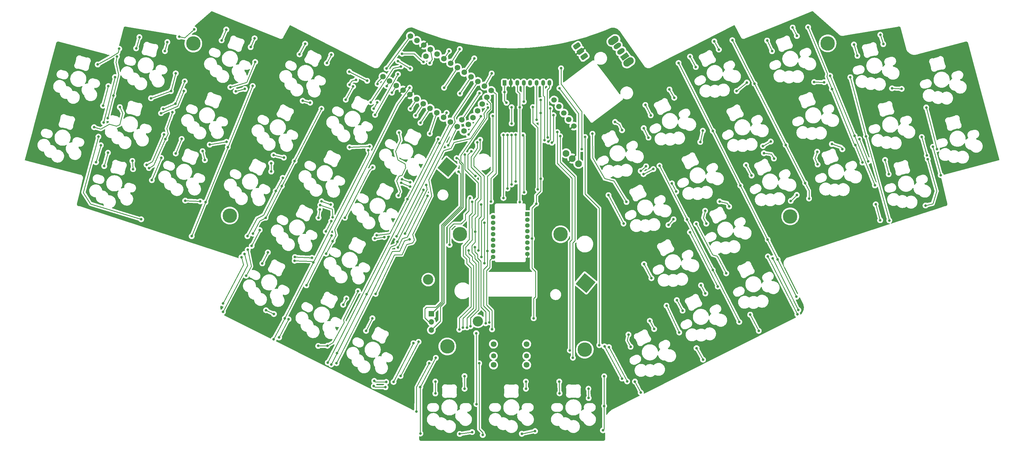
<source format=gbr>
%TF.GenerationSoftware,KiCad,Pcbnew,(6.0.4)*%
%TF.CreationDate,2023-01-07T15:23:17+01:00*%
%TF.ProjectId,Batreeq36,42617472-6565-4713-9336-2e6b69636164,rev?*%
%TF.SameCoordinates,Original*%
%TF.FileFunction,Copper,L1,Top*%
%TF.FilePolarity,Positive*%
%FSLAX46Y46*%
G04 Gerber Fmt 4.6, Leading zero omitted, Abs format (unit mm)*
G04 Created by KiCad (PCBNEW (6.0.4)) date 2023-01-07 15:23:17*
%MOMM*%
%LPD*%
G01*
G04 APERTURE LIST*
G04 Aperture macros list*
%AMRoundRect*
0 Rectangle with rounded corners*
0 $1 Rounding radius*
0 $2 $3 $4 $5 $6 $7 $8 $9 X,Y pos of 4 corners*
0 Add a 4 corners polygon primitive as box body*
4,1,4,$2,$3,$4,$5,$6,$7,$8,$9,$2,$3,0*
0 Add four circle primitives for the rounded corners*
1,1,$1+$1,$2,$3*
1,1,$1+$1,$4,$5*
1,1,$1+$1,$6,$7*
1,1,$1+$1,$8,$9*
0 Add four rect primitives between the rounded corners*
20,1,$1+$1,$2,$3,$4,$5,0*
20,1,$1+$1,$4,$5,$6,$7,0*
20,1,$1+$1,$6,$7,$8,$9,0*
20,1,$1+$1,$8,$9,$2,$3,0*%
%AMHorizOval*
0 Thick line with rounded ends*
0 $1 width*
0 $2 $3 position (X,Y) of the first rounded end (center of the circle)*
0 $4 $5 position (X,Y) of the second rounded end (center of the circle)*
0 Add line between two ends*
20,1,$1,$2,$3,$4,$5,0*
0 Add two circle primitives to create the rounded ends*
1,1,$1,$2,$3*
1,1,$1,$4,$5*%
%AMRotRect*
0 Rectangle, with rotation*
0 The origin of the aperture is its center*
0 $1 length*
0 $2 width*
0 $3 Rotation angle, in degrees counterclockwise*
0 Add horizontal line*
21,1,$1,$2,0,0,$3*%
G04 Aperture macros list end*
%TA.AperFunction,ComponentPad*%
%ADD10C,4.500000*%
%TD*%
%TA.AperFunction,ComponentPad*%
%ADD11C,1.752600*%
%TD*%
%TA.AperFunction,ComponentPad*%
%ADD12RoundRect,0.375000X0.829455X0.123000X0.399273X0.737364X-0.829455X-0.123000X-0.399273X-0.737364X0*%
%TD*%
%TA.AperFunction,ComponentPad*%
%ADD13C,3.200000*%
%TD*%
%TA.AperFunction,ComponentPad*%
%ADD14C,2.100000*%
%TD*%
%TA.AperFunction,ComponentPad*%
%ADD15RotRect,4.400000X4.400000X140.000000*%
%TD*%
%TA.AperFunction,ComponentPad*%
%ADD16R,1.700000X1.700000*%
%TD*%
%TA.AperFunction,ComponentPad*%
%ADD17O,1.700000X1.700000*%
%TD*%
%TA.AperFunction,ComponentPad*%
%ADD18C,1.800000*%
%TD*%
%TA.AperFunction,ComponentPad*%
%ADD19C,1.600000*%
%TD*%
%TA.AperFunction,ComponentPad*%
%ADD20C,1.700000*%
%TD*%
%TA.AperFunction,ComponentPad*%
%ADD21HorizOval,1.700000X0.000000X0.000000X0.000000X0.000000X0*%
%TD*%
%TA.AperFunction,ComponentPad*%
%ADD22HorizOval,2.200000X0.532449X0.372825X-0.532449X-0.372825X0*%
%TD*%
%TA.AperFunction,ComponentPad*%
%ADD23RotRect,1.500000X2.500000X125.000000*%
%TD*%
%TA.AperFunction,ComponentPad*%
%ADD24HorizOval,1.500000X0.409576X0.286788X-0.409576X-0.286788X0*%
%TD*%
%TA.AperFunction,ComponentPad*%
%ADD25R,1.400000X1.400000*%
%TD*%
%TA.AperFunction,ComponentPad*%
%ADD26C,1.400000*%
%TD*%
%TA.AperFunction,ComponentPad*%
%ADD27RoundRect,0.250000X-0.350000X-0.625000X0.350000X-0.625000X0.350000X0.625000X-0.350000X0.625000X0*%
%TD*%
%TA.AperFunction,ComponentPad*%
%ADD28O,1.200000X1.750000*%
%TD*%
%TA.AperFunction,ViaPad*%
%ADD29C,0.800000*%
%TD*%
%TA.AperFunction,Conductor*%
%ADD30C,0.250000*%
%TD*%
G04 APERTURE END LIST*
D10*
%TO.P,H10,1*%
%TO.N,N/C*%
X238452436Y-125369438D03*
%TD*%
%TO.P,H8,1*%
%TO.N,N/C*%
X321563075Y-65876331D03*
%TD*%
D11*
%TO.P,U1,1,TX0/PD3*%
%TO.N,MOTION*%
X185174396Y-77582685D03*
%TO.P,U1,2,RX1/PD2*%
%TO.N,NCS*%
X187280152Y-79003035D03*
%TO.P,U1,3,GND*%
%TO.N,GND*%
X189385907Y-80423385D03*
%TO.P,U1,4,GND*%
X191491662Y-81843735D03*
%TO.P,U1,5,2/PD1*%
%TO.N,SDA*%
X193597418Y-83264085D03*
%TO.P,U1,6,3/PD0*%
%TO.N,SCL*%
X195703173Y-84684435D03*
%TO.P,U1,7,4/PD4*%
%TO.N,row_0*%
X197808929Y-86104785D03*
%TO.P,U1,8,5/PC6*%
%TO.N,row_1*%
X199914684Y-87525135D03*
%TO.P,U1,9,6/PD7*%
%TO.N,row_2*%
X202020440Y-88945485D03*
%TO.P,U1,10,7/PE6*%
%TO.N,row_3*%
X204126195Y-90365835D03*
%TO.P,U1,11,8/PB4*%
%TO.N,row_4*%
X206231951Y-91786185D03*
%TO.P,U1,12,9/PB5*%
%TO.N,SR_CS*%
X208348890Y-93189954D03*
%TO.P,U1,13,10/PB6*%
%TO.N,row_5*%
X216859806Y-80572003D03*
%TO.P,U1,14,16/PB2*%
%TO.N,MOSI*%
X214754050Y-79151653D03*
%TO.P,U1,15,14/PB3*%
%TO.N,MISO*%
X212648295Y-77731303D03*
%TO.P,U1,16,15/PB1*%
%TO.N,SCLK*%
X210542540Y-76310953D03*
%TO.P,U1,17,A0/PF7*%
%TO.N,TFT_CS*%
X208436784Y-74890603D03*
%TO.P,U1,18,A1/PF6*%
%TO.N,LED_3V3*%
X206331029Y-73470253D03*
%TO.P,U1,19,A2/PF5*%
%TO.N,EncR*%
X204225273Y-72049903D03*
%TO.P,U1,20,A3/PF4*%
%TO.N,EncL*%
X202119518Y-70629553D03*
%TO.P,U1,21,VCC*%
%TO.N,VCC*%
X200013762Y-69209203D03*
%TO.P,U1,22,RST*%
%TO.N,RESET*%
X197908007Y-67788853D03*
%TO.P,U1,23,GND*%
%TO.N,GND*%
X195802251Y-66368503D03*
%TO.P,U1,24,B0*%
%TO.N,RAW*%
X193696496Y-64948153D03*
%TO.P,U1,25,B7*%
%TO.N,TFT_RST*%
X209758056Y-91100780D03*
%TO.P,U1,26,D5*%
%TO.N,TFT_BL*%
X211178406Y-88995024D03*
%TO.P,U1,27,C7*%
%TO.N,TFT_DC*%
X212598756Y-86889269D03*
%TO.P,U1,28,F1*%
%TO.N,row_6*%
X214019106Y-84783513D03*
%TO.P,U1,29,F0*%
%TO.N,GPIO16*%
X215439456Y-82677758D03*
%TO.P,U1,30,RGB*%
%TO.N,LED_5V*%
X207652301Y-89680430D03*
X196510025Y-69861447D03*
%TO.P,U1,31,GPIO10*%
%TO.N,GPIO10*%
X183171019Y-76207266D03*
%TO.P,U1,32,GPIO11*%
%TO.N,GPIO11*%
X191693119Y-63572733D03*
%TD*%
D12*
%TO.P,J4,1,Pin_1*%
%TO.N,bat+*%
X243483662Y-66696862D03*
%TO.P,J4,2,Pin_2*%
%TO.N,GND*%
X244630815Y-68335166D03*
%TO.P,J4,3,Pin_3*%
%TO.N,bat+*%
X245777968Y-69973470D03*
%TD*%
D10*
%TO.P,H9,1*%
%TO.N,N/C*%
X207131342Y-125369438D03*
%TD*%
%TO.P,H3,1*%
%TO.N,N/C*%
X245972677Y-161342170D03*
%TD*%
D13*
%TO.P,SW36,*%
%TO.N,*%
X197228052Y-139501819D03*
X212691390Y-152477497D03*
D14*
%TO.P,SW36,A,A*%
%TO.N,EncL*%
X243984085Y-103369716D03*
%TO.P,SW36,B,B*%
%TO.N,EncR*%
X240153863Y-100155778D03*
%TO.P,SW36,C,C*%
%TO.N,GND*%
X242068974Y-101762747D03*
D15*
%TO.P,SW36,MP*%
%TO.N,N/C*%
X246205658Y-140541280D03*
X203178553Y-104440241D03*
%TD*%
D10*
%TO.P,H2,1*%
%TO.N,N/C*%
X203186436Y-160340438D03*
%TD*%
D16*
%TO.P,J5,1,Pin_1*%
%TO.N,GPIO10*%
X198220436Y-150134438D03*
D17*
%TO.P,J5,2,Pin_2*%
%TO.N,GPIO11*%
X198220436Y-152674438D03*
%TO.P,J5,3,Pin_3*%
%TO.N,GPIO16*%
X198220436Y-155214438D03*
%TD*%
D18*
%TO.P,HAT1,1,1*%
%TO.N,Net-(D35-Pad1)*%
X217557347Y-159592101D03*
D19*
%TO.P,HAT1,2,2*%
%TO.N,Net-(D36-Pad1)*%
X217557347Y-163292101D03*
D18*
%TO.P,HAT1,3,3*%
%TO.N,Net-(D37-Pad1)*%
X217557347Y-166092101D03*
%TO.P,HAT1,4,4*%
%TO.N,row_5*%
X227857347Y-166092101D03*
D19*
%TO.P,HAT1,5,5*%
%TO.N,Net-(D38-Pad1)*%
X227857347Y-163292101D03*
D18*
%TO.P,HAT1,6,6*%
%TO.N,Net-(D39-Pad1)*%
X227857347Y-159592101D03*
%TD*%
D10*
%TO.P,H1,1*%
%TO.N,N/C*%
X135449344Y-119546080D03*
%TD*%
D20*
%TO.P,U5,1,VDD*%
%TO.N,VCC*%
X236420970Y-83535811D03*
D21*
%TO.P,U5,2,SDA*%
%TO.N,SDA*%
X237949581Y-85564345D03*
%TO.P,U5,3,SCL*%
%TO.N,SCL*%
X239478191Y-87592879D03*
%TO.P,U5,4,TRIG*%
%TO.N,unconnected-(U5-Pad4)*%
X241006801Y-89621413D03*
%TO.P,U5,5,GND*%
%TO.N,GND*%
X242535411Y-91649948D03*
%TD*%
D22*
%TO.P,SW37,*%
%TO.N,*%
X254891672Y-64964955D03*
X259594999Y-71682001D03*
D23*
%TO.P,SW37,1,A*%
%TO.N,unconnected-(SW37-Pad1)*%
X258390488Y-69961782D03*
D24*
%TO.P,SW37,2,B*%
%TO.N,bat+*%
X257243335Y-68323478D03*
%TO.P,SW37,3,C*%
%TO.N,RAW*%
X256096182Y-66685174D03*
%TD*%
D10*
%TO.P,H5,1*%
%TO.N,N/C*%
X124112666Y-65939356D03*
%TD*%
%TO.P,H4,1*%
%TO.N,N/C*%
X309907997Y-119800077D03*
%TD*%
D25*
%TO.P,U4,1,NC*%
%TO.N,unconnected-(U4-Pad1)*%
X228135346Y-119074438D03*
D26*
%TO.P,U4,2,NC*%
%TO.N,unconnected-(U4-Pad2)*%
X228135346Y-120854438D03*
%TO.P,U4,3,VDDPIX*%
%TO.N,Net-(C3-Pad1)*%
X228135346Y-122634438D03*
%TO.P,U4,4,VDD*%
%TO.N,VDD*%
X228135346Y-124414438D03*
%TO.P,U4,5,VDDIO*%
%TO.N,VCC*%
X228135346Y-126194438D03*
%TO.P,U4,6,NC*%
%TO.N,unconnected-(U4-Pad6)*%
X228135346Y-127974438D03*
%TO.P,U4,7,~{NRESET}*%
%TO.N,Net-(R2-Pad1)*%
X228135346Y-129754438D03*
%TO.P,U4,8,GND*%
%TO.N,GND*%
X228135346Y-131534438D03*
%TO.P,U4,9,MOTION*%
%TO.N,MOTION*%
X217435346Y-132424438D03*
%TO.P,U4,10,SCLK*%
%TO.N,SCLK*%
X217435346Y-130644438D03*
%TO.P,U4,11,MOSI*%
%TO.N,MOSI*%
X217435346Y-128864438D03*
%TO.P,U4,12,MISO*%
%TO.N,MISO*%
X217435346Y-127084438D03*
%TO.P,U4,13,~{NCS}*%
%TO.N,NCS*%
X217435346Y-125304438D03*
%TO.P,U4,14,NC*%
%TO.N,unconnected-(U4-Pad14)*%
X217435346Y-123524438D03*
%TO.P,U4,15,LED_P*%
%TO.N,Net-(R1-Pad2)*%
X217435346Y-121744438D03*
%TO.P,U4,16,NC*%
%TO.N,unconnected-(U4-Pad16)*%
X217435346Y-119964438D03*
%TD*%
D27*
%TO.P,J3,1,Pin_1*%
%TO.N,VCC*%
X220972000Y-78196003D03*
D28*
%TO.P,J3,2,Pin_2*%
%TO.N,GND*%
X222972000Y-78196003D03*
%TO.P,J3,3,Pin_3*%
%TO.N,MOSI*%
X224972000Y-78196003D03*
%TO.P,J3,4,Pin_4*%
%TO.N,SCLK*%
X226972000Y-78196003D03*
%TO.P,J3,5,Pin_5*%
%TO.N,TFT_CS*%
X228972000Y-78196003D03*
%TO.P,J3,6,Pin_6*%
%TO.N,TFT_DC*%
X230972000Y-78196003D03*
%TO.P,J3,7,Pin_7*%
%TO.N,TFT_RST*%
X232972000Y-78196003D03*
%TO.P,J3,8,Pin_8*%
%TO.N,TFT_BL*%
X234972000Y-78196003D03*
%TD*%
D29*
%TO.N,VCC*%
X220972000Y-81044874D03*
X230852436Y-115844438D03*
X229522436Y-126674438D03*
X230052436Y-151544438D03*
X232242436Y-108074438D03*
X232232436Y-83544438D03*
X221594740Y-84387535D03*
X196588900Y-110027974D03*
X189982436Y-125124438D03*
X232242436Y-87604438D03*
%TO.N,GND*%
X285592436Y-123114438D03*
X316902436Y-57704438D03*
X140572436Y-88544438D03*
X292652436Y-117644438D03*
X196950436Y-97556438D03*
X224452436Y-85784438D03*
X189852436Y-73824438D03*
X316522436Y-104764438D03*
X229332436Y-174934438D03*
X89862436Y-92504438D03*
X228122436Y-135434438D03*
X235782436Y-175004438D03*
X194952436Y-73514438D03*
X318842436Y-62254438D03*
X217452436Y-175074438D03*
X249522436Y-176514438D03*
X94192436Y-74054438D03*
X215962436Y-92384438D03*
X170622436Y-125804438D03*
X137892436Y-97864438D03*
X327512436Y-100074438D03*
X179912436Y-131504438D03*
X217152436Y-84124438D03*
X231342436Y-149824438D03*
X231102436Y-135424438D03*
X224452436Y-83184438D03*
%TO.N,col0*%
X142582436Y-79134438D03*
X220642436Y-114064438D03*
X137322436Y-80814438D03*
X133332436Y-149574438D03*
X95982436Y-85284438D03*
X123602436Y-125964438D03*
X210272436Y-114084438D03*
X191432436Y-126984438D03*
X118622436Y-75204438D03*
X168692436Y-165534438D03*
X220642436Y-94434438D03*
X110932436Y-82964438D03*
X117142436Y-80734438D03*
X140162436Y-80064438D03*
X127893918Y-115375920D03*
X140002436Y-131494438D03*
X97652436Y-79174438D03*
X134844503Y-98226505D03*
X203882436Y-128674438D03*
%TO.N,col1*%
X187812436Y-129494438D03*
X167512436Y-120074438D03*
X221902436Y-111094438D03*
X93812436Y-102914438D03*
X163992436Y-86234438D03*
X180582436Y-126654438D03*
X146612436Y-120214438D03*
X111192436Y-108504438D03*
X197052436Y-113404438D03*
X142632436Y-125164438D03*
X163612436Y-116264438D03*
X183562436Y-126264438D03*
X151637611Y-110389613D03*
X114102436Y-101554438D03*
X95312436Y-97614438D03*
X221902436Y-94414438D03*
X155627296Y-102589298D03*
%TO.N,col2*%
X214212436Y-187944438D03*
X213092436Y-165584438D03*
X223172436Y-94394438D03*
X223172436Y-109844438D03*
X179957664Y-104489666D03*
X171302436Y-120214438D03*
X144762436Y-124044438D03*
X191602436Y-110504438D03*
X197552436Y-165544438D03*
X155642436Y-133624438D03*
X161466734Y-134158736D03*
X178602436Y-99194438D03*
X188772436Y-109324438D03*
X193542436Y-180584438D03*
X149112436Y-158134438D03*
X152602436Y-151564438D03*
X142272436Y-129014438D03*
%TO.N,col3*%
X194772436Y-173034438D03*
X167022436Y-165964438D03*
X199592436Y-163894438D03*
X194802436Y-187474438D03*
X187628695Y-127690697D03*
X178091476Y-144053478D03*
X224452436Y-108944438D03*
X168828119Y-162390121D03*
X183932436Y-173034438D03*
X195712436Y-111504438D03*
X180292436Y-172684438D03*
X224452436Y-94364438D03*
%TO.N,row_1*%
X181152436Y-125664438D03*
X200352436Y-95664438D03*
X303852436Y-96454438D03*
X274442436Y-112084438D03*
X258032436Y-122034438D03*
X166892436Y-116134438D03*
X149102436Y-100684438D03*
X134412436Y-96564438D03*
X273092436Y-109494438D03*
X190775967Y-114397969D03*
X152292436Y-101474438D03*
X164042436Y-115084438D03*
X273592436Y-120704438D03*
X272002436Y-122474438D03*
X253342436Y-113174438D03*
X129212436Y-97424438D03*
X197712436Y-94000438D03*
X301432436Y-97884438D03*
%TO.N,row_0*%
X211907247Y-107209627D03*
X296422436Y-78054438D03*
X210622436Y-99514438D03*
X264322436Y-92284438D03*
X143352436Y-71654438D03*
X179002436Y-98024438D03*
X191592436Y-109154438D03*
X160472436Y-84354438D03*
X135642436Y-79534438D03*
X194792436Y-90624438D03*
X189022436Y-108234438D03*
X172742436Y-98244438D03*
X293242436Y-80724438D03*
X265812436Y-95244438D03*
X158122436Y-83764438D03*
%TO.N,col4*%
X251612436Y-186474438D03*
X269232436Y-103994438D03*
X227082436Y-112254438D03*
X294052436Y-152684438D03*
X252002436Y-178914438D03*
X267302436Y-105034438D03*
X277788263Y-120778611D03*
X285810616Y-136516258D03*
X252002436Y-169634438D03*
X226732436Y-94474438D03*
X264242436Y-106624438D03*
%TO.N,col5*%
X311852436Y-144844438D03*
X285822436Y-93154438D03*
X275162436Y-71984438D03*
X306011427Y-133245447D03*
X238303567Y-94795569D03*
X242262436Y-163854438D03*
X294389695Y-110167179D03*
X302893320Y-127053554D03*
%TO.N,col6*%
X356772436Y-106934438D03*
X241322436Y-161574438D03*
X237422436Y-93514438D03*
X315782436Y-114224438D03*
X291902436Y-64874438D03*
X298802436Y-78444438D03*
X314568133Y-109418741D03*
X354342436Y-98104438D03*
X308523604Y-97543270D03*
%TO.N,row_3*%
X280762436Y-160864438D03*
X340772436Y-121074438D03*
X250472436Y-159944438D03*
X297462436Y-150434438D03*
X153742436Y-151854438D03*
X300122436Y-155464438D03*
X328622436Y-76424438D03*
X304472436Y-132844438D03*
X333492436Y-94864438D03*
X107882436Y-120694438D03*
X200775995Y-96977997D03*
X149182436Y-150214438D03*
X94562436Y-94934438D03*
X146742436Y-149044438D03*
X99732436Y-76374438D03*
X141042436Y-130194438D03*
X246062436Y-95064438D03*
X271412436Y-147634438D03*
X312442436Y-148994438D03*
X140542436Y-138284438D03*
X275372436Y-155984438D03*
X150802436Y-157534438D03*
X165962436Y-165364438D03*
X96182436Y-90534438D03*
X282782436Y-164444438D03*
%TO.N,row_2*%
X121582436Y-114884438D03*
X191472436Y-79694438D03*
X311962436Y-113104438D03*
X266712436Y-139054438D03*
X161042436Y-132684438D03*
X167499103Y-127531105D03*
X155732436Y-132484438D03*
X310092436Y-114974438D03*
X165452436Y-131424438D03*
X264422436Y-134654438D03*
X126262436Y-115124438D03*
X202962436Y-87504438D03*
%TO.N,col7*%
X341632436Y-79884438D03*
X317362436Y-77934438D03*
X344612436Y-80044438D03*
X265052436Y-104194438D03*
X231352436Y-111364438D03*
X336262436Y-110134438D03*
X229812436Y-85714438D03*
X263382436Y-105634438D03*
X322352436Y-75964438D03*
X282712436Y-93094438D03*
X329967062Y-94669812D03*
X320502436Y-77964438D03*
X281912436Y-96604438D03*
%TO.N,MOSI*%
X213692436Y-116124438D03*
X209302436Y-154424438D03*
X212832436Y-130414438D03*
X209802436Y-130414438D03*
X225722436Y-85784438D03*
X225732436Y-115334438D03*
X216982436Y-75244438D03*
%TO.N,MOTION*%
X217102436Y-154998938D03*
X213772436Y-132414438D03*
X184282436Y-79164438D03*
X213402436Y-95914438D03*
%TO.N,NCS*%
X185912436Y-81244438D03*
X211872436Y-124604438D03*
X212512436Y-96734438D03*
X210422436Y-154044438D03*
%TO.N,MISO*%
X211742436Y-129364438D03*
X187362436Y-125994438D03*
X215112436Y-153124438D03*
%TO.N,SCLK*%
X216262436Y-152814438D03*
X215672436Y-130604438D03*
X207112436Y-81514438D03*
X226982436Y-84034438D03*
X217302436Y-88504438D03*
%TO.N,Net-(R1-Pad2)*%
X214682436Y-121744438D03*
X214732436Y-134404438D03*
%TO.N,EncL*%
X203682436Y-68274438D03*
X238082436Y-79844438D03*
%TO.N,EncR*%
X245022436Y-98794438D03*
X207048407Y-67650409D03*
X238582436Y-73644438D03*
%TO.N,SDA*%
X234582436Y-96464438D03*
X235202436Y-86114438D03*
X191712436Y-86224438D03*
%TO.N,SCL*%
X235712436Y-96844438D03*
X236232436Y-88244438D03*
X193332436Y-88374438D03*
%TO.N,SR_CS*%
X223192436Y-90854438D03*
X223192436Y-85764438D03*
X213582436Y-88614438D03*
X209782436Y-94294438D03*
%TO.N,TFT_CS*%
X211572436Y-70534438D03*
%TO.N,row_4*%
X210892436Y-187024438D03*
X203452436Y-97654438D03*
X212182436Y-156204438D03*
X207042436Y-187604438D03*
X208632436Y-100494438D03*
X212262436Y-178314438D03*
X208042436Y-154434438D03*
X230482436Y-186714438D03*
X226362436Y-187554438D03*
%TO.N,RESET*%
X197722436Y-71964438D03*
%TO.N,TFT_DC*%
X230992436Y-89714438D03*
%TO.N,row_5*%
X216782436Y-115134438D03*
X210932436Y-115264438D03*
X206912436Y-155084438D03*
%TO.N,TFT_RST*%
X233462436Y-96054438D03*
%TO.N,TFT_BL*%
X234422436Y-95174438D03*
%TO.N,Net-(D59-Pad2)*%
X199442436Y-171274438D03*
X227652436Y-173514438D03*
X199452436Y-174974438D03*
X227632436Y-171294438D03*
%TO.N,LED_DO*%
X119702436Y-63824438D03*
X174742436Y-77284438D03*
X101012436Y-67534438D03*
X172752436Y-78774438D03*
X124352436Y-61524438D03*
X94332436Y-72444438D03*
%TO.N,Net-(D41-Pad4)*%
X147312436Y-131014438D03*
X145582436Y-134454438D03*
X171762436Y-145384438D03*
X170762436Y-147334438D03*
%TO.N,Net-(D42-Pad2)*%
X340582436Y-106634438D03*
X339452436Y-102204438D03*
X350872436Y-95054438D03*
X352432436Y-100794438D03*
%TO.N,Net-(D42-Pad4)*%
X318452436Y-103604438D03*
X331442436Y-95714438D03*
X334212436Y-102644438D03*
X318332436Y-99654438D03*
%TO.N,Net-(D44-Pad2)*%
X258952436Y-115294438D03*
X248352436Y-94044438D03*
X257562436Y-92934438D03*
X255392436Y-90364438D03*
%TO.N,Net-(D45-Pad2)*%
X274622436Y-145894438D03*
X276412436Y-149174438D03*
%TO.N,Net-(D45-Pad4)*%
X282152436Y-141284438D03*
X259572436Y-156624438D03*
X283492436Y-143814438D03*
X260232436Y-160444438D03*
%TO.N,Net-(D46-Pad2)*%
X115272436Y-68264438D03*
X116022436Y-65454438D03*
%TO.N,Net-(D48-Pad2)*%
X97522436Y-99944438D03*
X96362436Y-104114438D03*
X126982436Y-99464438D03*
X127702436Y-102244438D03*
X109562436Y-103714438D03*
X114982436Y-94294438D03*
%TO.N,GPIO10*%
X181456436Y-78506438D03*
X206094436Y-101620438D03*
%TO.N,Net-(D51-Pad2)*%
X278702436Y-124714438D03*
X287372436Y-141674438D03*
%TO.N,Net-(D52-Pad2)*%
X179842436Y-151544438D03*
X188632436Y-169514438D03*
X208522436Y-169574438D03*
X208542436Y-173514438D03*
X177882436Y-155464438D03*
X194222436Y-158904438D03*
%TO.N,Net-(D53-Pad2)*%
X106312436Y-67404438D03*
X141962436Y-67024438D03*
X107332436Y-63914438D03*
X143172436Y-64284438D03*
%TO.N,Net-(D55-Pad2)*%
X118632436Y-100174438D03*
X148342436Y-103204438D03*
X148352436Y-105804438D03*
X120472436Y-95654438D03*
%TO.N,Net-(D57-Pad2)*%
X286302436Y-65224438D03*
X264822436Y-85054438D03*
X287702436Y-67814438D03*
X266502436Y-88294438D03*
%TO.N,Net-(D58-Pad2)*%
X287932436Y-115134438D03*
X290912436Y-116724438D03*
%TO.N,Net-(D60-Pad2)*%
X167042436Y-69404438D03*
X132912436Y-64944438D03*
X165682436Y-72034438D03*
X134372436Y-61554438D03*
%TO.N,Net-(D62-Pad2)*%
X163462436Y-117634438D03*
X163072436Y-120214438D03*
%TO.N,Net-(D64-Pad2)*%
X280532436Y-73224438D03*
X310682436Y-60924438D03*
X311992436Y-63564438D03*
X278732436Y-70004438D03*
%TO.N,Net-(D65-Pad2)*%
X283432436Y-118034438D03*
X283802436Y-122054438D03*
X301722436Y-100094438D03*
X304852436Y-101764438D03*
%TO.N,Net-(D66-Pad2)*%
X247112436Y-173504438D03*
X247172436Y-176424438D03*
%TO.N,Net-(D67-Pad2)*%
X157152436Y-69284438D03*
X181392436Y-84294438D03*
X158922436Y-65974438D03*
X180282436Y-86234438D03*
%TO.N,Net-(D68-Pad2)*%
X121192436Y-80694438D03*
X114062436Y-87624438D03*
%TO.N,Net-(D69-Pad2)*%
X165332436Y-124504438D03*
X167042436Y-121244438D03*
%TO.N,LED_3V3*%
X202172436Y-79684438D03*
%TO.N,LED_PWR*%
X118542436Y-84674438D03*
X99222684Y-82164686D03*
X115412436Y-95704438D03*
X121432436Y-77704438D03*
X280654744Y-122146746D03*
X330222436Y-97554438D03*
X100325508Y-69967510D03*
X322892000Y-80154874D03*
X151952436Y-107794438D03*
X253482436Y-160534438D03*
X186442436Y-171394438D03*
X188762436Y-73064438D03*
X117642436Y-87284438D03*
X114742436Y-86324438D03*
X140962436Y-125964438D03*
X97452436Y-89214438D03*
X110282436Y-104734438D03*
X315481770Y-60813772D03*
X259152436Y-171224438D03*
X289997584Y-137529586D03*
X179359610Y-84241612D03*
X149762436Y-111854438D03*
X332412436Y-103014438D03*
X192632436Y-159314438D03*
%TO.N,LED_5V*%
X195752436Y-71634438D03*
X213202436Y-81364438D03*
X189076436Y-69108438D03*
%TO.N,row_6*%
X337912436Y-120984438D03*
X133342436Y-146944438D03*
X352732436Y-101954438D03*
X352262436Y-85854438D03*
X180442436Y-171074438D03*
X352052436Y-116414438D03*
X355592436Y-98824438D03*
X336542436Y-116034438D03*
X263402436Y-174714438D03*
X184142436Y-171384438D03*
X302962436Y-132274438D03*
X139082436Y-132534438D03*
X312152436Y-150344438D03*
X261572436Y-171274438D03*
X162992436Y-160174438D03*
X215782436Y-85914438D03*
X165842436Y-160124438D03*
X175372436Y-143074438D03*
X180872436Y-143944438D03*
%TO.N,Net-(D83-Pad2)*%
X93222436Y-91994438D03*
X101232436Y-85734438D03*
%TO.N,Net-(D84-Pad2)*%
X159322436Y-141274438D03*
X167142436Y-125794438D03*
%TO.N,Net-(D87-Pad2)*%
X330832436Y-69744438D03*
X329762436Y-66224438D03*
%TO.N,Net-(D74-Pad2)*%
X171562436Y-83424438D03*
X173822436Y-79304438D03*
%TO.N,Net-(D47-Pad4)*%
X188142436Y-93654438D03*
X187932436Y-113274438D03*
%TO.N,Net-(D48-Pad4)*%
X105352436Y-105074438D03*
X105132436Y-102504438D03*
%TO.N,GPIO11*%
X184250436Y-73680438D03*
X187806436Y-75458438D03*
X206665577Y-105875297D03*
X180694436Y-88158438D03*
%TO.N,Net-(D71-Pad2)*%
X338882436Y-66104438D03*
X302732436Y-64994438D03*
X304262436Y-68304438D03*
X337962436Y-63184438D03*
%TO.N,Net-(D72-Pad2)*%
X296162436Y-103794438D03*
X322882436Y-97254438D03*
X326142436Y-98864438D03*
X297882436Y-107074438D03*
%TO.N,Net-(D73-Pad2)*%
X238022436Y-171274438D03*
X267562436Y-154894438D03*
X252102436Y-160314438D03*
X238102436Y-174944438D03*
X266202436Y-152334438D03*
X257582436Y-170354438D03*
%TO.N,LED_SHFT_5V*%
X178212436Y-77534438D03*
X187806436Y-71394438D03*
X172672436Y-74694438D03*
X191612436Y-73704438D03*
%TO.N,Net-(D50-Pad2)*%
X272332436Y-80234438D03*
X273822436Y-82814438D03*
%TD*%
D30*
%TO.N,VCC*%
X189982436Y-125124438D02*
X196852436Y-111354438D01*
X230852436Y-113264438D02*
X230852436Y-115844438D01*
X230632436Y-137054438D02*
X229522436Y-135944438D01*
X232232436Y-83544438D02*
X232242436Y-87604438D01*
X232242436Y-87604438D02*
X232242436Y-108074438D01*
X231272436Y-112844438D02*
X230852436Y-113264438D01*
X230052436Y-151544438D02*
X230052436Y-145364438D01*
X232242436Y-108074438D02*
X232242436Y-111874438D01*
X196852436Y-111354438D02*
X196588900Y-110027974D01*
X230632436Y-144784438D02*
X230632436Y-137054438D01*
X220972000Y-83764795D02*
X221594740Y-84387535D01*
X229522436Y-117174438D02*
X230852436Y-115844438D01*
X232242436Y-111874438D02*
X231272436Y-112844438D01*
X229522436Y-126674438D02*
X229522436Y-117174438D01*
X220972000Y-79734002D02*
X220972000Y-81044874D01*
X220972000Y-78196003D02*
X220972000Y-79734002D01*
X230052436Y-145364438D02*
X230632436Y-144784438D01*
X229522436Y-135944438D02*
X229522436Y-126674438D01*
X220972000Y-81044874D02*
X220972000Y-83764795D01*
%TO.N,GND*%
X318542436Y-105524438D02*
X326302436Y-102324438D01*
X316902436Y-57704438D02*
X318842436Y-62254438D01*
X216532436Y-87274438D02*
X217152436Y-86654438D01*
X92872436Y-90324438D02*
X89862436Y-92504438D01*
X223312436Y-81204438D02*
X224452436Y-82344438D01*
X176362436Y-132144438D02*
X179912436Y-131504438D01*
X231342436Y-145704438D02*
X231342436Y-149824438D01*
X215962436Y-92384438D02*
X215962436Y-87844438D01*
X170622436Y-125804438D02*
X171692436Y-129674438D01*
X237182436Y-176484438D02*
X244602436Y-176484438D01*
X194262436Y-74464438D02*
X194952436Y-73514438D01*
X222972000Y-80864002D02*
X223312436Y-81204438D01*
X248452436Y-177544438D02*
X249522436Y-176514438D01*
X235782436Y-175004438D02*
X237182436Y-176484438D01*
X316522436Y-104764438D02*
X318542436Y-105524438D01*
X245782436Y-177564438D02*
X248452436Y-177544438D01*
X228135346Y-135421528D02*
X228122436Y-135434438D01*
X189852436Y-73824438D02*
X191182436Y-74754438D01*
X224452436Y-82344438D02*
X224452436Y-83184438D01*
X217152436Y-86654438D02*
X217152436Y-84124438D01*
X222972000Y-78196003D02*
X222972000Y-80864002D01*
X231952436Y-143674438D02*
X231952436Y-145094438D01*
X244602436Y-176484438D02*
X245782436Y-177564438D01*
X231102436Y-135424438D02*
X231952436Y-136274438D01*
X326302436Y-102324438D02*
X327512436Y-100074438D01*
X191182436Y-74754438D02*
X194262436Y-74464438D01*
X96152436Y-78164438D02*
X92872436Y-90324438D01*
X231952436Y-145094438D02*
X231362436Y-145684438D01*
X218812436Y-176504438D02*
X227462436Y-176544438D01*
X285592436Y-123114438D02*
X291772436Y-119864438D01*
X217452436Y-175074438D02*
X218812436Y-176504438D01*
X94192436Y-74054438D02*
X96152436Y-78164438D01*
X231362436Y-145684438D02*
X231342436Y-145704438D01*
X227462436Y-176544438D02*
X229332436Y-174934438D01*
X231952436Y-136274438D02*
X231952436Y-143674438D01*
X215962436Y-87844438D02*
X216532436Y-87274438D01*
X140572436Y-88544438D02*
X137482436Y-96164438D01*
X291772436Y-119864438D02*
X292652436Y-117644438D01*
X137482436Y-96164438D02*
X137892436Y-97864438D01*
X224452436Y-83184438D02*
X224452436Y-85784438D01*
X228135346Y-131534438D02*
X228135346Y-135421528D01*
X171692436Y-129674438D02*
X176362436Y-132144438D01*
%TO.N,col0*%
X134091763Y-100083765D02*
X134844503Y-98226505D01*
X220642436Y-94434438D02*
X220642436Y-114064438D01*
X186012436Y-130704438D02*
X179160000Y-144808000D01*
X209872436Y-118034438D02*
X209122436Y-118784438D01*
X209872436Y-114484438D02*
X209872436Y-115754438D01*
X123602436Y-125964438D02*
X127893918Y-115375920D01*
X97652436Y-79174438D02*
X95982436Y-85284438D01*
X188342436Y-130684438D02*
X186012436Y-130704438D01*
X204422436Y-122864438D02*
X203882436Y-123404438D01*
X118622436Y-75204438D02*
X117142436Y-80734438D01*
X189822436Y-127404438D02*
X188342436Y-130684438D01*
X205172436Y-122114438D02*
X204422436Y-122864438D01*
X191432436Y-126984438D02*
X189822436Y-127404438D01*
X133332436Y-149574438D02*
X140952436Y-135074438D01*
X203882436Y-123404438D02*
X203882436Y-128674438D01*
X207472436Y-122114438D02*
X206202436Y-122114438D01*
X134844503Y-98226505D02*
X142582436Y-79134438D01*
X208762436Y-119144438D02*
X208762436Y-120394438D01*
X179160000Y-144808000D02*
X168692436Y-165534438D01*
X140162436Y-80064438D02*
X137322436Y-80814438D01*
X208762436Y-120824438D02*
X207702436Y-121884438D01*
X210272436Y-114084438D02*
X209872436Y-114484438D01*
X117142436Y-80734438D02*
X110932436Y-82964438D01*
X207702436Y-121884438D02*
X207472436Y-122114438D01*
X209872436Y-115754438D02*
X209872436Y-118034438D01*
X206202436Y-122114438D02*
X205172436Y-122114438D01*
X140952436Y-135074438D02*
X140002436Y-131494438D01*
X127893918Y-115375920D02*
X134091763Y-100083765D01*
X208762436Y-120394438D02*
X208762436Y-120824438D01*
X209122436Y-118784438D02*
X208762436Y-119144438D01*
%TO.N,col1*%
X155627296Y-102589298D02*
X151637611Y-110389613D01*
X183562436Y-126264438D02*
X180582436Y-126654438D01*
X197052436Y-113404438D02*
X190662436Y-126264438D01*
X93812436Y-102914438D02*
X95312436Y-97614438D01*
X221902436Y-94414438D02*
X221902436Y-111094438D01*
X151637611Y-110389613D02*
X146612436Y-120214438D01*
X144762436Y-121164438D02*
X146612436Y-120214438D01*
X163992436Y-86234438D02*
X155627296Y-102589298D01*
X190662436Y-126264438D02*
X189152436Y-126664438D01*
X167362436Y-117564438D02*
X163612436Y-116264438D01*
X167512436Y-120074438D02*
X167362436Y-117564438D01*
X189152436Y-126664438D02*
X187812436Y-129494438D01*
X142632436Y-125164438D02*
X144762436Y-121164438D01*
X114102436Y-101554438D02*
X111192436Y-108504438D01*
%TO.N,col2*%
X213092436Y-165584438D02*
X213092436Y-186104438D01*
X223172436Y-94394438D02*
X223172436Y-109844438D01*
X155642436Y-133624438D02*
X160812436Y-133784438D01*
X152602436Y-151564438D02*
X161466734Y-134158736D01*
X161466734Y-134158736D02*
X178682436Y-100354438D01*
X191602436Y-110504438D02*
X188772436Y-109324438D01*
X149112436Y-158134438D02*
X152602436Y-151564438D01*
X193572436Y-173044438D02*
X193542436Y-180584438D01*
X213092436Y-186104438D02*
X213692436Y-186704438D01*
X214212436Y-187224438D02*
X214212436Y-187944438D01*
X171302436Y-120214438D02*
X178872436Y-105454438D01*
X213692436Y-186704438D02*
X214212436Y-187224438D01*
X178682436Y-100354438D02*
X178602436Y-99194438D01*
X160812436Y-133784438D02*
X161466734Y-134158736D01*
X178872436Y-105454438D02*
X179957664Y-104489666D01*
X197552436Y-165544438D02*
X193572436Y-173044438D01*
X142272436Y-129014438D02*
X144762436Y-124044438D01*
%TO.N,col3*%
X185542436Y-129304438D02*
X187102436Y-128744438D01*
X187102436Y-128744438D02*
X187628695Y-127690697D01*
X194772436Y-187444438D02*
X194802436Y-187474438D01*
X167022436Y-165964438D02*
X168828119Y-162390121D01*
X180642436Y-173034438D02*
X180292436Y-172684438D01*
X187628695Y-127690697D02*
X195712436Y-111504438D01*
X168828119Y-162390121D02*
X178091476Y-144053478D01*
X178091476Y-144053478D02*
X185542436Y-129304438D01*
X194772436Y-173034438D02*
X199592436Y-163894438D01*
X194772436Y-173034438D02*
X194772436Y-187444438D01*
X224452436Y-94364438D02*
X224452436Y-108944438D01*
X183932436Y-173034438D02*
X180642436Y-173034438D01*
%TO.N,row_1*%
X166892436Y-116134438D02*
X164042436Y-115084438D01*
X258032436Y-122034438D02*
X253342436Y-113174438D01*
X303852436Y-96454438D02*
X301432436Y-97884438D01*
X199914684Y-87525135D02*
X197712436Y-94000438D01*
X190775967Y-114397969D02*
X185282436Y-125144438D01*
X185282436Y-125144438D02*
X181152436Y-125664438D01*
X152292436Y-101474438D02*
X149102436Y-100684438D01*
X200352436Y-95664438D02*
X190775967Y-114397969D01*
X272002436Y-122474438D02*
X273592436Y-120704438D01*
X274442436Y-112084438D02*
X273092436Y-109494438D01*
X134412436Y-96564438D02*
X129212436Y-97424438D01*
%TO.N,row_0*%
X179002436Y-98024438D02*
X172742436Y-98244438D01*
X209592436Y-100544438D02*
X209592436Y-104894816D01*
X140712436Y-78034438D02*
X135642436Y-79534438D01*
X296422436Y-78054438D02*
X293242436Y-80724438D01*
X209592436Y-104894816D02*
X211907247Y-107209627D01*
X197808929Y-86104785D02*
X194792436Y-90624438D01*
X143352436Y-71654438D02*
X140712436Y-78034438D01*
X191592436Y-109154438D02*
X189022436Y-108234438D01*
X265812436Y-95244438D02*
X264322436Y-92284438D01*
X160472436Y-84354438D02*
X158122436Y-83764438D01*
X210622436Y-99514438D02*
X209592436Y-100544438D01*
%TO.N,col4*%
X226972436Y-94714438D02*
X226972436Y-96234438D01*
X226732436Y-94474438D02*
X226972436Y-94714438D01*
X226972436Y-96234438D02*
X226972436Y-112144438D01*
X252002436Y-178914438D02*
X252002436Y-186084438D01*
X285810616Y-136516258D02*
X294052436Y-152684438D01*
X277788263Y-120778611D02*
X285810616Y-136516258D01*
X226972436Y-112144438D02*
X227082436Y-112254438D01*
X267302436Y-105034438D02*
X264242436Y-106624438D01*
X252002436Y-186084438D02*
X251612436Y-186474438D01*
X269232436Y-103994438D02*
X277788263Y-120778611D01*
X252002436Y-169634438D02*
X252002436Y-178914438D01*
%TO.N,col5*%
X285822436Y-93154438D02*
X275162436Y-71984438D01*
X294389695Y-110167179D02*
X302893320Y-127053554D01*
X306011427Y-133245447D02*
X311852436Y-144844438D01*
X242882436Y-127394438D02*
X242882436Y-107464438D01*
X285822436Y-93154438D02*
X294389695Y-110167179D01*
X242262436Y-163854438D02*
X242262436Y-128014438D01*
X242882436Y-107464438D02*
X238303567Y-102885569D01*
X302893320Y-127053554D02*
X306011427Y-133245447D01*
X238303567Y-102885569D02*
X238303567Y-94795569D01*
X242262436Y-128014438D02*
X242882436Y-127394438D01*
%TO.N,col6*%
X237422436Y-103274438D02*
X237422436Y-93514438D01*
X241322436Y-127744438D02*
X242002436Y-127064438D01*
X298802436Y-78444438D02*
X291902436Y-64874438D01*
X298802436Y-78444438D02*
X308523604Y-97543270D01*
X308523604Y-97543270D02*
X314568133Y-109418741D01*
X241322436Y-161574438D02*
X241322436Y-127744438D01*
X356772436Y-106934438D02*
X354342436Y-98104438D01*
X242002436Y-107854438D02*
X237422436Y-103274438D01*
X314568133Y-109418741D02*
X315782436Y-111804438D01*
X242002436Y-127064438D02*
X242002436Y-107854438D01*
X315782436Y-111804438D02*
X315782436Y-114224438D01*
%TO.N,row_3*%
X300122436Y-155464438D02*
X297462436Y-150434438D01*
X204126195Y-90365835D02*
X203282436Y-92054438D01*
X140542436Y-138284438D02*
X142132436Y-135344438D01*
X107882436Y-120694438D02*
X92112436Y-115904438D01*
X149182436Y-150214438D02*
X146742436Y-149044438D01*
X99732436Y-76374438D02*
X96182436Y-90534438D01*
X249302436Y-116024438D02*
X246062436Y-112784438D01*
X92112436Y-115904438D02*
X89872436Y-112394438D01*
X333492436Y-94864438D02*
X340772436Y-121074438D01*
X250472436Y-117194438D02*
X249302436Y-116024438D01*
X246062436Y-112784438D02*
X246062436Y-95064438D01*
X200775995Y-96977997D02*
X165962436Y-165364438D01*
X89872436Y-112394438D02*
X94562436Y-94934438D01*
X203282436Y-92054438D02*
X200775995Y-96977997D01*
X250472436Y-159944438D02*
X250472436Y-117194438D01*
X275372436Y-155984438D02*
X271412436Y-147634438D01*
X142132436Y-135344438D02*
X141042436Y-130194438D01*
X304472436Y-132844438D02*
X312442436Y-148994438D01*
X333492436Y-94864438D02*
X328622436Y-76424438D01*
X150802436Y-157534438D02*
X153742436Y-151854438D01*
X282782436Y-164444438D02*
X280762436Y-160864438D01*
%TO.N,row_2*%
X165452436Y-131424438D02*
X167499103Y-127531105D01*
X161042436Y-132684438D02*
X155732436Y-132484438D01*
X187722513Y-84854515D02*
X191472436Y-79694438D01*
X266712436Y-139054438D02*
X264422436Y-134654438D01*
X168052436Y-123904438D02*
X187722513Y-84854515D01*
X311962436Y-113104438D02*
X310092436Y-114974438D01*
X126262436Y-115124438D02*
X121582436Y-114884438D01*
X168522436Y-125584438D02*
X168052436Y-123904438D01*
X202962436Y-87504438D02*
X202020440Y-88945485D01*
X167499103Y-127531105D02*
X168522436Y-125584438D01*
%TO.N,col7*%
X229812436Y-90634438D02*
X230772436Y-91594438D01*
X322352436Y-75964438D02*
X329967062Y-94669812D01*
X230772436Y-91594438D02*
X231352436Y-92174438D01*
X231352436Y-92174438D02*
X231352436Y-111364438D01*
X229812436Y-85714438D02*
X229812436Y-90634438D01*
X265052436Y-104194438D02*
X263382436Y-105634438D01*
X344612436Y-80044438D02*
X341632436Y-79884438D01*
X320502436Y-77964438D02*
X317362436Y-77934438D01*
X282712436Y-93094438D02*
X281912436Y-96604438D01*
X329967062Y-94669812D02*
X336262436Y-110134438D01*
%TO.N,MOSI*%
X212922436Y-120624438D02*
X212922436Y-130324438D01*
X209802436Y-131354438D02*
X209802436Y-130414438D01*
X212102436Y-134564438D02*
X211292436Y-133754438D01*
X225722436Y-115324438D02*
X225732436Y-115334438D01*
X210282436Y-131754438D02*
X210202436Y-131754438D01*
X210992436Y-132464438D02*
X210282436Y-131754438D01*
X225722436Y-81514438D02*
X225722436Y-85784438D01*
X212102436Y-137414438D02*
X212102436Y-134564438D01*
X210202436Y-131754438D02*
X209802436Y-131354438D01*
X213692436Y-119854438D02*
X212922436Y-120624438D01*
X210922436Y-149854438D02*
X212102436Y-148674438D01*
X213692436Y-116124438D02*
X213692436Y-119854438D01*
X209302436Y-151474438D02*
X210922436Y-149854438D01*
X225722436Y-85784438D02*
X225722436Y-115324438D01*
X216982436Y-75244438D02*
X214754050Y-79151653D01*
X225072436Y-80864438D02*
X225722436Y-81514438D01*
X212102436Y-148674438D02*
X212102436Y-137414438D01*
X211292436Y-133754438D02*
X210992436Y-133454438D01*
X210992436Y-133454438D02*
X210992436Y-132464438D01*
X224972000Y-78196003D02*
X224972000Y-80764002D01*
X224972000Y-80764002D02*
X225072436Y-80864438D01*
X212922436Y-130324438D02*
X212832436Y-130414438D01*
X209302436Y-154424438D02*
X209302436Y-151474438D01*
%TO.N,MOTION*%
X214612436Y-120354438D02*
X214612436Y-107244438D01*
X211422436Y-101664438D02*
X213390595Y-98756279D01*
X184282436Y-79164438D02*
X185174396Y-77582685D01*
X213772436Y-132414438D02*
X213772436Y-121194438D01*
X213772436Y-121194438D02*
X214612436Y-120354438D01*
X215362436Y-147424438D02*
X215362436Y-136674438D01*
X217102436Y-149164438D02*
X215362436Y-147424438D01*
X217102436Y-154998938D02*
X217102436Y-149164438D01*
X214612436Y-107244438D02*
X211422436Y-104054438D01*
X211422436Y-104054438D02*
X211422436Y-101664438D01*
X213402436Y-95914438D02*
X213402436Y-98744438D01*
X216392436Y-135644438D02*
X216392436Y-133467348D01*
X213402436Y-98744438D02*
X213390595Y-98756279D01*
X216392436Y-133467348D02*
X217435346Y-132424438D01*
X215362436Y-136674438D02*
X216392436Y-135644438D01*
%TO.N,NCS*%
X210552436Y-101314438D02*
X212152436Y-98964438D01*
X212152436Y-98964438D02*
X212512436Y-98394438D01*
X213642436Y-107484438D02*
X210552436Y-104394438D01*
X211872436Y-120374438D02*
X212672436Y-119574438D01*
X211872436Y-124604438D02*
X211872436Y-120374438D01*
X211872436Y-127804438D02*
X211872436Y-124604438D01*
X210552436Y-104394438D02*
X210552436Y-101314438D01*
X210812436Y-128864438D02*
X211872436Y-127804438D01*
X211782436Y-132004438D02*
X210812436Y-131034438D01*
X212942436Y-148934438D02*
X212942436Y-134134438D01*
X212942436Y-134134438D02*
X211782436Y-132974438D01*
X212512436Y-96734438D02*
X212512436Y-98394438D01*
X212672436Y-119574438D02*
X212672436Y-115394438D01*
X213642436Y-114424438D02*
X213642436Y-107484438D01*
X210422436Y-151454438D02*
X212942436Y-148934438D01*
X210422436Y-154044438D02*
X210422436Y-151454438D01*
X211782436Y-132974438D02*
X211782436Y-132004438D01*
X185912436Y-81244438D02*
X187280152Y-79003035D01*
X210812436Y-131034438D02*
X210812436Y-128864438D01*
X212672436Y-115394438D02*
X213642436Y-114424438D01*
%TO.N,MISO*%
X212612436Y-131714438D02*
X211742436Y-130844438D01*
X213642436Y-148064438D02*
X213642436Y-133814438D01*
X211742436Y-130844438D02*
X211742436Y-129364438D01*
X215112436Y-153124438D02*
X215112436Y-149534438D01*
X205592436Y-90404438D02*
X204252436Y-92554438D01*
X212648295Y-77731303D02*
X205212436Y-88934438D01*
X213642436Y-133814438D02*
X212612436Y-132784438D01*
X212612436Y-132784438D02*
X212612436Y-131714438D01*
X215112436Y-149534438D02*
X213642436Y-148064438D01*
X205212436Y-88934438D02*
X205592436Y-90404438D01*
X204252436Y-92554438D02*
X187362436Y-125994438D01*
%TO.N,SCLK*%
X215592436Y-148804438D02*
X216262436Y-149474438D01*
X215672436Y-130604438D02*
X215672436Y-107314438D01*
X216262436Y-149474438D02*
X216262436Y-152814438D01*
X226982436Y-84034438D02*
X226972000Y-84024002D01*
X214492436Y-147704438D02*
X215592436Y-148804438D01*
X210542540Y-76310953D02*
X207112436Y-81514438D01*
X215672436Y-130604438D02*
X215672436Y-135124438D01*
X217302436Y-105684438D02*
X217302436Y-88504438D01*
X215672436Y-107314438D02*
X217302436Y-105684438D01*
X226972000Y-84024002D02*
X226972000Y-78196003D01*
X214492436Y-146024438D02*
X214492436Y-147414438D01*
X215672436Y-135124438D02*
X214492436Y-136304438D01*
X214492436Y-147414438D02*
X214492436Y-147704438D01*
X214492436Y-136304438D02*
X214492436Y-146024438D01*
%TO.N,Net-(R1-Pad2)*%
X214712436Y-134384438D02*
X214732436Y-134404438D01*
X214712436Y-131184438D02*
X214712436Y-129174438D01*
X214712436Y-129174438D02*
X214712436Y-121774438D01*
X214712436Y-121774438D02*
X214682436Y-121744438D01*
X214712436Y-131184438D02*
X214712436Y-134384438D01*
%TO.N,EncL*%
X238082436Y-79844438D02*
X243973520Y-87783354D01*
X202119518Y-70629553D02*
X203682436Y-68274438D01*
X243984085Y-103369716D02*
X243973520Y-87783354D01*
%TO.N,EncR*%
X245014568Y-87186570D02*
X238582436Y-78544438D01*
X245014568Y-87186570D02*
X245022436Y-98794438D01*
X238582436Y-78544438D02*
X238582436Y-73644438D01*
X207048407Y-67650409D02*
X204225273Y-72049903D01*
%TO.N,SDA*%
X235202436Y-95844438D02*
X234582436Y-96464438D01*
X235202436Y-86114438D02*
X235202436Y-95844438D01*
X191712436Y-86224438D02*
X193597418Y-83264085D01*
%TO.N,SCL*%
X195703173Y-84684435D02*
X193332436Y-88374438D01*
X236232436Y-88244438D02*
X236232436Y-96324438D01*
X236232436Y-96324438D02*
X235712436Y-96844438D01*
%TO.N,SR_CS*%
X213582436Y-88614438D02*
X209782436Y-94294438D01*
X223192436Y-85764438D02*
X223192436Y-90854438D01*
%TO.N,TFT_CS*%
X211572436Y-70534438D02*
X208436784Y-74890603D01*
%TO.N,row_4*%
X212762436Y-113994438D02*
X212762436Y-109294438D01*
X208042436Y-151604438D02*
X211291937Y-148354937D01*
X210892436Y-187024438D02*
X207042436Y-187604438D01*
X210052436Y-132784438D02*
X208902436Y-131644438D01*
X210852436Y-119914438D02*
X211822436Y-118944438D01*
X208042436Y-154434438D02*
X208042436Y-151604438D01*
X211822436Y-114934438D02*
X212762436Y-113994438D01*
X211291937Y-148354937D02*
X211291937Y-135183939D01*
X208662436Y-105194438D02*
X208662436Y-100524438D01*
X203452436Y-97654438D02*
X206231951Y-91786185D01*
X208902436Y-131644438D02*
X208882436Y-129434438D01*
X211822436Y-118944438D02*
X211822436Y-114934438D01*
X210062436Y-133954438D02*
X210052436Y-132784438D01*
X230482436Y-186714438D02*
X226362436Y-187554438D01*
X208662436Y-100524438D02*
X208632436Y-100494438D01*
X212262436Y-178314438D02*
X212182436Y-156204438D01*
X212762436Y-109294438D02*
X208662436Y-105194438D01*
X210892436Y-127114438D02*
X210852436Y-119914438D01*
X208882436Y-129434438D02*
X210892436Y-127114438D01*
X211291937Y-135183939D02*
X210062436Y-133954438D01*
%TO.N,RESET*%
X197722436Y-71964438D02*
X198452436Y-70834438D01*
X198452436Y-70834438D02*
X197908007Y-67788853D01*
%TO.N,TFT_DC*%
X230972000Y-78196003D02*
X230972000Y-89694002D01*
X230972000Y-89694002D02*
X230992436Y-89714438D01*
%TO.N,row_5*%
X207122436Y-151334438D02*
X206912436Y-151544438D01*
X210212436Y-135474438D02*
X210542436Y-135804438D01*
X206912436Y-151544438D02*
X206912436Y-155084438D01*
X210932436Y-118714438D02*
X210292436Y-119354438D01*
X208102436Y-132074438D02*
X209092436Y-133064438D01*
X209952436Y-126944438D02*
X208102436Y-129084438D01*
X209952436Y-125924438D02*
X209952436Y-126944438D01*
X217352436Y-107344438D02*
X216782436Y-107914438D01*
X209092436Y-133064438D02*
X209192436Y-133164438D01*
X210542436Y-147914438D02*
X207122436Y-151334438D01*
X210292436Y-119354438D02*
X209952436Y-119694438D01*
X218352436Y-106344438D02*
X217352436Y-107344438D01*
X210542436Y-135804438D02*
X210542436Y-144624438D01*
X218352436Y-81624438D02*
X218352436Y-106344438D01*
X210542436Y-144624438D02*
X210542436Y-147914438D01*
X209192436Y-133164438D02*
X209192436Y-134224438D01*
X209192436Y-134224438D02*
X209192436Y-134454438D01*
X209952436Y-119694438D02*
X209952436Y-125924438D01*
X209192436Y-134454438D02*
X210212436Y-135474438D01*
X216859806Y-80572003D02*
X218352436Y-81624438D01*
X216782436Y-107914438D02*
X216782436Y-115134438D01*
X210932436Y-115264438D02*
X210932436Y-118714438D01*
X208102436Y-129084438D02*
X208102436Y-132074438D01*
%TO.N,TFT_RST*%
X233462436Y-82564438D02*
X233462436Y-96054438D01*
X232972000Y-78196003D02*
X232972000Y-82074002D01*
X232972000Y-82074002D02*
X233462436Y-82564438D01*
%TO.N,TFT_BL*%
X234262436Y-80384438D02*
X234262436Y-83504438D01*
X234492436Y-80154438D02*
X234262436Y-80384438D01*
X234262436Y-83504438D02*
X234262436Y-95014438D01*
X234972000Y-79674874D02*
X234492436Y-80154438D01*
X234972000Y-78196003D02*
X234972000Y-79674874D01*
X234262436Y-95014438D02*
X234422436Y-95174438D01*
%TO.N,Net-(D59-Pad2)*%
X227652436Y-173514438D02*
X227632436Y-171294438D01*
X199442436Y-171274438D02*
X199452436Y-174974438D01*
%TO.N,LED_DO*%
X121442436Y-64134438D02*
X119702436Y-63824438D01*
X174742436Y-77284438D02*
X173392436Y-77594438D01*
X98192436Y-70274438D02*
X94332436Y-72444438D01*
X100702436Y-68814438D02*
X98192436Y-70274438D01*
X173392436Y-77594438D02*
X172752436Y-78774438D01*
X124352436Y-61524438D02*
X121442436Y-64134438D01*
X101012436Y-67534438D02*
X100702436Y-68814438D01*
%TO.N,Net-(D41-Pad4)*%
X170762436Y-147334438D02*
X171762436Y-145384438D01*
X145582436Y-134454438D02*
X147312436Y-131014438D01*
%TO.N,Net-(D42-Pad2)*%
X352432436Y-100794438D02*
X350872436Y-95054438D01*
X340582436Y-106634438D02*
X339452436Y-102204438D01*
%TO.N,Net-(D42-Pad4)*%
X317612436Y-101684438D02*
X318452436Y-103604438D01*
X334212436Y-102644438D02*
X331442436Y-95714438D01*
X318332436Y-99654438D02*
X317612436Y-101684438D01*
%TO.N,Net-(D44-Pad2)*%
X255392436Y-90364438D02*
X256732436Y-91094438D01*
X248392436Y-101544438D02*
X248352436Y-94044438D01*
X252102436Y-108014438D02*
X248392436Y-101544438D01*
X256732436Y-91094438D02*
X257562436Y-92934438D01*
X255012436Y-108754438D02*
X252102436Y-108014438D01*
X258952436Y-115294438D02*
X255012436Y-108754438D01*
%TO.N,Net-(D45-Pad2)*%
X274622436Y-145894438D02*
X276412436Y-149174438D01*
%TO.N,Net-(D45-Pad4)*%
X260232436Y-160444438D02*
X259192436Y-158454438D01*
X259192436Y-158454438D02*
X259572436Y-156624438D01*
X283492436Y-143814438D02*
X282152436Y-141284438D01*
%TO.N,Net-(D46-Pad2)*%
X115272436Y-68264438D02*
X116022436Y-65454438D01*
%TO.N,Net-(D48-Pad2)*%
X126982436Y-99464438D02*
X127702436Y-102244438D01*
X96362436Y-104114438D02*
X97522436Y-99944438D01*
X109562436Y-103714438D02*
X111372436Y-102704438D01*
X111372436Y-102704438D02*
X114982436Y-94294438D01*
%TO.N,GPIO10*%
X206914916Y-102186918D02*
X206914916Y-102948917D01*
X206094436Y-101620438D02*
X206348436Y-101620438D01*
X181456436Y-78506438D02*
X181456436Y-77921849D01*
X207676916Y-116801958D02*
X201776436Y-122702438D01*
X206914916Y-102948917D02*
X207676916Y-103710918D01*
X181456436Y-77921849D02*
X183171019Y-76207266D01*
X201776436Y-146578438D02*
X198220436Y-150134438D01*
X201776436Y-122702438D02*
X201776436Y-146578438D01*
X207676916Y-103710918D02*
X207676916Y-116801958D01*
X206348436Y-101620438D02*
X206914916Y-102186918D01*
%TO.N,Net-(D51-Pad2)*%
X287372436Y-141674438D02*
X278702436Y-124714438D01*
%TO.N,Net-(D52-Pad2)*%
X208542436Y-173514438D02*
X208522436Y-169574438D01*
X188632436Y-169514438D02*
X194222436Y-158904438D01*
X179842436Y-151544438D02*
X177882436Y-155464438D01*
%TO.N,Net-(D53-Pad2)*%
X107332436Y-63914438D02*
X106312436Y-67404438D01*
X141962436Y-67024438D02*
X143172436Y-64284438D01*
%TO.N,Net-(D55-Pad2)*%
X148342436Y-103204438D02*
X148352436Y-105804438D01*
X118632436Y-100174438D02*
X120472436Y-95654438D01*
%TO.N,Net-(D57-Pad2)*%
X264822436Y-85054438D02*
X266502436Y-88294438D01*
X287702436Y-67814438D02*
X286302436Y-65224438D01*
%TO.N,Net-(D58-Pad2)*%
X290912436Y-116724438D02*
X290282436Y-115644438D01*
X290282436Y-115644438D02*
X287932436Y-115134438D01*
%TO.N,Net-(D60-Pad2)*%
X134372436Y-61554438D02*
X132912436Y-64944438D01*
X165682436Y-72034438D02*
X167042436Y-69404438D01*
%TO.N,Net-(D62-Pad2)*%
X163462436Y-117634438D02*
X163072436Y-120214438D01*
%TO.N,Net-(D64-Pad2)*%
X278732436Y-70004438D02*
X280532436Y-73224438D01*
X311992436Y-63564438D02*
X310682436Y-60924438D01*
%TO.N,Net-(D65-Pad2)*%
X304852436Y-101764438D02*
X304062436Y-100384438D01*
X304062436Y-100384438D02*
X301722436Y-100094438D01*
X282842436Y-120264438D02*
X283432436Y-118034438D01*
X283802436Y-122054438D02*
X282842436Y-120264438D01*
%TO.N,Net-(D66-Pad2)*%
X247112436Y-173504438D02*
X247172436Y-176424438D01*
%TO.N,Net-(D67-Pad2)*%
X180282436Y-86234438D02*
X181392436Y-84294438D01*
X158922436Y-65974438D02*
X157152436Y-69284438D01*
%TO.N,Net-(D68-Pad2)*%
X121192436Y-80694438D02*
X119242436Y-85444438D01*
X119242436Y-85444438D02*
X114062436Y-87624438D01*
%TO.N,Net-(D69-Pad2)*%
X165332436Y-124504438D02*
X167042436Y-121244438D01*
%TO.N,LED_3V3*%
X202172436Y-79684438D02*
X206331029Y-73470253D01*
%TO.N,LED_PWR*%
X285752436Y-131774438D02*
X280654744Y-122146746D01*
X321292436Y-76214438D02*
X322892000Y-80154874D01*
X321472436Y-75294438D02*
X321292436Y-76214438D01*
X99222684Y-82164686D02*
X100852436Y-75674438D01*
X287162436Y-132204438D02*
X285752436Y-131774438D01*
X97452436Y-89214438D02*
X99222684Y-82164686D01*
X329772436Y-97104438D02*
X330222436Y-97554438D01*
X111737824Y-103859826D02*
X110282436Y-104734438D01*
X253482436Y-160534438D02*
X259152436Y-171224438D01*
X114742436Y-86324438D02*
X118542436Y-84674438D01*
X289997584Y-137529586D02*
X287162436Y-132204438D01*
X322892000Y-80154874D02*
X329772436Y-97104438D01*
X118542436Y-84674438D02*
X121432436Y-77704438D01*
X116232436Y-93974438D02*
X115822436Y-92424438D01*
X186329888Y-73571890D02*
X179359610Y-84241612D01*
X115822436Y-92424438D02*
X117642436Y-87284438D01*
X115412436Y-95704438D02*
X116232436Y-93974438D01*
X186329888Y-73571890D02*
X188762436Y-73064438D01*
X149762436Y-111854438D02*
X151952436Y-107794438D01*
X315481770Y-60813772D02*
X321472436Y-75294438D01*
X100852436Y-75674438D02*
X99992436Y-71774438D01*
X149762436Y-111854438D02*
X146002436Y-119384438D01*
X143912436Y-120434438D02*
X140962436Y-125964438D01*
X99992436Y-71774438D02*
X100325508Y-69967510D01*
X186442436Y-171394438D02*
X192632436Y-159314438D01*
X146002436Y-119384438D02*
X143912436Y-120434438D01*
X330222436Y-97554438D02*
X332412436Y-103014438D01*
X115412436Y-95704438D02*
X111737824Y-103859826D01*
%TO.N,LED_5V*%
X207652301Y-89680430D02*
X213202436Y-81364438D01*
X189076436Y-69108438D02*
X192906436Y-69108438D01*
X194612436Y-70814438D02*
X195752436Y-71634438D01*
X192906436Y-69108438D02*
X194612436Y-70814438D01*
%TO.N,row_6*%
X165842436Y-160124438D02*
X162992436Y-160174438D01*
X263402436Y-174714438D02*
X261572436Y-171274438D01*
X186712436Y-131764438D02*
X180872436Y-143944438D01*
X214562436Y-87774438D02*
X214742436Y-89104438D01*
X205232436Y-96714438D02*
X204332436Y-98604438D01*
X175372436Y-143074438D02*
X170852436Y-151994438D01*
X133342436Y-146944438D02*
X139722436Y-134814438D01*
X215782436Y-85914438D02*
X214562436Y-87774438D01*
X180752436Y-171384438D02*
X180442436Y-171074438D01*
X204332436Y-98604438D02*
X202042436Y-99284438D01*
X170852436Y-151994438D02*
X171012436Y-152834438D01*
X171012436Y-152834438D02*
X167552436Y-159154438D01*
X192912436Y-127154438D02*
X192362436Y-128064438D01*
X192362436Y-128064438D02*
X190522436Y-128514438D01*
X167552436Y-159154438D02*
X165842436Y-160124438D01*
X192342436Y-125434438D02*
X192912436Y-127154438D01*
X354292436Y-115894438D02*
X352052436Y-116414438D01*
X189032436Y-131744438D02*
X186712436Y-131764438D01*
X355532436Y-111904438D02*
X354292436Y-115894438D01*
X210412436Y-95504438D02*
X205232436Y-96714438D01*
X352732436Y-101954438D02*
X355532436Y-111904438D01*
X302962436Y-132274438D02*
X312152436Y-150344438D01*
X139722436Y-134814438D02*
X139082436Y-132534438D01*
X214742436Y-89104438D02*
X210412436Y-95504438D01*
X202042436Y-99284438D02*
X197382436Y-108414438D01*
X336542436Y-116034438D02*
X337912436Y-120984438D01*
X198292436Y-113394438D02*
X192342436Y-125434438D01*
X355592436Y-98824438D02*
X352262436Y-85854438D01*
X190522436Y-128514438D02*
X189032436Y-131744438D01*
X197382436Y-108414438D02*
X198292436Y-113394438D01*
X184142436Y-171384438D02*
X180752436Y-171384438D01*
%TO.N,Net-(D83-Pad2)*%
X102152436Y-87654438D02*
X101182436Y-91244438D01*
X97992436Y-91084438D02*
X95253865Y-92605867D01*
X100202436Y-91644438D02*
X97992436Y-91084438D01*
X101232436Y-85734438D02*
X102152436Y-87654438D01*
X93222436Y-91994438D02*
X95253865Y-92605867D01*
X101182436Y-91244438D02*
X100202436Y-91644438D01*
%TO.N,Net-(D84-Pad2)*%
X159322436Y-141274438D02*
X167142436Y-125794438D01*
%TO.N,Net-(D87-Pad2)*%
X329762436Y-66224438D02*
X330832436Y-69744438D01*
%TO.N,Net-(D74-Pad2)*%
X173822436Y-79304438D02*
X171562436Y-83424438D01*
%TO.N,Net-(D47-Pad4)*%
X187752436Y-102254438D02*
X189962436Y-103424438D01*
X187352436Y-108734438D02*
X188542436Y-112024438D01*
X188672436Y-96034438D02*
X187032436Y-99504438D01*
X188542436Y-112024438D02*
X187932436Y-113274438D01*
X188142436Y-93654438D02*
X188672436Y-96034438D01*
X190202436Y-104594438D02*
X189022436Y-106944438D01*
X189022436Y-106944438D02*
X188132436Y-107174438D01*
X187032436Y-99504438D02*
X187752436Y-102254438D01*
X189962436Y-103424438D02*
X190202436Y-104594438D01*
X188132436Y-107174438D02*
X187352436Y-108734438D01*
%TO.N,Net-(D48-Pad4)*%
X105132436Y-102504438D02*
X105352436Y-105074438D01*
%TO.N,GPIO11*%
X207227396Y-116615760D02*
X207227396Y-106437116D01*
X201326916Y-122516240D02*
X207227396Y-116615760D01*
X196696436Y-148102438D02*
X199616718Y-148102438D01*
X198220436Y-152674438D02*
X197458436Y-152674438D01*
X207227396Y-106437116D02*
X206665577Y-105875297D01*
X196188436Y-148610438D02*
X196696436Y-148102438D01*
X184250436Y-73680438D02*
X191693119Y-63572733D01*
X199616718Y-148102438D02*
X201326916Y-146392240D01*
X201326916Y-146392240D02*
X201326916Y-122516240D01*
X180694436Y-88158438D02*
X187806436Y-75458438D01*
X197458436Y-152674438D02*
X196188436Y-151404438D01*
X196188436Y-151404438D02*
X196188436Y-148610438D01*
%TO.N,Net-(D71-Pad2)*%
X302732436Y-64994438D02*
X304262436Y-68304438D01*
X338882436Y-66104438D02*
X337962436Y-63184438D01*
%TO.N,Net-(D72-Pad2)*%
X326142436Y-98864438D02*
X325842436Y-98214438D01*
X296162436Y-103794438D02*
X297882436Y-107074438D01*
X325842436Y-98214438D02*
X322882436Y-97254438D01*
%TO.N,Net-(D73-Pad2)*%
X252102436Y-160314438D02*
X257582436Y-170354438D01*
X238022436Y-171274438D02*
X238102436Y-174944438D01*
X267562436Y-154894438D02*
X266202436Y-152334438D01*
%TO.N,GPIO16*%
X216702916Y-84699532D02*
X215439456Y-83436072D01*
X202225956Y-122888636D02*
X208126436Y-116988156D01*
X215439456Y-83436072D02*
X215439456Y-82677758D01*
X216702916Y-86380438D02*
X216702916Y-84699532D01*
X201014436Y-152420438D02*
X201014436Y-147976156D01*
X207364436Y-102762720D02*
X207364436Y-100858438D01*
X215492436Y-88920438D02*
X215492436Y-87590918D01*
X215492436Y-87590918D02*
X216702916Y-86380438D01*
X207364436Y-100858438D02*
X212190436Y-93746438D01*
X202225956Y-146764636D02*
X202225956Y-122888636D01*
X212190436Y-93746438D02*
X215492436Y-88920438D01*
X208126436Y-103524720D02*
X207364436Y-102762720D01*
X208126436Y-116988156D02*
X208126436Y-103524720D01*
X198220436Y-155214438D02*
X201014436Y-152420438D01*
X201014436Y-147976156D02*
X202225956Y-146764636D01*
%TO.N,LED_SHFT_5V*%
X187806436Y-71394438D02*
X191612436Y-73704438D01*
X178212436Y-77534438D02*
X172672436Y-74694438D01*
%TO.N,Net-(D50-Pad2)*%
X273822436Y-82814438D02*
X272332436Y-80234438D01*
%TD*%
%TA.AperFunction,Conductor*%
%TO.N,GND*%
G36*
X316996206Y-55869892D02*
G01*
X325206666Y-63158039D01*
X325219992Y-63171818D01*
X325222979Y-63175419D01*
X325225784Y-63179387D01*
X325229165Y-63182875D01*
X325229169Y-63182880D01*
X325230225Y-63183968D01*
X325234521Y-63188401D01*
X325250850Y-63200726D01*
X325251467Y-63201192D01*
X325257961Y-63206441D01*
X325373172Y-63306048D01*
X325527016Y-63402731D01*
X325693712Y-63475035D01*
X325698342Y-63476254D01*
X325717170Y-63481211D01*
X325869426Y-63521297D01*
X326050116Y-63540452D01*
X326198752Y-63533580D01*
X326226846Y-63532281D01*
X326226847Y-63532281D01*
X326231624Y-63532060D01*
X326364986Y-63505301D01*
X326376286Y-63503563D01*
X326393278Y-63501734D01*
X326393284Y-63501733D01*
X326398113Y-63501213D01*
X326402803Y-63499957D01*
X326402807Y-63499956D01*
X326405535Y-63499225D01*
X326410239Y-63497965D01*
X326411757Y-63497294D01*
X326430402Y-63492510D01*
X328297720Y-63184438D01*
X337048932Y-63184438D01*
X337049622Y-63191003D01*
X337067318Y-63359367D01*
X337068894Y-63374366D01*
X337127909Y-63555994D01*
X337131212Y-63561716D01*
X337131213Y-63561717D01*
X337156044Y-63604726D01*
X337223396Y-63721382D01*
X337227814Y-63726289D01*
X337227815Y-63726290D01*
X337306613Y-63813804D01*
X337351183Y-63863304D01*
X337505684Y-63975556D01*
X337511716Y-63978242D01*
X337514036Y-63979581D01*
X337563029Y-64030963D01*
X337571210Y-64050831D01*
X338052710Y-65579072D01*
X338065711Y-65620335D01*
X338067104Y-65691318D01*
X338054654Y-65721199D01*
X338047909Y-65732882D01*
X337988894Y-65914510D01*
X337988204Y-65921071D01*
X337988204Y-65921073D01*
X337976282Y-66034510D01*
X337968932Y-66104438D01*
X337969622Y-66111003D01*
X337987456Y-66280680D01*
X337988894Y-66294366D01*
X338047909Y-66475994D01*
X338051212Y-66481716D01*
X338051213Y-66481717D01*
X338079739Y-66531125D01*
X338143396Y-66641382D01*
X338147814Y-66646289D01*
X338147815Y-66646290D01*
X338266761Y-66778393D01*
X338271183Y-66783304D01*
X338425684Y-66895556D01*
X338431712Y-66898240D01*
X338431714Y-66898241D01*
X338587633Y-66967660D01*
X338600148Y-66973232D01*
X338691201Y-66992586D01*
X338780492Y-67011566D01*
X338780497Y-67011566D01*
X338786949Y-67012938D01*
X338977923Y-67012938D01*
X338984375Y-67011566D01*
X338984380Y-67011566D01*
X339073671Y-66992586D01*
X339164724Y-66973232D01*
X339177239Y-66967660D01*
X339333158Y-66898241D01*
X339333160Y-66898240D01*
X339339188Y-66895556D01*
X339493689Y-66783304D01*
X339498111Y-66778393D01*
X339617057Y-66646290D01*
X339617058Y-66646289D01*
X339621476Y-66641382D01*
X339685133Y-66531125D01*
X339713659Y-66481717D01*
X339713660Y-66481716D01*
X339716963Y-66475994D01*
X339775978Y-66294366D01*
X339777417Y-66280680D01*
X339795250Y-66111003D01*
X339795940Y-66104438D01*
X339788590Y-66034510D01*
X339776668Y-65921073D01*
X339776668Y-65921071D01*
X339775978Y-65914510D01*
X339716963Y-65732882D01*
X339711414Y-65723270D01*
X339651984Y-65620335D01*
X339621476Y-65567494D01*
X339604278Y-65548393D01*
X339498111Y-65430483D01*
X339498110Y-65430482D01*
X339493689Y-65425572D01*
X339379194Y-65342386D01*
X339344530Y-65317201D01*
X339344529Y-65317200D01*
X339339188Y-65313320D01*
X339333156Y-65310634D01*
X339330836Y-65309295D01*
X339281843Y-65257913D01*
X339273662Y-65238045D01*
X338900922Y-64055001D01*
X338779161Y-63668541D01*
X338777768Y-63597558D01*
X338790217Y-63567678D01*
X338790580Y-63567049D01*
X338796963Y-63555994D01*
X338855978Y-63374366D01*
X338857555Y-63359367D01*
X338875250Y-63191003D01*
X338875940Y-63184438D01*
X338868435Y-63113035D01*
X338856668Y-63001073D01*
X338856668Y-63001071D01*
X338855978Y-62994510D01*
X338796963Y-62812882D01*
X338772571Y-62770633D01*
X338737888Y-62710562D01*
X338701476Y-62647494D01*
X338619530Y-62556483D01*
X338578111Y-62510483D01*
X338578110Y-62510482D01*
X338573689Y-62505572D01*
X338435114Y-62404891D01*
X338424530Y-62397201D01*
X338424529Y-62397200D01*
X338419188Y-62393320D01*
X338413160Y-62390636D01*
X338413158Y-62390635D01*
X338250755Y-62318329D01*
X338250754Y-62318329D01*
X338244724Y-62315644D01*
X338132369Y-62291762D01*
X338064380Y-62277310D01*
X338064375Y-62277310D01*
X338057923Y-62275938D01*
X337866949Y-62275938D01*
X337860497Y-62277310D01*
X337860492Y-62277310D01*
X337792503Y-62291762D01*
X337680148Y-62315644D01*
X337674118Y-62318329D01*
X337674117Y-62318329D01*
X337511714Y-62390635D01*
X337511712Y-62390636D01*
X337505684Y-62393320D01*
X337500343Y-62397200D01*
X337500342Y-62397201D01*
X337489758Y-62404891D01*
X337351183Y-62505572D01*
X337346762Y-62510482D01*
X337346761Y-62510483D01*
X337305343Y-62556483D01*
X337223396Y-62647494D01*
X337186984Y-62710562D01*
X337152302Y-62770633D01*
X337127909Y-62812882D01*
X337068894Y-62994510D01*
X337068204Y-63001071D01*
X337068204Y-63001073D01*
X337056437Y-63113035D01*
X337048932Y-63184438D01*
X328297720Y-63184438D01*
X343262953Y-60715459D01*
X343281399Y-60713795D01*
X343289485Y-60713663D01*
X343298748Y-60713512D01*
X343298750Y-60713512D01*
X343307726Y-60713365D01*
X343343510Y-60702263D01*
X343344383Y-60702024D01*
X343345401Y-60701856D01*
X343378344Y-60691458D01*
X343378714Y-60691342D01*
X343438593Y-60672766D01*
X343438595Y-60672765D01*
X343446844Y-60670206D01*
X343447909Y-60669500D01*
X343449129Y-60669115D01*
X343456313Y-60664302D01*
X343461423Y-60661877D01*
X343462370Y-60661339D01*
X343464682Y-60660228D01*
X343464690Y-60660245D01*
X343482884Y-60651066D01*
X343569833Y-60619889D01*
X343596989Y-60613437D01*
X343709191Y-60599650D01*
X343737100Y-60599335D01*
X343808398Y-60606471D01*
X343849592Y-60610594D01*
X343876890Y-60616435D01*
X343984128Y-60652183D01*
X344009470Y-60663890D01*
X344029929Y-60676259D01*
X344106214Y-60722379D01*
X344128352Y-60739376D01*
X344153253Y-60763320D01*
X344209841Y-60817733D01*
X344227695Y-60839191D01*
X344265653Y-60896751D01*
X344282434Y-60934495D01*
X346016883Y-67624510D01*
X346018170Y-67629475D01*
X346018372Y-67630554D01*
X346018342Y-67631695D01*
X346033554Y-67689215D01*
X346038728Y-67708780D01*
X346038883Y-67709372D01*
X346044902Y-67732586D01*
X346045538Y-67735040D01*
X346045859Y-67735808D01*
X346046004Y-67736293D01*
X346055583Y-67772511D01*
X346060622Y-67784008D01*
X346063234Y-67788106D01*
X346063470Y-67788548D01*
X346068511Y-67797270D01*
X346081382Y-67821963D01*
X346082970Y-67825352D01*
X346084024Y-67827118D01*
X346087486Y-67835399D01*
X346087949Y-67835971D01*
X346088775Y-67839172D01*
X346090016Y-67838525D01*
X346201204Y-68051821D01*
X346206688Y-68062342D01*
X346381840Y-68323295D01*
X346584727Y-68563318D01*
X346587262Y-68565719D01*
X346587263Y-68565721D01*
X346810337Y-68777082D01*
X346812868Y-68779480D01*
X347063476Y-68969138D01*
X347066453Y-68970911D01*
X347066457Y-68970914D01*
X347329628Y-69127675D01*
X347333488Y-69129974D01*
X347492382Y-69202196D01*
X347604401Y-69253112D01*
X347619603Y-69260022D01*
X347622916Y-69261105D01*
X347622918Y-69261106D01*
X347915013Y-69356612D01*
X347915023Y-69356615D01*
X347918324Y-69357694D01*
X347921739Y-69358405D01*
X347921741Y-69358406D01*
X348222583Y-69421082D01*
X348222588Y-69421083D01*
X348226002Y-69421794D01*
X348538875Y-69451541D01*
X348542364Y-69451486D01*
X348542369Y-69451486D01*
X348768601Y-69447907D01*
X348853120Y-69446570D01*
X348856570Y-69446132D01*
X348856577Y-69446131D01*
X349161437Y-69407382D01*
X349161445Y-69407380D01*
X349164895Y-69406942D01*
X349269636Y-69381639D01*
X349438804Y-69340772D01*
X349452593Y-69338244D01*
X349458591Y-69337486D01*
X349464090Y-69335904D01*
X349465977Y-69335361D01*
X349465980Y-69335360D01*
X349470654Y-69334015D01*
X349475067Y-69331966D01*
X349475071Y-69331965D01*
X349486727Y-69326554D01*
X349507313Y-69319095D01*
X349526138Y-69314075D01*
X364607780Y-65292304D01*
X364646053Y-65288184D01*
X364726744Y-65291909D01*
X364752796Y-65295871D01*
X364870085Y-65326529D01*
X364894745Y-65335823D01*
X364916702Y-65346845D01*
X365003094Y-65390211D01*
X365025280Y-65404431D01*
X365119945Y-65480163D01*
X365138689Y-65498688D01*
X365215531Y-65592459D01*
X365230008Y-65614472D01*
X365279842Y-65710909D01*
X365285665Y-65722177D01*
X365295249Y-65746728D01*
X365320190Y-65837764D01*
X365322355Y-65853354D01*
X365323254Y-65853218D01*
X365324600Y-65862095D01*
X365324673Y-65871071D01*
X365327263Y-65879666D01*
X365327263Y-65879667D01*
X365343209Y-65932586D01*
X365344283Y-65936361D01*
X367047647Y-72301565D01*
X374988458Y-101975124D01*
X374990137Y-101982214D01*
X374999480Y-102027458D01*
X374999482Y-102027465D01*
X375001297Y-102036252D01*
X375005505Y-102044177D01*
X375008550Y-102052626D01*
X375007451Y-102053022D01*
X375014614Y-102073455D01*
X375016438Y-102083116D01*
X375017756Y-102090094D01*
X375018254Y-102092734D01*
X375018902Y-102135749D01*
X375015221Y-102159078D01*
X375013987Y-102166897D01*
X375000127Y-102207618D01*
X374985024Y-102235291D01*
X374958276Y-102268976D01*
X374934742Y-102289959D01*
X374898222Y-102312684D01*
X374879512Y-102320268D01*
X374860600Y-102325977D01*
X374853816Y-102326378D01*
X374827915Y-102335644D01*
X374811280Y-102341595D01*
X374800618Y-102344884D01*
X357862532Y-106759767D01*
X357849767Y-106762219D01*
X357846923Y-106762800D01*
X357842089Y-106763405D01*
X357837409Y-106764745D01*
X357837405Y-106764746D01*
X357832108Y-106766263D01*
X357826011Y-106767845D01*
X357796958Y-106774613D01*
X357726075Y-106770588D01*
X357668622Y-106728880D01*
X357648538Y-106690836D01*
X357647636Y-106688061D01*
X357606963Y-106562882D01*
X357600115Y-106551020D01*
X357561141Y-106483516D01*
X357511476Y-106397494D01*
X357453406Y-106333000D01*
X357388111Y-106260483D01*
X357388110Y-106260482D01*
X357383689Y-106255572D01*
X357280743Y-106180777D01*
X357243131Y-106153450D01*
X357199777Y-106097227D01*
X357195708Y-106084946D01*
X357194971Y-106082266D01*
X356511195Y-103597600D01*
X355491523Y-99892370D01*
X355492734Y-99821384D01*
X355532130Y-99762321D01*
X355597204Y-99733933D01*
X355613007Y-99732938D01*
X355687923Y-99732938D01*
X355694375Y-99731566D01*
X355694380Y-99731566D01*
X355783836Y-99712551D01*
X355874724Y-99693232D01*
X355909448Y-99677772D01*
X356043158Y-99618241D01*
X356043160Y-99618240D01*
X356049188Y-99615556D01*
X356061477Y-99606628D01*
X356115800Y-99567159D01*
X356123374Y-99561657D01*
X356190240Y-99537799D01*
X356259392Y-99553879D01*
X356308872Y-99604792D01*
X356322972Y-99674375D01*
X356314259Y-99710793D01*
X356245685Y-99880520D01*
X356244620Y-99884793D01*
X356244619Y-99884795D01*
X356178834Y-100148645D01*
X356177730Y-100153072D01*
X356177271Y-100157440D01*
X356177270Y-100157445D01*
X356148828Y-100428060D01*
X356148369Y-100432429D01*
X356148522Y-100436817D01*
X356148522Y-100436823D01*
X356157859Y-100704181D01*
X356158172Y-100713154D01*
X356158934Y-100717477D01*
X356158935Y-100717484D01*
X356187705Y-100880644D01*
X356206949Y-100989783D01*
X356293750Y-101256931D01*
X356295678Y-101260884D01*
X356295680Y-101260889D01*
X356332999Y-101337403D01*
X356416887Y-101509398D01*
X356419342Y-101513037D01*
X356419345Y-101513043D01*
X356473235Y-101592938D01*
X356573962Y-101742272D01*
X356576907Y-101745543D01*
X356576908Y-101745544D01*
X356627796Y-101802061D01*
X356761918Y-101951018D01*
X356765280Y-101953839D01*
X356765281Y-101953840D01*
X356790597Y-101975083D01*
X356977097Y-102131575D01*
X356980829Y-102133907D01*
X357152010Y-102240872D01*
X357215311Y-102280427D01*
X357378519Y-102353092D01*
X357461997Y-102390259D01*
X357471922Y-102394678D01*
X357569874Y-102422765D01*
X357729686Y-102468590D01*
X357741937Y-102472103D01*
X357746287Y-102472714D01*
X357746290Y-102472715D01*
X357838429Y-102485664D01*
X358020099Y-102511196D01*
X358230693Y-102511196D01*
X358232879Y-102511043D01*
X358232883Y-102511043D01*
X358436374Y-102496814D01*
X358436379Y-102496813D01*
X358440759Y-102496507D01*
X358715517Y-102438105D01*
X358719646Y-102436602D01*
X358719650Y-102436601D01*
X358975328Y-102343542D01*
X358975332Y-102343540D01*
X358979473Y-102342033D01*
X359023647Y-102318545D01*
X359087131Y-102284790D01*
X359156669Y-102270470D01*
X359222909Y-102296018D01*
X359250743Y-102325582D01*
X359289431Y-102382938D01*
X359294369Y-102390259D01*
X359297314Y-102393530D01*
X359297315Y-102393531D01*
X359368613Y-102472715D01*
X359482325Y-102599005D01*
X359485687Y-102601826D01*
X359485688Y-102601827D01*
X359539082Y-102646630D01*
X359697504Y-102779562D01*
X359726227Y-102797510D01*
X359826460Y-102860142D01*
X359935718Y-102928414D01*
X360098993Y-103001109D01*
X360182393Y-103038241D01*
X360192329Y-103042665D01*
X360314801Y-103077783D01*
X360452855Y-103117369D01*
X360462344Y-103120090D01*
X360466694Y-103120701D01*
X360466697Y-103120702D01*
X360555769Y-103133220D01*
X360740506Y-103159183D01*
X360951100Y-103159183D01*
X360953286Y-103159030D01*
X360953290Y-103159030D01*
X361156781Y-103144801D01*
X361156786Y-103144800D01*
X361161166Y-103144494D01*
X361435924Y-103086092D01*
X361440053Y-103084589D01*
X361440057Y-103084588D01*
X361695735Y-102991529D01*
X361695739Y-102991527D01*
X361699880Y-102990020D01*
X361947896Y-102858147D01*
X362027875Y-102800039D01*
X362094741Y-102776182D01*
X362163892Y-102792263D01*
X362182924Y-102805455D01*
X362371284Y-102963508D01*
X362371289Y-102963512D01*
X362374655Y-102966336D01*
X362612869Y-103115188D01*
X362770480Y-103185361D01*
X362851438Y-103221406D01*
X362869480Y-103229439D01*
X362947522Y-103251817D01*
X363133504Y-103305146D01*
X363139495Y-103306864D01*
X363143845Y-103307475D01*
X363143848Y-103307476D01*
X363246795Y-103321944D01*
X363417657Y-103345957D01*
X363628251Y-103345957D01*
X363630437Y-103345804D01*
X363630441Y-103345804D01*
X363833932Y-103331575D01*
X363833937Y-103331574D01*
X363838317Y-103331268D01*
X364113075Y-103272866D01*
X364117204Y-103271363D01*
X364117208Y-103271362D01*
X364372886Y-103178303D01*
X364372890Y-103178301D01*
X364377031Y-103176794D01*
X364625047Y-103044921D01*
X364628608Y-103042334D01*
X364848734Y-102882404D01*
X364848737Y-102882401D01*
X364852297Y-102879815D01*
X364857120Y-102875158D01*
X364950945Y-102784552D01*
X365054357Y-102684688D01*
X365209851Y-102485664D01*
X365224586Y-102466804D01*
X365224587Y-102466803D01*
X365227293Y-102463339D01*
X365229489Y-102459535D01*
X365229494Y-102459528D01*
X365347920Y-102254407D01*
X365367741Y-102220076D01*
X365472967Y-101959633D01*
X365475928Y-101947756D01*
X365539858Y-101691350D01*
X365539859Y-101691345D01*
X365540922Y-101687081D01*
X365541472Y-101681856D01*
X365569824Y-101412093D01*
X365569824Y-101412090D01*
X365570283Y-101407724D01*
X365570126Y-101403227D01*
X365560634Y-101131396D01*
X365560633Y-101131390D01*
X365560480Y-101126999D01*
X365558037Y-101113141D01*
X365525030Y-100925953D01*
X365511703Y-100850370D01*
X365424902Y-100583222D01*
X365422411Y-100578113D01*
X365365429Y-100461284D01*
X365301765Y-100330755D01*
X365299310Y-100327116D01*
X365299307Y-100327110D01*
X365221965Y-100212447D01*
X365144690Y-100097881D01*
X365118893Y-100069230D01*
X365027597Y-99967836D01*
X364956734Y-99889135D01*
X364903381Y-99844366D01*
X364848636Y-99798430D01*
X364741555Y-99708578D01*
X364503341Y-99559726D01*
X364289483Y-99464510D01*
X364250744Y-99447262D01*
X364250742Y-99447261D01*
X364246730Y-99445475D01*
X364042502Y-99386914D01*
X363980942Y-99369262D01*
X363980941Y-99369262D01*
X363976715Y-99368050D01*
X363972365Y-99367439D01*
X363972362Y-99367438D01*
X363834165Y-99348016D01*
X363698553Y-99328957D01*
X363487959Y-99328957D01*
X363485773Y-99329110D01*
X363485769Y-99329110D01*
X363282278Y-99343339D01*
X363282273Y-99343340D01*
X363277893Y-99343646D01*
X363003135Y-99402048D01*
X362999006Y-99403551D01*
X362999002Y-99403552D01*
X362743324Y-99496611D01*
X362743320Y-99496613D01*
X362739179Y-99498120D01*
X362491163Y-99629993D01*
X362411184Y-99688101D01*
X362344318Y-99711958D01*
X362275167Y-99695877D01*
X362256135Y-99682685D01*
X362067775Y-99524632D01*
X362067770Y-99524628D01*
X362064404Y-99521804D01*
X361853311Y-99389899D01*
X361829914Y-99375279D01*
X361826190Y-99372952D01*
X361606019Y-99274925D01*
X361573593Y-99260488D01*
X361573591Y-99260487D01*
X361569579Y-99258701D01*
X361347237Y-99194946D01*
X361303791Y-99182488D01*
X361303790Y-99182488D01*
X361299564Y-99181276D01*
X361295214Y-99180665D01*
X361295211Y-99180664D01*
X361186586Y-99165398D01*
X361021402Y-99142183D01*
X360810808Y-99142183D01*
X360808622Y-99142336D01*
X360808618Y-99142336D01*
X360605127Y-99156565D01*
X360605122Y-99156566D01*
X360600742Y-99156872D01*
X360325984Y-99215274D01*
X360321855Y-99216777D01*
X360321851Y-99216778D01*
X360066173Y-99309837D01*
X360066169Y-99309839D01*
X360062028Y-99311346D01*
X360058135Y-99313416D01*
X359954370Y-99368589D01*
X359884832Y-99382909D01*
X359818592Y-99357361D01*
X359790758Y-99327797D01*
X359749597Y-99266774D01*
X359749594Y-99266771D01*
X359747132Y-99263120D01*
X359737781Y-99252734D01*
X359649104Y-99154249D01*
X359559176Y-99054374D01*
X359554375Y-99050345D01*
X359410784Y-98929858D01*
X359343997Y-98873817D01*
X359105783Y-98724965D01*
X358914327Y-98639723D01*
X358853186Y-98612501D01*
X358853184Y-98612500D01*
X358849172Y-98610714D01*
X358694246Y-98566290D01*
X358583384Y-98534501D01*
X358583383Y-98534501D01*
X358579157Y-98533289D01*
X358574807Y-98532678D01*
X358574804Y-98532677D01*
X358436493Y-98513239D01*
X358300995Y-98494196D01*
X358090401Y-98494196D01*
X358088215Y-98494349D01*
X358088211Y-98494349D01*
X357884720Y-98508578D01*
X357884715Y-98508579D01*
X357880335Y-98508885D01*
X357605577Y-98567287D01*
X357601448Y-98568790D01*
X357601444Y-98568791D01*
X357345766Y-98661850D01*
X357345762Y-98661852D01*
X357341621Y-98663359D01*
X357093605Y-98795232D01*
X357090046Y-98797818D01*
X357090044Y-98797819D01*
X356873507Y-98955142D01*
X356866355Y-98960338D01*
X356863191Y-98963394D01*
X356863188Y-98963396D01*
X356697757Y-99123151D01*
X356634860Y-99156083D01*
X356564144Y-99149783D01*
X356508059Y-99106251D01*
X356484413Y-99039308D01*
X356486353Y-99014405D01*
X356485978Y-99014366D01*
X356505250Y-98831003D01*
X356505940Y-98824438D01*
X356505250Y-98817873D01*
X356486668Y-98641073D01*
X356486668Y-98641071D01*
X356485978Y-98634510D01*
X356460547Y-98556242D01*
X356458519Y-98485275D01*
X356495182Y-98424477D01*
X356558894Y-98393151D01*
X356591251Y-98391776D01*
X356607130Y-98393151D01*
X356627359Y-98394903D01*
X356632678Y-98394461D01*
X356632681Y-98394461D01*
X356756875Y-98384141D01*
X356857266Y-98375799D01*
X356880910Y-98370643D01*
X356882307Y-98370269D01*
X356882318Y-98370266D01*
X357308785Y-98255994D01*
X358003456Y-98069857D01*
X358007210Y-98068502D01*
X358070770Y-98045556D01*
X358165768Y-98011261D01*
X358170972Y-98008311D01*
X358327256Y-97919709D01*
X358366458Y-97897484D01*
X358545110Y-97751520D01*
X358549632Y-97746328D01*
X358693111Y-97581563D01*
X358693113Y-97581560D01*
X358696613Y-97577541D01*
X358699567Y-97572693D01*
X358752407Y-97485956D01*
X358816638Y-97380523D01*
X358901750Y-97166100D01*
X358903151Y-97159483D01*
X358915950Y-97099007D01*
X358949518Y-96940400D01*
X358954123Y-96823210D01*
X358958367Y-96715209D01*
X358958367Y-96715204D01*
X358958576Y-96709880D01*
X358948213Y-96630635D01*
X358929355Y-96486425D01*
X358929354Y-96486421D01*
X358928662Y-96481128D01*
X358860635Y-96260688D01*
X358801256Y-96143392D01*
X358758850Y-96059622D01*
X358758848Y-96059619D01*
X358756439Y-96054860D01*
X358619052Y-95869532D01*
X358615200Y-95865844D01*
X358615196Y-95865840D01*
X358491719Y-95747637D01*
X359515731Y-95747637D01*
X359555195Y-96060029D01*
X359633501Y-96365012D01*
X359634954Y-96368681D01*
X359634954Y-96368682D01*
X359635146Y-96369167D01*
X359749415Y-96657776D01*
X359751317Y-96661235D01*
X359751318Y-96661238D01*
X359895351Y-96923232D01*
X359901107Y-96933703D01*
X359978800Y-97040638D01*
X360082970Y-97184016D01*
X360086186Y-97188443D01*
X360301733Y-97417977D01*
X360544349Y-97618686D01*
X360689472Y-97710784D01*
X360790966Y-97775194D01*
X360810207Y-97787405D01*
X360813786Y-97789089D01*
X360813793Y-97789093D01*
X361091525Y-97919783D01*
X361091529Y-97919785D01*
X361095115Y-97921472D01*
X361098887Y-97922698D01*
X361098888Y-97922698D01*
X361205742Y-97957417D01*
X361394579Y-98018774D01*
X361703877Y-98077776D01*
X361790519Y-98083227D01*
X361937489Y-98092474D01*
X361937505Y-98092475D01*
X361939484Y-98092599D01*
X362096778Y-98092599D01*
X362098757Y-98092475D01*
X362098773Y-98092474D01*
X362245743Y-98083227D01*
X362332385Y-98077776D01*
X362641683Y-98018774D01*
X362830520Y-97957417D01*
X362937374Y-97922698D01*
X362937375Y-97922698D01*
X362941147Y-97921472D01*
X362944733Y-97919785D01*
X362944737Y-97919783D01*
X363222469Y-97789093D01*
X363222476Y-97789089D01*
X363226055Y-97787405D01*
X363245297Y-97775194D01*
X363346790Y-97710784D01*
X363491913Y-97618686D01*
X363734529Y-97417977D01*
X363950076Y-97188443D01*
X363953293Y-97184016D01*
X364118635Y-96956441D01*
X364174857Y-96913087D01*
X364245593Y-96907012D01*
X364308385Y-96940143D01*
X364343296Y-97001963D01*
X364346494Y-97026105D01*
X364354507Y-97255556D01*
X364354808Y-97264188D01*
X364355570Y-97268511D01*
X364355571Y-97268518D01*
X364378315Y-97397502D01*
X364403585Y-97540817D01*
X364490386Y-97807965D01*
X364492314Y-97811918D01*
X364492316Y-97811923D01*
X364534356Y-97898116D01*
X364613523Y-98060432D01*
X364615978Y-98064071D01*
X364615981Y-98064077D01*
X364682664Y-98162938D01*
X364770598Y-98293306D01*
X364773543Y-98296577D01*
X364773544Y-98296578D01*
X364843593Y-98374375D01*
X364958554Y-98502052D01*
X364961916Y-98504873D01*
X364961917Y-98504874D01*
X364999280Y-98536225D01*
X365173733Y-98682609D01*
X365177465Y-98684941D01*
X365368343Y-98804214D01*
X365411947Y-98831461D01*
X365541258Y-98889034D01*
X365661964Y-98942776D01*
X365668558Y-98945712D01*
X365768128Y-98974263D01*
X365924111Y-99018990D01*
X365938573Y-99023137D01*
X365942923Y-99023748D01*
X365942926Y-99023749D01*
X366106479Y-99046735D01*
X366171153Y-99076023D01*
X366193401Y-99101050D01*
X366231747Y-99157900D01*
X366234692Y-99161171D01*
X366234693Y-99161172D01*
X366296566Y-99229889D01*
X366419703Y-99366646D01*
X366423065Y-99369467D01*
X366423066Y-99369468D01*
X366463686Y-99403552D01*
X366634882Y-99547203D01*
X366873096Y-99696055D01*
X367129707Y-99810306D01*
X367187546Y-99826891D01*
X367325569Y-99866468D01*
X367399722Y-99887731D01*
X367404072Y-99888342D01*
X367404075Y-99888343D01*
X367495474Y-99901188D01*
X367677884Y-99926824D01*
X367888478Y-99926824D01*
X367890664Y-99926671D01*
X367890668Y-99926671D01*
X368094159Y-99912442D01*
X368094164Y-99912441D01*
X368098544Y-99912135D01*
X368373302Y-99853733D01*
X368377431Y-99852230D01*
X368377435Y-99852229D01*
X368633113Y-99759170D01*
X368633117Y-99759168D01*
X368637258Y-99757661D01*
X368885274Y-99625788D01*
X368898464Y-99616205D01*
X369108961Y-99463271D01*
X369108964Y-99463268D01*
X369112524Y-99460682D01*
X369128272Y-99445475D01*
X369213279Y-99363384D01*
X369314584Y-99265555D01*
X369462662Y-99076023D01*
X369484813Y-99047671D01*
X369484814Y-99047670D01*
X369487520Y-99044206D01*
X369489716Y-99040402D01*
X369489721Y-99040395D01*
X369614403Y-98824438D01*
X369627968Y-98800943D01*
X369733194Y-98540500D01*
X369734690Y-98534501D01*
X369800085Y-98272217D01*
X369800086Y-98272212D01*
X369801149Y-98267948D01*
X369802406Y-98255994D01*
X369830051Y-97992960D01*
X369830051Y-97992957D01*
X369830510Y-97988591D01*
X369830200Y-97979709D01*
X369820861Y-97712263D01*
X369820860Y-97712257D01*
X369820707Y-97707866D01*
X369819875Y-97703142D01*
X369786072Y-97511441D01*
X369771930Y-97431237D01*
X369685129Y-97164089D01*
X369682883Y-97159483D01*
X369622248Y-97035164D01*
X369561992Y-96911622D01*
X369559537Y-96907983D01*
X369559534Y-96907977D01*
X369479749Y-96789692D01*
X369404917Y-96678748D01*
X369401071Y-96674476D01*
X369294757Y-96556403D01*
X369216961Y-96470002D01*
X369206237Y-96461003D01*
X369114792Y-96384272D01*
X369001782Y-96289445D01*
X368763568Y-96140593D01*
X368568220Y-96053618D01*
X368510971Y-96028129D01*
X368510969Y-96028128D01*
X368506957Y-96026342D01*
X368321307Y-95973108D01*
X368241169Y-95950129D01*
X368241168Y-95950129D01*
X368236942Y-95948917D01*
X368232592Y-95948306D01*
X368232589Y-95948305D01*
X368069036Y-95925319D01*
X368004362Y-95896031D01*
X367982113Y-95871003D01*
X367943768Y-95814154D01*
X367940591Y-95810625D01*
X367896176Y-95761298D01*
X367786861Y-95639892D01*
X367756145Y-95575885D01*
X367764908Y-95505432D01*
X367810371Y-95450900D01*
X367837713Y-95437068D01*
X367845164Y-95434378D01*
X367980599Y-95385485D01*
X367993275Y-95378299D01*
X368140005Y-95295113D01*
X368181289Y-95271708D01*
X368359941Y-95125744D01*
X368363984Y-95121102D01*
X368507942Y-94955787D01*
X368507944Y-94955784D01*
X368511444Y-94951765D01*
X368518001Y-94941003D01*
X368562987Y-94867159D01*
X368631469Y-94754747D01*
X368716581Y-94540324D01*
X368720880Y-94520014D01*
X368728424Y-94484366D01*
X368764349Y-94314624D01*
X368769471Y-94184272D01*
X368773198Y-94089433D01*
X368773198Y-94089428D01*
X368773407Y-94084104D01*
X368763366Y-94007324D01*
X368744186Y-93860649D01*
X368744185Y-93860645D01*
X368743493Y-93855352D01*
X368675466Y-93634912D01*
X368619415Y-93524190D01*
X368573681Y-93433846D01*
X368573679Y-93433843D01*
X368571270Y-93429084D01*
X368433883Y-93243756D01*
X368430031Y-93240068D01*
X368430027Y-93240064D01*
X368271094Y-93087920D01*
X368271093Y-93087919D01*
X368267234Y-93084225D01*
X368262813Y-93081237D01*
X368262810Y-93081235D01*
X368159684Y-93011545D01*
X368076089Y-92955053D01*
X368071226Y-92952852D01*
X368071224Y-92952851D01*
X367870774Y-92862133D01*
X367865913Y-92859933D01*
X367754528Y-92830816D01*
X367647876Y-92802936D01*
X367647872Y-92802935D01*
X367642714Y-92801587D01*
X367637401Y-92801127D01*
X367637396Y-92801126D01*
X367488618Y-92788241D01*
X367412875Y-92781681D01*
X367407556Y-92782123D01*
X367407553Y-92782123D01*
X367283362Y-92792443D01*
X367182969Y-92800785D01*
X367159325Y-92805941D01*
X367157928Y-92806315D01*
X367157917Y-92806318D01*
X366778302Y-92908036D01*
X366036779Y-93106727D01*
X365874466Y-93165323D01*
X365869825Y-93167954D01*
X365869823Y-93167955D01*
X365744062Y-93239253D01*
X365673776Y-93279100D01*
X365495124Y-93425064D01*
X365491625Y-93429082D01*
X365491622Y-93429085D01*
X365348100Y-93593899D01*
X365343621Y-93599043D01*
X365223597Y-93796061D01*
X365138485Y-94010484D01*
X365137378Y-94015713D01*
X365137378Y-94015714D01*
X365130151Y-94049862D01*
X365090717Y-94236184D01*
X365088962Y-94280852D01*
X365081898Y-94460632D01*
X365081659Y-94466704D01*
X365084241Y-94486447D01*
X365110751Y-94689167D01*
X365111573Y-94695456D01*
X365113147Y-94700556D01*
X365113147Y-94700557D01*
X365171771Y-94890530D01*
X365179599Y-94915896D01*
X365182007Y-94920653D01*
X365182008Y-94920655D01*
X365189087Y-94934639D01*
X365283796Y-95121724D01*
X365318536Y-95168587D01*
X365343035Y-95235220D01*
X365327619Y-95304523D01*
X365289297Y-95344967D01*
X365290241Y-95346266D01*
X365066819Y-95508591D01*
X365062991Y-95511372D01*
X365059827Y-95514428D01*
X365059824Y-95514430D01*
X364984960Y-95586726D01*
X364860931Y-95706499D01*
X364759942Y-95835760D01*
X364742702Y-95857826D01*
X364685001Y-95899192D01*
X364614095Y-95902795D01*
X364552498Y-95867492D01*
X364519765Y-95804491D01*
X364518405Y-95764464D01*
X364518805Y-95761298D01*
X364520531Y-95747637D01*
X364520531Y-95432761D01*
X364481067Y-95120369D01*
X364402761Y-94815386D01*
X364399564Y-94807310D01*
X364359228Y-94705435D01*
X364286847Y-94522622D01*
X364279982Y-94510134D01*
X364137064Y-94250167D01*
X364137062Y-94250164D01*
X364135155Y-94246695D01*
X364005355Y-94068040D01*
X363952404Y-93995159D01*
X363952403Y-93995157D01*
X363950076Y-93991955D01*
X363734529Y-93762421D01*
X363491913Y-93561712D01*
X363255786Y-93411861D01*
X363229402Y-93395117D01*
X363229401Y-93395117D01*
X363226055Y-93392993D01*
X363222476Y-93391309D01*
X363222469Y-93391305D01*
X362944737Y-93260615D01*
X362944733Y-93260613D01*
X362941147Y-93258926D01*
X362927021Y-93254336D01*
X362765895Y-93201983D01*
X362641683Y-93161624D01*
X362332385Y-93102622D01*
X362238831Y-93096736D01*
X362098773Y-93087924D01*
X362098757Y-93087923D01*
X362096778Y-93087799D01*
X361939484Y-93087799D01*
X361937505Y-93087923D01*
X361937489Y-93087924D01*
X361797431Y-93096736D01*
X361703877Y-93102622D01*
X361394579Y-93161624D01*
X361270367Y-93201983D01*
X361109242Y-93254336D01*
X361095115Y-93258926D01*
X361091529Y-93260613D01*
X361091525Y-93260615D01*
X360813793Y-93391305D01*
X360813786Y-93391309D01*
X360810207Y-93392993D01*
X360806861Y-93395117D01*
X360806860Y-93395117D01*
X360780476Y-93411861D01*
X360544349Y-93561712D01*
X360301733Y-93762421D01*
X360086186Y-93991955D01*
X360083859Y-93995157D01*
X360083858Y-93995159D01*
X360030907Y-94068040D01*
X359901107Y-94246695D01*
X359899200Y-94250164D01*
X359899198Y-94250167D01*
X359756280Y-94510134D01*
X359749415Y-94522622D01*
X359677034Y-94705435D01*
X359636699Y-94807310D01*
X359633501Y-94815386D01*
X359555195Y-95120369D01*
X359515731Y-95432761D01*
X359515731Y-95747637D01*
X358491719Y-95747637D01*
X358456263Y-95713696D01*
X358456262Y-95713695D01*
X358452403Y-95710001D01*
X358447982Y-95707013D01*
X358447979Y-95707011D01*
X358317149Y-95618599D01*
X358261258Y-95580829D01*
X358256395Y-95578628D01*
X358256393Y-95578627D01*
X358074683Y-95496390D01*
X358051082Y-95485709D01*
X357945970Y-95458232D01*
X357833045Y-95428712D01*
X357833041Y-95428711D01*
X357827883Y-95427363D01*
X357822570Y-95426903D01*
X357822565Y-95426902D01*
X357684169Y-95414916D01*
X357598044Y-95407457D01*
X357592725Y-95407899D01*
X357592722Y-95407899D01*
X357468531Y-95418219D01*
X357368138Y-95426561D01*
X357344494Y-95431717D01*
X357343097Y-95432091D01*
X357343086Y-95432094D01*
X356975171Y-95530677D01*
X356221948Y-95732503D01*
X356059635Y-95791099D01*
X356054994Y-95793730D01*
X356054992Y-95793731D01*
X355959615Y-95847803D01*
X355858945Y-95904876D01*
X355712393Y-96024614D01*
X355646986Y-96052223D01*
X355577034Y-96040089D01*
X355524747Y-95992062D01*
X355510631Y-95958373D01*
X353955158Y-89899970D01*
X358143496Y-89899970D01*
X358143916Y-89905683D01*
X358143916Y-89905687D01*
X358155958Y-90069444D01*
X358156994Y-90083532D01*
X358158443Y-90089081D01*
X358158444Y-90089087D01*
X358182525Y-90181302D01*
X358203498Y-90261618D01*
X358281472Y-90428344D01*
X358362007Y-90541276D01*
X358367227Y-90549216D01*
X358379393Y-90569337D01*
X358381355Y-90571675D01*
X358394764Y-90595867D01*
X358395160Y-90596827D01*
X358400388Y-90612264D01*
X358740475Y-91881481D01*
X358740692Y-91882292D01*
X358744260Y-91901408D01*
X358746757Y-91924588D01*
X358747358Y-91943667D01*
X358747312Y-91944704D01*
X358746859Y-91951167D01*
X358731729Y-92108684D01*
X358732223Y-92114397D01*
X358732223Y-92114401D01*
X358741723Y-92224272D01*
X358747583Y-92292041D01*
X358796362Y-92469500D01*
X358798858Y-92474663D01*
X358798858Y-92474664D01*
X358870662Y-92623212D01*
X358876456Y-92635199D01*
X358879843Y-92639822D01*
X358879844Y-92639824D01*
X358969174Y-92761761D01*
X358985219Y-92783663D01*
X358989389Y-92787599D01*
X359085571Y-92878382D01*
X359119059Y-92909990D01*
X359273552Y-93010004D01*
X359393191Y-93059534D01*
X359437619Y-93077927D01*
X359443597Y-93080402D01*
X359449201Y-93081600D01*
X359449206Y-93081601D01*
X359566795Y-93106727D01*
X359623576Y-93118860D01*
X359629307Y-93119023D01*
X359629312Y-93119024D01*
X359801811Y-93123942D01*
X359801815Y-93123942D01*
X359807542Y-93124105D01*
X359813203Y-93123229D01*
X359813206Y-93123229D01*
X359914041Y-93107628D01*
X359989419Y-93095966D01*
X360106062Y-93055294D01*
X360157785Y-93037259D01*
X360157787Y-93037258D01*
X360163199Y-93035371D01*
X360304290Y-92955053D01*
X360318161Y-92947157D01*
X360318162Y-92947157D01*
X360323141Y-92944322D01*
X360327525Y-92940633D01*
X360327528Y-92940631D01*
X360408838Y-92872212D01*
X360429254Y-92855033D01*
X360436759Y-92849188D01*
X360455842Y-92835453D01*
X360455843Y-92835452D01*
X360456453Y-92836299D01*
X360499366Y-92813875D01*
X361944335Y-92426697D01*
X361963442Y-92423130D01*
X361978797Y-92421476D01*
X362014349Y-92422698D01*
X362136431Y-92444411D01*
X362161522Y-92448874D01*
X362167729Y-92449978D01*
X362173461Y-92449944D01*
X362173466Y-92449944D01*
X362261665Y-92449415D01*
X362351769Y-92448874D01*
X362481588Y-92424174D01*
X362526926Y-92415548D01*
X362526929Y-92415547D01*
X362532569Y-92414474D01*
X362537918Y-92412399D01*
X362537922Y-92412398D01*
X362698805Y-92349992D01*
X362698808Y-92349990D01*
X362704156Y-92347916D01*
X362829473Y-92270730D01*
X362855970Y-92254410D01*
X362855971Y-92254409D01*
X362860860Y-92251398D01*
X362947756Y-92172994D01*
X362993243Y-92131953D01*
X362993245Y-92131950D01*
X362997504Y-92128108D01*
X363109575Y-91982121D01*
X363187781Y-91829185D01*
X363190754Y-91823371D01*
X363190754Y-91823370D01*
X363193368Y-91818259D01*
X363217071Y-91739026D01*
X363244472Y-91647433D01*
X363244472Y-91647431D01*
X363246116Y-91641937D01*
X363266076Y-91458979D01*
X363265656Y-91453255D01*
X363259974Y-91375938D01*
X363252589Y-91275431D01*
X363249890Y-91265093D01*
X363207551Y-91102913D01*
X363207550Y-91102910D01*
X363206100Y-91097356D01*
X363128144Y-90930637D01*
X363047626Y-90817708D01*
X363042402Y-90809761D01*
X363041219Y-90807803D01*
X363030243Y-90789647D01*
X363028281Y-90787310D01*
X363014889Y-90763160D01*
X363014435Y-90762060D01*
X363009194Y-90746592D01*
X363007603Y-90740652D01*
X362668919Y-89476669D01*
X362665352Y-89457559D01*
X362662848Y-89434312D01*
X362662248Y-89415227D01*
X362662341Y-89413136D01*
X362662795Y-89406675D01*
X362677280Y-89256017D01*
X362677280Y-89256015D01*
X362677829Y-89250305D01*
X362661991Y-89066942D01*
X362660216Y-89060482D01*
X362614744Y-88895009D01*
X362614742Y-88895004D01*
X362613223Y-88889476D01*
X362558425Y-88776093D01*
X362535635Y-88728938D01*
X362535633Y-88728935D01*
X362533136Y-88723768D01*
X362529304Y-88718536D01*
X362427772Y-88579928D01*
X362427770Y-88579926D01*
X362424378Y-88575295D01*
X362290540Y-88448962D01*
X362277692Y-88440644D01*
X362140857Y-88352056D01*
X362140854Y-88352055D01*
X362136045Y-88348941D01*
X362130752Y-88346750D01*
X362130747Y-88346747D01*
X361971300Y-88280734D01*
X361971299Y-88280734D01*
X361965998Y-88278539D01*
X361786015Y-88240081D01*
X361602045Y-88234837D01*
X361420164Y-88262981D01*
X361414747Y-88264870D01*
X361251804Y-88321692D01*
X361251802Y-88321693D01*
X361246382Y-88323583D01*
X361086441Y-88414640D01*
X361012995Y-88476450D01*
X360980341Y-88503930D01*
X360972818Y-88509789D01*
X360953743Y-88523519D01*
X360953133Y-88522671D01*
X360910240Y-88545078D01*
X359465288Y-88932251D01*
X359446171Y-88935819D01*
X359431066Y-88937446D01*
X359395503Y-88936223D01*
X359247554Y-88909902D01*
X359247549Y-88909902D01*
X359241908Y-88908898D01*
X359236178Y-88908932D01*
X359236176Y-88908932D01*
X359156221Y-88909410D01*
X359057853Y-88909997D01*
X358877038Y-88944396D01*
X358778916Y-88982456D01*
X358710792Y-89008880D01*
X358710790Y-89008881D01*
X358705438Y-89010957D01*
X358700551Y-89013967D01*
X358700549Y-89013968D01*
X358560828Y-89100026D01*
X358548721Y-89107483D01*
X358487119Y-89163065D01*
X358416330Y-89226936D01*
X358416327Y-89226940D01*
X358412067Y-89230783D01*
X358373084Y-89281566D01*
X358303646Y-89372022D01*
X358299991Y-89376783D01*
X358297378Y-89381894D01*
X358297375Y-89381898D01*
X358241653Y-89490872D01*
X358216195Y-89540659D01*
X358214549Y-89546161D01*
X358214548Y-89546164D01*
X358180295Y-89660678D01*
X358163449Y-89716997D01*
X358143496Y-89899970D01*
X353955158Y-89899970D01*
X353050855Y-86377806D01*
X353053289Y-86306851D01*
X353063778Y-86283472D01*
X353093659Y-86231717D01*
X353093660Y-86231716D01*
X353096963Y-86225994D01*
X353155978Y-86044366D01*
X353158637Y-86019072D01*
X353175250Y-85861003D01*
X353175940Y-85854438D01*
X353175165Y-85847064D01*
X353156668Y-85671073D01*
X353156668Y-85671071D01*
X353155978Y-85664510D01*
X353096963Y-85482882D01*
X353073571Y-85442365D01*
X353037521Y-85379926D01*
X353001476Y-85317494D01*
X352993752Y-85308915D01*
X352878111Y-85180483D01*
X352878110Y-85180482D01*
X352873689Y-85175572D01*
X352770940Y-85100920D01*
X352724530Y-85067201D01*
X352724529Y-85067200D01*
X352719188Y-85063320D01*
X352713160Y-85060636D01*
X352713158Y-85060635D01*
X352550755Y-84988329D01*
X352550754Y-84988329D01*
X352544724Y-84985644D01*
X352443566Y-84964142D01*
X352364380Y-84947310D01*
X352364375Y-84947310D01*
X352357923Y-84945938D01*
X352166949Y-84945938D01*
X352160497Y-84947310D01*
X352160492Y-84947310D01*
X352081306Y-84964142D01*
X351980148Y-84985644D01*
X351974118Y-84988329D01*
X351974117Y-84988329D01*
X351811714Y-85060635D01*
X351811712Y-85060636D01*
X351805684Y-85063320D01*
X351800343Y-85067200D01*
X351800342Y-85067201D01*
X351753932Y-85100920D01*
X351651183Y-85175572D01*
X351646762Y-85180482D01*
X351646761Y-85180483D01*
X351531121Y-85308915D01*
X351523396Y-85317494D01*
X351487351Y-85379926D01*
X351451302Y-85442365D01*
X351427909Y-85482882D01*
X351368894Y-85664510D01*
X351368204Y-85671071D01*
X351368204Y-85671073D01*
X351349707Y-85847064D01*
X351348932Y-85854438D01*
X351349622Y-85861003D01*
X351366236Y-86019072D01*
X351368894Y-86044366D01*
X351427909Y-86225994D01*
X351431212Y-86231716D01*
X351431213Y-86231717D01*
X351456947Y-86276290D01*
X351523396Y-86391382D01*
X351527814Y-86396289D01*
X351527815Y-86396290D01*
X351639784Y-86520644D01*
X351651183Y-86533304D01*
X351733760Y-86593300D01*
X351776140Y-86624091D01*
X351819494Y-86680313D01*
X351824121Y-86694693D01*
X354479883Y-97038604D01*
X354477449Y-97109559D01*
X354437041Y-97167935D01*
X354371487Y-97195197D01*
X354357841Y-97195938D01*
X354246949Y-97195938D01*
X354240497Y-97197310D01*
X354240492Y-97197310D01*
X354157632Y-97214923D01*
X354060148Y-97235644D01*
X354054118Y-97238329D01*
X354054117Y-97238329D01*
X353891714Y-97310635D01*
X353891712Y-97310636D01*
X353885684Y-97313320D01*
X353880343Y-97317200D01*
X353880342Y-97317201D01*
X353846632Y-97341693D01*
X353731183Y-97425572D01*
X353726762Y-97430482D01*
X353726761Y-97430483D01*
X353615152Y-97554438D01*
X353603396Y-97567494D01*
X353561006Y-97640915D01*
X353515952Y-97718952D01*
X353507909Y-97732882D01*
X353448894Y-97914510D01*
X353448204Y-97921071D01*
X353448204Y-97921073D01*
X353433722Y-98058864D01*
X353428932Y-98104438D01*
X353429622Y-98111003D01*
X353447079Y-98277093D01*
X353448894Y-98294366D01*
X353507909Y-98475994D01*
X353511212Y-98481716D01*
X353511213Y-98481717D01*
X353539954Y-98531498D01*
X353603396Y-98641382D01*
X353607814Y-98646289D01*
X353607815Y-98646290D01*
X353724806Y-98776222D01*
X353731183Y-98783304D01*
X353806659Y-98838141D01*
X353871741Y-98885426D01*
X353915095Y-98941649D01*
X353919163Y-98953926D01*
X355970102Y-106406519D01*
X355974871Y-106423847D01*
X355973660Y-106494833D01*
X355962507Y-106520276D01*
X355937909Y-106562882D01*
X355878894Y-106744510D01*
X355878204Y-106751071D01*
X355878204Y-106751073D01*
X355860973Y-106915015D01*
X355858932Y-106934438D01*
X355859622Y-106941003D01*
X355877966Y-107115533D01*
X355878894Y-107124366D01*
X355937909Y-107305994D01*
X355941212Y-107311716D01*
X355941213Y-107311717D01*
X355965690Y-107354112D01*
X356033396Y-107471382D01*
X356037814Y-107476289D01*
X356037815Y-107476290D01*
X356155936Y-107607477D01*
X356161183Y-107613304D01*
X356241941Y-107671978D01*
X356306471Y-107718862D01*
X356315684Y-107725556D01*
X356321712Y-107728240D01*
X356321714Y-107728241D01*
X356481489Y-107799377D01*
X356490148Y-107803232D01*
X356576981Y-107821689D01*
X356670492Y-107841566D01*
X356670497Y-107841566D01*
X356676949Y-107842938D01*
X356823840Y-107842938D01*
X356891961Y-107862940D01*
X356938454Y-107916596D01*
X356948717Y-107952155D01*
X356960672Y-108041111D01*
X356998380Y-108155651D01*
X357006563Y-108180508D01*
X357009462Y-108190753D01*
X358572531Y-114763212D01*
X358719049Y-115379297D01*
X358722401Y-115404353D01*
X358722695Y-115413392D01*
X358725491Y-115421917D01*
X358725492Y-115421920D01*
X358737283Y-115457864D01*
X358740140Y-115467981D01*
X358742346Y-115477255D01*
X358743992Y-115481427D01*
X358743992Y-115481428D01*
X358748696Y-115493353D01*
X358751206Y-115500307D01*
X358759310Y-115525011D01*
X358765104Y-115542672D01*
X358768096Y-115551794D01*
X358773175Y-115559194D01*
X358775911Y-115564728D01*
X358778965Y-115570086D01*
X358782260Y-115578440D01*
X358784723Y-115581611D01*
X358789282Y-115591304D01*
X358825002Y-115685806D01*
X358826243Y-115689090D01*
X358833125Y-115715899D01*
X358851340Y-115844002D01*
X358852203Y-115871666D01*
X358842016Y-116000547D01*
X358842007Y-116000655D01*
X358836809Y-116027840D01*
X358816630Y-116093300D01*
X358798689Y-116151499D01*
X358787681Y-116176890D01*
X358723480Y-116289242D01*
X358707193Y-116311614D01*
X358632342Y-116393709D01*
X358620017Y-116407227D01*
X358599233Y-116425510D01*
X358507751Y-116489637D01*
X358493275Y-116499784D01*
X358469003Y-116513085D01*
X358349392Y-116562427D01*
X358322800Y-116570108D01*
X358221001Y-116587700D01*
X358205366Y-116588304D01*
X358205388Y-116588747D01*
X358202948Y-116588444D01*
X358195272Y-116589691D01*
X358187521Y-116588965D01*
X358125335Y-116600994D01*
X358121632Y-116601653D01*
X358097278Y-116605609D01*
X358097275Y-116605610D01*
X358092478Y-116606389D01*
X358087856Y-116607898D01*
X358083733Y-116608899D01*
X358077922Y-116610166D01*
X358044515Y-116616629D01*
X358036534Y-116620739D01*
X358036532Y-116620740D01*
X358024789Y-116626788D01*
X358006195Y-116634552D01*
X356587863Y-117097494D01*
X341376480Y-122062472D01*
X341305516Y-122064594D01*
X341244670Y-122028013D01*
X341213259Y-121964343D01*
X341221258Y-121893798D01*
X341263324Y-121840755D01*
X341347011Y-121779952D01*
X341383689Y-121753304D01*
X341424360Y-121708134D01*
X341507057Y-121616290D01*
X341507058Y-121616289D01*
X341511476Y-121611382D01*
X341586363Y-121481675D01*
X341603659Y-121451717D01*
X341603660Y-121451716D01*
X341606963Y-121445994D01*
X341665978Y-121264366D01*
X341667383Y-121251003D01*
X341685250Y-121081003D01*
X341685940Y-121074438D01*
X341681664Y-121033753D01*
X341666668Y-120891073D01*
X341666668Y-120891071D01*
X341665978Y-120884510D01*
X341606963Y-120702882D01*
X341587557Y-120669269D01*
X341541030Y-120588683D01*
X341511476Y-120537494D01*
X341500949Y-120525802D01*
X341388111Y-120400483D01*
X341388110Y-120400482D01*
X341383689Y-120395572D01*
X341315249Y-120345847D01*
X341240950Y-120291865D01*
X341197596Y-120235642D01*
X341193607Y-120223650D01*
X339590492Y-114451994D01*
X340116563Y-114451994D01*
X340116716Y-114456382D01*
X340116716Y-114456388D01*
X340126178Y-114727330D01*
X340126366Y-114732719D01*
X340127128Y-114737042D01*
X340127129Y-114737049D01*
X340153702Y-114887751D01*
X340175143Y-115009348D01*
X340261944Y-115276496D01*
X340263872Y-115280449D01*
X340263874Y-115280454D01*
X340318111Y-115391655D01*
X340385081Y-115528963D01*
X340387536Y-115532602D01*
X340387539Y-115532608D01*
X340443221Y-115615160D01*
X340542156Y-115761837D01*
X340545101Y-115765108D01*
X340545102Y-115765109D01*
X340593116Y-115818434D01*
X340730112Y-115970583D01*
X340733474Y-115973404D01*
X340733475Y-115973405D01*
X340740379Y-115979198D01*
X340945291Y-116151140D01*
X341183505Y-116299992D01*
X341362282Y-116379589D01*
X341434443Y-116411717D01*
X341440116Y-116414243D01*
X341466024Y-116421672D01*
X341704384Y-116490020D01*
X341710131Y-116491668D01*
X341714481Y-116492279D01*
X341714484Y-116492280D01*
X341792655Y-116503266D01*
X341988293Y-116530761D01*
X342198887Y-116530761D01*
X342201073Y-116530608D01*
X342201077Y-116530608D01*
X342404568Y-116516379D01*
X342404573Y-116516378D01*
X342408953Y-116516072D01*
X342683711Y-116457670D01*
X342687840Y-116456167D01*
X342687844Y-116456166D01*
X342943522Y-116363107D01*
X342943526Y-116363105D01*
X342947667Y-116361598D01*
X343018393Y-116323992D01*
X343055325Y-116304355D01*
X343124863Y-116290035D01*
X343191103Y-116315583D01*
X343218937Y-116345147D01*
X343260098Y-116406170D01*
X343262563Y-116409824D01*
X343265508Y-116413095D01*
X343265509Y-116413096D01*
X343332172Y-116487133D01*
X343450519Y-116618570D01*
X343453881Y-116621391D01*
X343453882Y-116621392D01*
X343473962Y-116638241D01*
X343665698Y-116799127D01*
X343903912Y-116947979D01*
X344083772Y-117028058D01*
X344156092Y-117060257D01*
X344160523Y-117062230D01*
X344266388Y-117092586D01*
X344419668Y-117136538D01*
X344430538Y-117139655D01*
X344434888Y-117140266D01*
X344434891Y-117140267D01*
X344525343Y-117152979D01*
X344708700Y-117178748D01*
X344919294Y-117178748D01*
X344921480Y-117178595D01*
X344921484Y-117178595D01*
X345124975Y-117164366D01*
X345124980Y-117164365D01*
X345129360Y-117164059D01*
X345404118Y-117105657D01*
X345408247Y-117104154D01*
X345408251Y-117104153D01*
X345663929Y-117011094D01*
X345663933Y-117011092D01*
X345668074Y-117009585D01*
X345916090Y-116877712D01*
X345996069Y-116819604D01*
X346062935Y-116795747D01*
X346132086Y-116811828D01*
X346151118Y-116825020D01*
X346339478Y-116983073D01*
X346339483Y-116983077D01*
X346342849Y-116985901D01*
X346581063Y-117134753D01*
X346714111Y-117193990D01*
X346829766Y-117245483D01*
X346837674Y-117249004D01*
X346920030Y-117272619D01*
X347090730Y-117321566D01*
X347107689Y-117326429D01*
X347112039Y-117327040D01*
X347112042Y-117327041D01*
X347183183Y-117337039D01*
X347385851Y-117365522D01*
X347596445Y-117365522D01*
X347598631Y-117365369D01*
X347598635Y-117365369D01*
X347802126Y-117351140D01*
X347802131Y-117351139D01*
X347806511Y-117350833D01*
X348081269Y-117292431D01*
X348085398Y-117290928D01*
X348085402Y-117290927D01*
X348341080Y-117197868D01*
X348341084Y-117197866D01*
X348345225Y-117196359D01*
X348593241Y-117064486D01*
X348596802Y-117061899D01*
X348816928Y-116901969D01*
X348816931Y-116901966D01*
X348820491Y-116899380D01*
X348824585Y-116895427D01*
X348913147Y-116809903D01*
X349022551Y-116704253D01*
X349179579Y-116503266D01*
X349192780Y-116486369D01*
X349192781Y-116486368D01*
X349195487Y-116482904D01*
X349197683Y-116479100D01*
X349197688Y-116479093D01*
X349314639Y-116276526D01*
X349335935Y-116239641D01*
X349441161Y-115979198D01*
X349446165Y-115959128D01*
X349508052Y-115710915D01*
X349508053Y-115710910D01*
X349509116Y-115706646D01*
X349509593Y-115702113D01*
X349538018Y-115431658D01*
X349538018Y-115431655D01*
X349538477Y-115427289D01*
X349538265Y-115421218D01*
X349528828Y-115150961D01*
X349528827Y-115150955D01*
X349528674Y-115146564D01*
X349527855Y-115141914D01*
X349494204Y-114951073D01*
X349479897Y-114869935D01*
X349393096Y-114602787D01*
X349390515Y-114597494D01*
X349329129Y-114471635D01*
X349269959Y-114350320D01*
X349267504Y-114346681D01*
X349267501Y-114346675D01*
X349186234Y-114226192D01*
X349112884Y-114117446D01*
X349106914Y-114110815D01*
X348975925Y-113965338D01*
X348924928Y-113908700D01*
X348920189Y-113904723D01*
X348787190Y-113793124D01*
X348709749Y-113728143D01*
X348471535Y-113579291D01*
X348250589Y-113480919D01*
X348218938Y-113466827D01*
X348218936Y-113466826D01*
X348214924Y-113465040D01*
X348047904Y-113417148D01*
X347949136Y-113388827D01*
X347949135Y-113388827D01*
X347944909Y-113387615D01*
X347940559Y-113387004D01*
X347940556Y-113387003D01*
X347824168Y-113370646D01*
X347666747Y-113348522D01*
X347456153Y-113348522D01*
X347453967Y-113348675D01*
X347453963Y-113348675D01*
X347250472Y-113362904D01*
X347250467Y-113362905D01*
X347246087Y-113363211D01*
X346971329Y-113421613D01*
X346967200Y-113423116D01*
X346967196Y-113423117D01*
X346711518Y-113516176D01*
X346711514Y-113516178D01*
X346707373Y-113517685D01*
X346459357Y-113649558D01*
X346379378Y-113707666D01*
X346312512Y-113731523D01*
X346243361Y-113715442D01*
X346224329Y-113702250D01*
X346035969Y-113544197D01*
X346035964Y-113544193D01*
X346032598Y-113541369D01*
X345794384Y-113392517D01*
X345588035Y-113300644D01*
X345541787Y-113280053D01*
X345541785Y-113280052D01*
X345537773Y-113278266D01*
X345357577Y-113226596D01*
X345271985Y-113202053D01*
X345271984Y-113202053D01*
X345267758Y-113200841D01*
X345263408Y-113200230D01*
X345263405Y-113200229D01*
X345138514Y-113182677D01*
X344989596Y-113161748D01*
X344779002Y-113161748D01*
X344776816Y-113161901D01*
X344776812Y-113161901D01*
X344573321Y-113176130D01*
X344573316Y-113176131D01*
X344568936Y-113176437D01*
X344294178Y-113234839D01*
X344290049Y-113236342D01*
X344290045Y-113236343D01*
X344034367Y-113329402D01*
X344034363Y-113329404D01*
X344030222Y-113330911D01*
X344026329Y-113332981D01*
X343922564Y-113388154D01*
X343853026Y-113402474D01*
X343786786Y-113376926D01*
X343758952Y-113347362D01*
X343717791Y-113286339D01*
X343717788Y-113286336D01*
X343715326Y-113282685D01*
X343710188Y-113276978D01*
X343601599Y-113156379D01*
X343527370Y-113073939D01*
X343519940Y-113067704D01*
X343412080Y-112977199D01*
X343312191Y-112893382D01*
X343073977Y-112744530D01*
X342879698Y-112658031D01*
X342821380Y-112632066D01*
X342821378Y-112632065D01*
X342817366Y-112630279D01*
X342598407Y-112567494D01*
X342551578Y-112554066D01*
X342551577Y-112554066D01*
X342547351Y-112552854D01*
X342543001Y-112552243D01*
X342542998Y-112552242D01*
X342424895Y-112535644D01*
X342269189Y-112513761D01*
X342058595Y-112513761D01*
X342056409Y-112513914D01*
X342056405Y-112513914D01*
X341852914Y-112528143D01*
X341852909Y-112528144D01*
X341848529Y-112528450D01*
X341573771Y-112586852D01*
X341569642Y-112588355D01*
X341569638Y-112588356D01*
X341313960Y-112681415D01*
X341313956Y-112681417D01*
X341309815Y-112682924D01*
X341061799Y-112814797D01*
X341058240Y-112817383D01*
X341058238Y-112817384D01*
X340838271Y-112977199D01*
X340834549Y-112979903D01*
X340831385Y-112982959D01*
X340831382Y-112982961D01*
X340749389Y-113062141D01*
X340632489Y-113175030D01*
X340511881Y-113329402D01*
X340463370Y-113391494D01*
X340459553Y-113396379D01*
X340457357Y-113400183D01*
X340457352Y-113400190D01*
X340354098Y-113579032D01*
X340319105Y-113639642D01*
X340213879Y-113900085D01*
X340187039Y-114007735D01*
X340147297Y-114167131D01*
X340145924Y-114172637D01*
X340145465Y-114177005D01*
X340145464Y-114177010D01*
X340117364Y-114444373D01*
X340116563Y-114451994D01*
X339590492Y-114451994D01*
X338662799Y-111112045D01*
X339235022Y-111112045D01*
X339239400Y-111145525D01*
X339263956Y-111333301D01*
X339264936Y-111340797D01*
X339266510Y-111345897D01*
X339266510Y-111345898D01*
X339312400Y-111494605D01*
X339332962Y-111561237D01*
X339335370Y-111565994D01*
X339335371Y-111565996D01*
X339344098Y-111583234D01*
X339437159Y-111767065D01*
X339440339Y-111771354D01*
X339440341Y-111771358D01*
X339511520Y-111867374D01*
X339574546Y-111952393D01*
X339741194Y-112111924D01*
X339745612Y-112114910D01*
X339745615Y-112114912D01*
X339922242Y-112234272D01*
X339932340Y-112241096D01*
X339937202Y-112243296D01*
X339937203Y-112243297D01*
X340085993Y-112310635D01*
X340142516Y-112336216D01*
X340240236Y-112361761D01*
X340360552Y-112393213D01*
X340360556Y-112393214D01*
X340365714Y-112394562D01*
X340371027Y-112395022D01*
X340371032Y-112395023D01*
X340493669Y-112405644D01*
X340595553Y-112414468D01*
X340600872Y-112414026D01*
X340600875Y-112414026D01*
X340725069Y-112403706D01*
X340825460Y-112395364D01*
X340849104Y-112390208D01*
X340850501Y-112389834D01*
X340850512Y-112389831D01*
X341288332Y-112272517D01*
X341971650Y-112089422D01*
X341974983Y-112088219D01*
X342052950Y-112060072D01*
X342133962Y-112030826D01*
X342143828Y-112025233D01*
X342300117Y-111936628D01*
X342334652Y-111917049D01*
X342513304Y-111771085D01*
X342518668Y-111764926D01*
X342661305Y-111601128D01*
X342661307Y-111601125D01*
X342664807Y-111597106D01*
X342671111Y-111586759D01*
X342715852Y-111513317D01*
X342784832Y-111400088D01*
X342869944Y-111185665D01*
X342917712Y-110959965D01*
X342922590Y-110835825D01*
X342926561Y-110734774D01*
X342926561Y-110734769D01*
X342926770Y-110729445D01*
X342917773Y-110660647D01*
X342897549Y-110505990D01*
X342897548Y-110505986D01*
X342896856Y-110500693D01*
X342828829Y-110280253D01*
X342769832Y-110163711D01*
X342727044Y-110079187D01*
X342727042Y-110079184D01*
X342724633Y-110074425D01*
X342587246Y-109889097D01*
X342583394Y-109885409D01*
X342583390Y-109885405D01*
X342459913Y-109767202D01*
X343483925Y-109767202D01*
X343523389Y-110079594D01*
X343601695Y-110384577D01*
X343603148Y-110388246D01*
X343603148Y-110388247D01*
X343604778Y-110392364D01*
X343717609Y-110677341D01*
X343719511Y-110680800D01*
X343719512Y-110680803D01*
X343865705Y-110946726D01*
X343869301Y-110953268D01*
X343971626Y-111094106D01*
X344049307Y-111201025D01*
X344054380Y-111208008D01*
X344269927Y-111437542D01*
X344512543Y-111638251D01*
X344624509Y-111709307D01*
X344765307Y-111798660D01*
X344778401Y-111806970D01*
X344781980Y-111808654D01*
X344781987Y-111808658D01*
X345059719Y-111939348D01*
X345059723Y-111939350D01*
X345063309Y-111941037D01*
X345067081Y-111942263D01*
X345067082Y-111942263D01*
X345139069Y-111965653D01*
X345362773Y-112038339D01*
X345672071Y-112097341D01*
X345761240Y-112102951D01*
X345905683Y-112112039D01*
X345905699Y-112112040D01*
X345907678Y-112112164D01*
X346064972Y-112112164D01*
X346066951Y-112112040D01*
X346066967Y-112112039D01*
X346211410Y-112102951D01*
X346300579Y-112097341D01*
X346609877Y-112038339D01*
X346833581Y-111965653D01*
X346905568Y-111942263D01*
X346905569Y-111942263D01*
X346909341Y-111941037D01*
X346912927Y-111939350D01*
X346912931Y-111939348D01*
X347190663Y-111808658D01*
X347190670Y-111808654D01*
X347194249Y-111806970D01*
X347207344Y-111798660D01*
X347348141Y-111709307D01*
X347460107Y-111638251D01*
X347702723Y-111437542D01*
X347918270Y-111208008D01*
X347923344Y-111201025D01*
X348086829Y-110976006D01*
X348143051Y-110932652D01*
X348213787Y-110926577D01*
X348276579Y-110959708D01*
X348311490Y-111021528D01*
X348314688Y-111045670D01*
X348322804Y-111278074D01*
X348323002Y-111283753D01*
X348323764Y-111288076D01*
X348323765Y-111288083D01*
X348347134Y-111420612D01*
X348371779Y-111560382D01*
X348458580Y-111827530D01*
X348460508Y-111831483D01*
X348460510Y-111831488D01*
X348513941Y-111941037D01*
X348581717Y-112079997D01*
X348584172Y-112083636D01*
X348584175Y-112083642D01*
X348651314Y-112183179D01*
X348738792Y-112312871D01*
X348741737Y-112316142D01*
X348741738Y-112316143D01*
X348818219Y-112401084D01*
X348926748Y-112521617D01*
X348930110Y-112524438D01*
X348930111Y-112524439D01*
X348976973Y-112563761D01*
X349141927Y-112702174D01*
X349380141Y-112851026D01*
X349556980Y-112929760D01*
X349609699Y-112953232D01*
X349636752Y-112965277D01*
X349688094Y-112979999D01*
X349857040Y-113028443D01*
X349906767Y-113042702D01*
X349911117Y-113043313D01*
X349911120Y-113043314D01*
X350074673Y-113066300D01*
X350139347Y-113095588D01*
X350161595Y-113120615D01*
X350199941Y-113177465D01*
X350202886Y-113180736D01*
X350202887Y-113180737D01*
X350267432Y-113252421D01*
X350387897Y-113386211D01*
X350391259Y-113389032D01*
X350391260Y-113389033D01*
X350413459Y-113407660D01*
X350603076Y-113566768D01*
X350841290Y-113715620D01*
X351000612Y-113786555D01*
X351069260Y-113817119D01*
X351097901Y-113829871D01*
X351179622Y-113853304D01*
X351346214Y-113901073D01*
X351367916Y-113907296D01*
X351372266Y-113907907D01*
X351372269Y-113907908D01*
X351472968Y-113922060D01*
X351646078Y-113946389D01*
X351856672Y-113946389D01*
X351858858Y-113946236D01*
X351858862Y-113946236D01*
X352062353Y-113932007D01*
X352062358Y-113932006D01*
X352066738Y-113931700D01*
X352341496Y-113873298D01*
X352345625Y-113871795D01*
X352345629Y-113871794D01*
X352601307Y-113778735D01*
X352601311Y-113778733D01*
X352605452Y-113777226D01*
X352853468Y-113645353D01*
X352857029Y-113642766D01*
X353077155Y-113482836D01*
X353077158Y-113482833D01*
X353080718Y-113480247D01*
X353090663Y-113470644D01*
X353207270Y-113358037D01*
X353282778Y-113285120D01*
X353443246Y-113079730D01*
X353453007Y-113067236D01*
X353453008Y-113067235D01*
X353455714Y-113063771D01*
X353457910Y-113059967D01*
X353457915Y-113059960D01*
X353578542Y-112851026D01*
X353596162Y-112820508D01*
X353701388Y-112560065D01*
X353703186Y-112552854D01*
X353768279Y-112291782D01*
X353768280Y-112291777D01*
X353769343Y-112287513D01*
X353769924Y-112281991D01*
X353798245Y-112012525D01*
X353798245Y-112012522D01*
X353798704Y-112008156D01*
X353798474Y-112001566D01*
X353789055Y-111731828D01*
X353789054Y-111731822D01*
X353788901Y-111727431D01*
X353787575Y-111719906D01*
X353753669Y-111527618D01*
X353740124Y-111450802D01*
X353653323Y-111183654D01*
X353650005Y-111176850D01*
X353592699Y-111059358D01*
X353530186Y-110931187D01*
X353527731Y-110927548D01*
X353527728Y-110927542D01*
X353431489Y-110784862D01*
X353373111Y-110698313D01*
X353368741Y-110693459D01*
X353253270Y-110565216D01*
X353185155Y-110489567D01*
X353174885Y-110480949D01*
X353075446Y-110397510D01*
X352969976Y-110309010D01*
X352731762Y-110160158D01*
X352541973Y-110075658D01*
X352479165Y-110047694D01*
X352479163Y-110047693D01*
X352475151Y-110045907D01*
X352263781Y-109985298D01*
X352209363Y-109969694D01*
X352209362Y-109969694D01*
X352205136Y-109968482D01*
X352200786Y-109967871D01*
X352200783Y-109967870D01*
X352037230Y-109944884D01*
X351972556Y-109915596D01*
X351950307Y-109890568D01*
X351948768Y-109888286D01*
X351911962Y-109833719D01*
X351907492Y-109828754D01*
X351829778Y-109742445D01*
X351755055Y-109659457D01*
X351724339Y-109595450D01*
X351733102Y-109524997D01*
X351778565Y-109470465D01*
X351805907Y-109456633D01*
X351808846Y-109455572D01*
X351948793Y-109405050D01*
X351993681Y-109379602D01*
X352110614Y-109313309D01*
X352149483Y-109291273D01*
X352328135Y-109145309D01*
X352336156Y-109136099D01*
X352476136Y-108975352D01*
X352476138Y-108975349D01*
X352479638Y-108971330D01*
X352486296Y-108960402D01*
X352539941Y-108872344D01*
X352599663Y-108774312D01*
X352684775Y-108559889D01*
X352691175Y-108529652D01*
X352696965Y-108502293D01*
X352732543Y-108334189D01*
X352737851Y-108199107D01*
X352741392Y-108108998D01*
X352741392Y-108108993D01*
X352741601Y-108103669D01*
X352732044Y-108030583D01*
X352712380Y-107880214D01*
X352712379Y-107880210D01*
X352711687Y-107874917D01*
X352643660Y-107654477D01*
X352589215Y-107546927D01*
X352541875Y-107453411D01*
X352541873Y-107453408D01*
X352539464Y-107448649D01*
X352402077Y-107263321D01*
X352398225Y-107259633D01*
X352398221Y-107259629D01*
X352239288Y-107107485D01*
X352239287Y-107107484D01*
X352235428Y-107103790D01*
X352231007Y-107100802D01*
X352231004Y-107100800D01*
X352129559Y-107032246D01*
X352044283Y-106974618D01*
X352039420Y-106972417D01*
X352039418Y-106972416D01*
X351838968Y-106881698D01*
X351834107Y-106879498D01*
X351720086Y-106849692D01*
X351616070Y-106822501D01*
X351616066Y-106822500D01*
X351610908Y-106821152D01*
X351605595Y-106820692D01*
X351605590Y-106820691D01*
X351467194Y-106808705D01*
X351381069Y-106801246D01*
X351375750Y-106801688D01*
X351375747Y-106801688D01*
X351266260Y-106810786D01*
X351151163Y-106820350D01*
X351127519Y-106825506D01*
X351126122Y-106825880D01*
X351126111Y-106825883D01*
X350790325Y-106915857D01*
X350004973Y-107126292D01*
X350002479Y-107127193D01*
X350002477Y-107127193D01*
X349970893Y-107138595D01*
X349842660Y-107184888D01*
X349838019Y-107187519D01*
X349838017Y-107187520D01*
X349702470Y-107264366D01*
X349641970Y-107298665D01*
X349463318Y-107444629D01*
X349459819Y-107448647D01*
X349459816Y-107448650D01*
X349315317Y-107614586D01*
X349311815Y-107618608D01*
X349191791Y-107815626D01*
X349106679Y-108030049D01*
X349105572Y-108035278D01*
X349105572Y-108035279D01*
X349102255Y-108050952D01*
X349058911Y-108255749D01*
X349055273Y-108348342D01*
X349050314Y-108474542D01*
X349049853Y-108486269D01*
X349053149Y-108511471D01*
X349077886Y-108700635D01*
X349079767Y-108715021D01*
X349081341Y-108720121D01*
X349081341Y-108720122D01*
X349145339Y-108927509D01*
X349147793Y-108935461D01*
X349150201Y-108940218D01*
X349150202Y-108940220D01*
X349164818Y-108969092D01*
X349251990Y-109141289D01*
X349286730Y-109188152D01*
X349311229Y-109254785D01*
X349295813Y-109324088D01*
X349257491Y-109364532D01*
X349258435Y-109365831D01*
X349039361Y-109524997D01*
X349031185Y-109530937D01*
X349028021Y-109533993D01*
X349028018Y-109533995D01*
X348990002Y-109570707D01*
X348829125Y-109726064D01*
X348716267Y-109870516D01*
X348710896Y-109877391D01*
X348653195Y-109918757D01*
X348582289Y-109922360D01*
X348520692Y-109887057D01*
X348487959Y-109824056D01*
X348486599Y-109784029D01*
X348486624Y-109783835D01*
X348488725Y-109767202D01*
X348488725Y-109452326D01*
X348449261Y-109139934D01*
X348370955Y-108834951D01*
X348364507Y-108818664D01*
X348344113Y-108767155D01*
X348255041Y-108542187D01*
X348253138Y-108538725D01*
X348105258Y-108269732D01*
X348105256Y-108269729D01*
X348103349Y-108266260D01*
X347977398Y-108092903D01*
X347920598Y-108014724D01*
X347920597Y-108014722D01*
X347918270Y-108011520D01*
X347702723Y-107781986D01*
X347460107Y-107581277D01*
X347218085Y-107427685D01*
X347197596Y-107414682D01*
X347197595Y-107414682D01*
X347194249Y-107412558D01*
X347190670Y-107410874D01*
X347190663Y-107410870D01*
X346912931Y-107280180D01*
X346912927Y-107280178D01*
X346909341Y-107278491D01*
X346902940Y-107276411D01*
X346724570Y-107218455D01*
X346609877Y-107181189D01*
X346300579Y-107122187D01*
X346194816Y-107115533D01*
X346066967Y-107107489D01*
X346066951Y-107107488D01*
X346064972Y-107107364D01*
X345907678Y-107107364D01*
X345905699Y-107107488D01*
X345905683Y-107107489D01*
X345777834Y-107115533D01*
X345672071Y-107122187D01*
X345362773Y-107181189D01*
X345248080Y-107218455D01*
X345069711Y-107276411D01*
X345063309Y-107278491D01*
X345059723Y-107280178D01*
X345059719Y-107280180D01*
X344781987Y-107410870D01*
X344781980Y-107410874D01*
X344778401Y-107412558D01*
X344775055Y-107414682D01*
X344775054Y-107414682D01*
X344754565Y-107427685D01*
X344512543Y-107581277D01*
X344269927Y-107781986D01*
X344054380Y-108011520D01*
X344052053Y-108014722D01*
X344052052Y-108014724D01*
X343995252Y-108092903D01*
X343869301Y-108266260D01*
X343867394Y-108269729D01*
X343867392Y-108269732D01*
X343719512Y-108538725D01*
X343717609Y-108542187D01*
X343628537Y-108767155D01*
X343608144Y-108818664D01*
X343601695Y-108834951D01*
X343523389Y-109139934D01*
X343483925Y-109452326D01*
X343483925Y-109767202D01*
X342459913Y-109767202D01*
X342424457Y-109733261D01*
X342424456Y-109733260D01*
X342420597Y-109729566D01*
X342416176Y-109726578D01*
X342416173Y-109726576D01*
X342292665Y-109643112D01*
X342229452Y-109600394D01*
X342224589Y-109598193D01*
X342224587Y-109598192D01*
X342043148Y-109516078D01*
X342019276Y-109505274D01*
X341903495Y-109475008D01*
X341801239Y-109448277D01*
X341801235Y-109448276D01*
X341796077Y-109446928D01*
X341790764Y-109446468D01*
X341790759Y-109446467D01*
X341652363Y-109434481D01*
X341566238Y-109427022D01*
X341560919Y-109427464D01*
X341560916Y-109427464D01*
X341446411Y-109436979D01*
X341336332Y-109446126D01*
X341312688Y-109451282D01*
X341311291Y-109451656D01*
X341311280Y-109451659D01*
X340918734Y-109556842D01*
X340190142Y-109752068D01*
X340187648Y-109752969D01*
X340187646Y-109752969D01*
X340172832Y-109758317D01*
X340027829Y-109810664D01*
X340023188Y-109813295D01*
X340023186Y-109813296D01*
X339906306Y-109879559D01*
X339827139Y-109924441D01*
X339648487Y-110070405D01*
X339644988Y-110074423D01*
X339644985Y-110074426D01*
X339501187Y-110239557D01*
X339496984Y-110244384D01*
X339376960Y-110441402D01*
X339291848Y-110655825D01*
X339290741Y-110661054D01*
X339290741Y-110661055D01*
X339287593Y-110675929D01*
X339244080Y-110881525D01*
X339240283Y-110978168D01*
X339235682Y-111095253D01*
X339235022Y-111112045D01*
X338662799Y-111112045D01*
X337410136Y-106602115D01*
X336188652Y-102204438D01*
X338538932Y-102204438D01*
X338539622Y-102211003D01*
X338557549Y-102381566D01*
X338558894Y-102394366D01*
X338617909Y-102575994D01*
X338621212Y-102581716D01*
X338621213Y-102581717D01*
X338642954Y-102619373D01*
X338713396Y-102741382D01*
X338717814Y-102746289D01*
X338717815Y-102746290D01*
X338834317Y-102875679D01*
X338841183Y-102883304D01*
X338945215Y-102958888D01*
X338964743Y-102973076D01*
X339008097Y-103029298D01*
X339012773Y-103043869D01*
X339227700Y-103886460D01*
X339793202Y-106103425D01*
X339794853Y-106109899D01*
X339792308Y-106180850D01*
X339781885Y-106204035D01*
X339747909Y-106262882D01*
X339688894Y-106444510D01*
X339688204Y-106451071D01*
X339688204Y-106451073D01*
X339673282Y-106593049D01*
X339668932Y-106634438D01*
X339669622Y-106641003D01*
X339687104Y-106807331D01*
X339688894Y-106824366D01*
X339747909Y-107005994D01*
X339751212Y-107011716D01*
X339751213Y-107011717D01*
X339774525Y-107052095D01*
X339843396Y-107171382D01*
X339847814Y-107176289D01*
X339847815Y-107176290D01*
X339966725Y-107308353D01*
X339971183Y-107313304D01*
X340052121Y-107372109D01*
X340118852Y-107420592D01*
X340125684Y-107425556D01*
X340131712Y-107428240D01*
X340131714Y-107428241D01*
X340289506Y-107498494D01*
X340300148Y-107503232D01*
X340370562Y-107518199D01*
X340480492Y-107541566D01*
X340480497Y-107541566D01*
X340486949Y-107542938D01*
X340677923Y-107542938D01*
X340684375Y-107541566D01*
X340684380Y-107541566D01*
X340794310Y-107518199D01*
X340864724Y-107503232D01*
X340875366Y-107498494D01*
X341033158Y-107428241D01*
X341033160Y-107428240D01*
X341039188Y-107425556D01*
X341046021Y-107420592D01*
X341112751Y-107372109D01*
X341193689Y-107313304D01*
X341198147Y-107308353D01*
X341317057Y-107176290D01*
X341317058Y-107176289D01*
X341321476Y-107171382D01*
X341390347Y-107052095D01*
X341413659Y-107011717D01*
X341413660Y-107011716D01*
X341416963Y-107005994D01*
X341475978Y-106824366D01*
X341477769Y-106807331D01*
X341495250Y-106641003D01*
X341495940Y-106634438D01*
X341491590Y-106593049D01*
X341476668Y-106451073D01*
X341476668Y-106451071D01*
X341475978Y-106444510D01*
X341416963Y-106262882D01*
X341411294Y-106253062D01*
X341364135Y-106171382D01*
X341321476Y-106097494D01*
X341316699Y-106092188D01*
X341198111Y-105960483D01*
X341198110Y-105960482D01*
X341193689Y-105955572D01*
X341072379Y-105867435D01*
X341070129Y-105865800D01*
X341026775Y-105809578D01*
X341022099Y-105795007D01*
X340752200Y-104736906D01*
X340543706Y-103919535D01*
X342111716Y-103919535D01*
X342112136Y-103925250D01*
X342112136Y-103925253D01*
X342119415Y-104024295D01*
X342125206Y-104103088D01*
X342139989Y-104159709D01*
X342169956Y-104274486D01*
X342171700Y-104281166D01*
X342249660Y-104447887D01*
X342330179Y-104560810D01*
X342335404Y-104568759D01*
X342344551Y-104583889D01*
X342347567Y-104588878D01*
X342349536Y-104591224D01*
X342362926Y-104615365D01*
X342363335Y-104616355D01*
X342368588Y-104631853D01*
X342708240Y-105899448D01*
X342708877Y-105901826D01*
X342712445Y-105920946D01*
X342714813Y-105942938D01*
X342714953Y-105944240D01*
X342715552Y-105963345D01*
X342715475Y-105965070D01*
X342715023Y-105971495D01*
X342712311Y-105999709D01*
X342700533Y-106122257D01*
X342699959Y-106128224D01*
X342715802Y-106311585D01*
X342717323Y-106317118D01*
X342717323Y-106317120D01*
X342761789Y-106478914D01*
X342764574Y-106489049D01*
X342776693Y-106514124D01*
X342842165Y-106649586D01*
X342842168Y-106649592D01*
X342844663Y-106654753D01*
X342953422Y-106803223D01*
X343087260Y-106929554D01*
X343092076Y-106932672D01*
X343092080Y-106932675D01*
X343195626Y-106999709D01*
X343241755Y-107029572D01*
X343411801Y-107099973D01*
X343591782Y-107138431D01*
X343597513Y-107138594D01*
X343597518Y-107138595D01*
X343686492Y-107141131D01*
X343775751Y-107143676D01*
X343957630Y-107115533D01*
X344131411Y-107054934D01*
X344137324Y-107051568D01*
X344245933Y-106989736D01*
X344291352Y-106963879D01*
X344303956Y-106953273D01*
X344397470Y-106874579D01*
X344404978Y-106868732D01*
X344424050Y-106855003D01*
X344424661Y-106855852D01*
X344467556Y-106833441D01*
X344996306Y-106691763D01*
X345912521Y-106446264D01*
X345931640Y-106442695D01*
X345946821Y-106441060D01*
X345982381Y-106442284D01*
X346031789Y-106451073D01*
X346135903Y-106469594D01*
X346141632Y-106469560D01*
X346141635Y-106469560D01*
X346223683Y-106469069D01*
X346319953Y-106468493D01*
X346325585Y-106467421D01*
X346325590Y-106467421D01*
X346495126Y-106435167D01*
X346495130Y-106435166D01*
X346500764Y-106434094D01*
X346506113Y-106432019D01*
X346506117Y-106432018D01*
X346667006Y-106369611D01*
X346667008Y-106369610D01*
X346672360Y-106367534D01*
X346687689Y-106358093D01*
X346824182Y-106274023D01*
X346824183Y-106274022D01*
X346829072Y-106271011D01*
X346907677Y-106200088D01*
X346961461Y-106151561D01*
X346961464Y-106151557D01*
X346965724Y-106147714D01*
X347077798Y-106001718D01*
X347080406Y-105996618D01*
X347080409Y-105996613D01*
X347158979Y-105842958D01*
X347161593Y-105837846D01*
X347163237Y-105832350D01*
X347163239Y-105832345D01*
X347212695Y-105667008D01*
X347214339Y-105661512D01*
X347234295Y-105478544D01*
X347233374Y-105466007D01*
X347221221Y-105300713D01*
X347220800Y-105294986D01*
X347191615Y-105183216D01*
X347175752Y-105122463D01*
X347175750Y-105122458D01*
X347174300Y-105116904D01*
X347168690Y-105104907D01*
X347098765Y-104955383D01*
X347098764Y-104955381D01*
X347096332Y-104950181D01*
X347015809Y-104837260D01*
X347010581Y-104829308D01*
X346998417Y-104809188D01*
X346996480Y-104806880D01*
X346983097Y-104782742D01*
X346982615Y-104781576D01*
X346977377Y-104766114D01*
X346637103Y-103496193D01*
X346633537Y-103477094D01*
X346631044Y-103453980D01*
X346630439Y-103434929D01*
X346630477Y-103434064D01*
X346630502Y-103433506D01*
X346630957Y-103427008D01*
X346631069Y-103425850D01*
X346638903Y-103344309D01*
X346645509Y-103275564D01*
X346645509Y-103275559D01*
X346646058Y-103269845D01*
X346630210Y-103086486D01*
X346581434Y-102909024D01*
X346578041Y-102902003D01*
X346503838Y-102748486D01*
X346501342Y-102743322D01*
X346497952Y-102738694D01*
X346395969Y-102599479D01*
X346395965Y-102599475D01*
X346392581Y-102594855D01*
X346258742Y-102468526D01*
X346104248Y-102368510D01*
X346011778Y-102330227D01*
X345939510Y-102300307D01*
X345939505Y-102300305D01*
X345934202Y-102298110D01*
X345754222Y-102259652D01*
X345748491Y-102259489D01*
X345748486Y-102259488D01*
X345659507Y-102256952D01*
X345570254Y-102254407D01*
X345564580Y-102255285D01*
X345564579Y-102255285D01*
X345394048Y-102281670D01*
X345394045Y-102281671D01*
X345388375Y-102282548D01*
X345382957Y-102284437D01*
X345382954Y-102284438D01*
X345220013Y-102341255D01*
X345220009Y-102341257D01*
X345214594Y-102343145D01*
X345054653Y-102434197D01*
X345050273Y-102437883D01*
X345050264Y-102437889D01*
X344948544Y-102523486D01*
X344941024Y-102529343D01*
X344921955Y-102543068D01*
X344921347Y-102542224D01*
X344878433Y-102564643D01*
X343433479Y-102951817D01*
X343414360Y-102955386D01*
X343399086Y-102957031D01*
X343363529Y-102955808D01*
X343221146Y-102930483D01*
X343210082Y-102928515D01*
X343204349Y-102928549D01*
X343204345Y-102928549D01*
X343118060Y-102929067D01*
X343026038Y-102929618D01*
X343020404Y-102930690D01*
X343020403Y-102930690D01*
X342935635Y-102946818D01*
X342845233Y-102964017D01*
X342839885Y-102966091D01*
X342839883Y-102966092D01*
X342774307Y-102991529D01*
X342673643Y-103030576D01*
X342516935Y-103127097D01*
X342497313Y-103144801D01*
X342384550Y-103246542D01*
X342384546Y-103246546D01*
X342380287Y-103250389D01*
X342308188Y-103344309D01*
X342271795Y-103391717D01*
X342268215Y-103396380D01*
X342265606Y-103401483D01*
X342265603Y-103401487D01*
X342227508Y-103475985D01*
X342184421Y-103560246D01*
X342155330Y-103657494D01*
X342133329Y-103731042D01*
X342131674Y-103736573D01*
X342131053Y-103742268D01*
X342131052Y-103742272D01*
X342122334Y-103822195D01*
X342111716Y-103919535D01*
X340543706Y-103919535D01*
X340240019Y-102728975D01*
X340242564Y-102658026D01*
X340252987Y-102634841D01*
X340286963Y-102575994D01*
X340345978Y-102394366D01*
X340347324Y-102381566D01*
X340365250Y-102211003D01*
X340365940Y-102204438D01*
X340361510Y-102162290D01*
X340346668Y-102021073D01*
X340346668Y-102021071D01*
X340345978Y-102014510D01*
X340286963Y-101832882D01*
X340276021Y-101813929D01*
X340240494Y-101752395D01*
X340191476Y-101667494D01*
X340183652Y-101658804D01*
X340068111Y-101530483D01*
X340068110Y-101530482D01*
X340063689Y-101525572D01*
X339932848Y-101430510D01*
X339914530Y-101417201D01*
X339914529Y-101417200D01*
X339909188Y-101413320D01*
X339903160Y-101410636D01*
X339903158Y-101410635D01*
X339740755Y-101338329D01*
X339740754Y-101338329D01*
X339734724Y-101335644D01*
X339620647Y-101311396D01*
X339554380Y-101297310D01*
X339554375Y-101297310D01*
X339547923Y-101295938D01*
X339356949Y-101295938D01*
X339350497Y-101297310D01*
X339350492Y-101297310D01*
X339284225Y-101311396D01*
X339170148Y-101335644D01*
X339164118Y-101338329D01*
X339164117Y-101338329D01*
X339001714Y-101410635D01*
X339001712Y-101410636D01*
X338995684Y-101413320D01*
X338990343Y-101417200D01*
X338990342Y-101417201D01*
X338972024Y-101430510D01*
X338841183Y-101525572D01*
X338836762Y-101530482D01*
X338836761Y-101530483D01*
X338721221Y-101658804D01*
X338713396Y-101667494D01*
X338664378Y-101752395D01*
X338628852Y-101813929D01*
X338617909Y-101832882D01*
X338558894Y-102014510D01*
X338558204Y-102021071D01*
X338558204Y-102021073D01*
X338543362Y-102162290D01*
X338538932Y-102204438D01*
X336188652Y-102204438D01*
X334477786Y-96044850D01*
X335189683Y-96044850D01*
X335189836Y-96049238D01*
X335189836Y-96049244D01*
X335199059Y-96313336D01*
X335199486Y-96325575D01*
X335200248Y-96329898D01*
X335200249Y-96329905D01*
X335223606Y-96462367D01*
X335248263Y-96602204D01*
X335335064Y-96869352D01*
X335336992Y-96873305D01*
X335336994Y-96873310D01*
X335376922Y-96955173D01*
X335458201Y-97121819D01*
X335460656Y-97125458D01*
X335460659Y-97125464D01*
X335525579Y-97221712D01*
X335615276Y-97354693D01*
X335618221Y-97357964D01*
X335618222Y-97357965D01*
X335698229Y-97446822D01*
X335803232Y-97563439D01*
X335806594Y-97566260D01*
X335806595Y-97566261D01*
X335823342Y-97580313D01*
X336018411Y-97743996D01*
X336256625Y-97892848D01*
X336368181Y-97942516D01*
X336506332Y-98004025D01*
X336513236Y-98007099D01*
X336549673Y-98017547D01*
X336772109Y-98081329D01*
X336783251Y-98084524D01*
X336787601Y-98085135D01*
X336787604Y-98085136D01*
X336868650Y-98096526D01*
X337061413Y-98123617D01*
X337272007Y-98123617D01*
X337274193Y-98123464D01*
X337274197Y-98123464D01*
X337477688Y-98109235D01*
X337477693Y-98109234D01*
X337482073Y-98108928D01*
X337756831Y-98050526D01*
X337760960Y-98049023D01*
X337760964Y-98049022D01*
X338016642Y-97955963D01*
X338016646Y-97955961D01*
X338020787Y-97954454D01*
X338067562Y-97929583D01*
X338128445Y-97897211D01*
X338197983Y-97882891D01*
X338264223Y-97908439D01*
X338292057Y-97938003D01*
X338330848Y-97995512D01*
X338335683Y-98002680D01*
X338338628Y-98005951D01*
X338338629Y-98005952D01*
X338405495Y-98080214D01*
X338523639Y-98211426D01*
X338527001Y-98214247D01*
X338527002Y-98214248D01*
X338561363Y-98243080D01*
X338738818Y-98391983D01*
X338742550Y-98394315D01*
X338951251Y-98524725D01*
X338977032Y-98540835D01*
X339143822Y-98615095D01*
X339226519Y-98651914D01*
X339233643Y-98655086D01*
X339344059Y-98686747D01*
X339492788Y-98729394D01*
X339503658Y-98732511D01*
X339508008Y-98733122D01*
X339508011Y-98733123D01*
X339585357Y-98743993D01*
X339781820Y-98771604D01*
X339992414Y-98771604D01*
X339994600Y-98771451D01*
X339994604Y-98771451D01*
X340198095Y-98757222D01*
X340198100Y-98757221D01*
X340202480Y-98756915D01*
X340477238Y-98698513D01*
X340481367Y-98697010D01*
X340481371Y-98697009D01*
X340737049Y-98603950D01*
X340737053Y-98603948D01*
X340741194Y-98602441D01*
X340989210Y-98470568D01*
X341069189Y-98412460D01*
X341136055Y-98388603D01*
X341205206Y-98404684D01*
X341224238Y-98417876D01*
X341412598Y-98575929D01*
X341412603Y-98575933D01*
X341415969Y-98578757D01*
X341654183Y-98727609D01*
X341823289Y-98802900D01*
X341903589Y-98838652D01*
X341910794Y-98841860D01*
X342014109Y-98871485D01*
X342172478Y-98916896D01*
X342180809Y-98919285D01*
X342185159Y-98919896D01*
X342185162Y-98919897D01*
X342256040Y-98929858D01*
X342458971Y-98958378D01*
X342669565Y-98958378D01*
X342671751Y-98958225D01*
X342671755Y-98958225D01*
X342875246Y-98943996D01*
X342875251Y-98943995D01*
X342879631Y-98943689D01*
X343154389Y-98885287D01*
X343158518Y-98883784D01*
X343158522Y-98883783D01*
X343414200Y-98790724D01*
X343414204Y-98790722D01*
X343418345Y-98789215D01*
X343666361Y-98657342D01*
X343671926Y-98653299D01*
X343890048Y-98494825D01*
X343890051Y-98494822D01*
X343893611Y-98492236D01*
X343897094Y-98488873D01*
X343999781Y-98389709D01*
X344095671Y-98297109D01*
X344255549Y-98092474D01*
X344265900Y-98079225D01*
X344265901Y-98079224D01*
X344268607Y-98075760D01*
X344270803Y-98071956D01*
X344270808Y-98071949D01*
X344398578Y-97850644D01*
X344409055Y-97832497D01*
X344514281Y-97572054D01*
X344518673Y-97554438D01*
X344581172Y-97303771D01*
X344581173Y-97303766D01*
X344582236Y-97299502D01*
X344583421Y-97288233D01*
X344611138Y-97024514D01*
X344611138Y-97024511D01*
X344611597Y-97020145D01*
X344611444Y-97015751D01*
X344601948Y-96743817D01*
X344601947Y-96743811D01*
X344601794Y-96739420D01*
X344600245Y-96730631D01*
X344566319Y-96538232D01*
X344553017Y-96462791D01*
X344466216Y-96195643D01*
X344464136Y-96191377D01*
X344398208Y-96056207D01*
X344343079Y-95943176D01*
X344340624Y-95939537D01*
X344340621Y-95939531D01*
X344264906Y-95827279D01*
X344186004Y-95710302D01*
X344182656Y-95706583D01*
X344085677Y-95598878D01*
X343998048Y-95501556D01*
X343991892Y-95496390D01*
X343916061Y-95432761D01*
X343782869Y-95320999D01*
X343544655Y-95172147D01*
X343323848Y-95073837D01*
X343292058Y-95059683D01*
X343292056Y-95059682D01*
X343288044Y-95057896D01*
X343141840Y-95015973D01*
X343022256Y-94981683D01*
X343022255Y-94981683D01*
X343018029Y-94980471D01*
X343013679Y-94979860D01*
X343013676Y-94979859D01*
X342883071Y-94961504D01*
X342739867Y-94941378D01*
X342529273Y-94941378D01*
X342527087Y-94941531D01*
X342527083Y-94941531D01*
X342323592Y-94955760D01*
X342323587Y-94955761D01*
X342319207Y-94956067D01*
X342044449Y-95014469D01*
X342040320Y-95015972D01*
X342040316Y-95015973D01*
X341784638Y-95109032D01*
X341784634Y-95109034D01*
X341780493Y-95110541D01*
X341532477Y-95242414D01*
X341452498Y-95300522D01*
X341385632Y-95324379D01*
X341316481Y-95308298D01*
X341297449Y-95295106D01*
X341109089Y-95137053D01*
X341109084Y-95137049D01*
X341105718Y-95134225D01*
X340867504Y-94985373D01*
X340675947Y-94900086D01*
X340614907Y-94872909D01*
X340614905Y-94872908D01*
X340610893Y-94871122D01*
X340388353Y-94807310D01*
X340345105Y-94794909D01*
X340345104Y-94794909D01*
X340340878Y-94793697D01*
X340336528Y-94793086D01*
X340336525Y-94793085D01*
X340197830Y-94773593D01*
X340062716Y-94754604D01*
X339852122Y-94754604D01*
X339849936Y-94754757D01*
X339849932Y-94754757D01*
X339646441Y-94768986D01*
X339646436Y-94768987D01*
X339642056Y-94769293D01*
X339367298Y-94827695D01*
X339363169Y-94829198D01*
X339363165Y-94829199D01*
X339107487Y-94922258D01*
X339107483Y-94922260D01*
X339103342Y-94923767D01*
X339099449Y-94925837D01*
X338995684Y-94981010D01*
X338926146Y-94995330D01*
X338859906Y-94969782D01*
X338832072Y-94940218D01*
X338790911Y-94879195D01*
X338790908Y-94879192D01*
X338788446Y-94875541D01*
X338771338Y-94856540D01*
X338670153Y-94744163D01*
X338600490Y-94666795D01*
X338589766Y-94657796D01*
X338492029Y-94575785D01*
X338385311Y-94486238D01*
X338147097Y-94337386D01*
X337951201Y-94250167D01*
X337894500Y-94224922D01*
X337894498Y-94224921D01*
X337890486Y-94223135D01*
X337680692Y-94162978D01*
X337624698Y-94146922D01*
X337624697Y-94146922D01*
X337620471Y-94145710D01*
X337616121Y-94145099D01*
X337616118Y-94145098D01*
X337494173Y-94127960D01*
X337342309Y-94106617D01*
X337131715Y-94106617D01*
X337129529Y-94106770D01*
X337129525Y-94106770D01*
X336926034Y-94120999D01*
X336926029Y-94121000D01*
X336921649Y-94121306D01*
X336646891Y-94179708D01*
X336642762Y-94181211D01*
X336642758Y-94181212D01*
X336387080Y-94274271D01*
X336387076Y-94274273D01*
X336382935Y-94275780D01*
X336134919Y-94407653D01*
X336131360Y-94410239D01*
X336131358Y-94410240D01*
X335911585Y-94569914D01*
X335907669Y-94572759D01*
X335904505Y-94575815D01*
X335904502Y-94575817D01*
X335823848Y-94653704D01*
X335705609Y-94767886D01*
X335589744Y-94916187D01*
X335538569Y-94981689D01*
X335532673Y-94989235D01*
X335530477Y-94993039D01*
X335530472Y-94993046D01*
X335427480Y-95171434D01*
X335392225Y-95232498D01*
X335286999Y-95492941D01*
X335285934Y-95497214D01*
X335285933Y-95497216D01*
X335221045Y-95757469D01*
X335219044Y-95765493D01*
X335218585Y-95769861D01*
X335218584Y-95769866D01*
X335190183Y-96040089D01*
X335189683Y-96044850D01*
X334477786Y-96044850D01*
X334291254Y-95373285D01*
X334292296Y-95302297D01*
X334303537Y-95276569D01*
X334326963Y-95235994D01*
X334385978Y-95054366D01*
X334387954Y-95035572D01*
X334405250Y-94871003D01*
X334405940Y-94864438D01*
X334403852Y-94844572D01*
X334386668Y-94681073D01*
X334386668Y-94681071D01*
X334385978Y-94674510D01*
X334326963Y-94492882D01*
X334318450Y-94478136D01*
X334280046Y-94411620D01*
X334231476Y-94327494D01*
X334226690Y-94322178D01*
X334108111Y-94190483D01*
X334108110Y-94190482D01*
X334103689Y-94185572D01*
X333972541Y-94090287D01*
X333929187Y-94034065D01*
X333924779Y-94020524D01*
X333922166Y-94010628D01*
X333577324Y-92704901D01*
X334308142Y-92704901D01*
X334313688Y-92747310D01*
X334337131Y-92926577D01*
X334338056Y-92933653D01*
X334339630Y-92938753D01*
X334339630Y-92938754D01*
X334400856Y-93137159D01*
X334406082Y-93154093D01*
X334408490Y-93158850D01*
X334408491Y-93158852D01*
X334410850Y-93163512D01*
X334510279Y-93359921D01*
X334513459Y-93364210D01*
X334513461Y-93364214D01*
X334587504Y-93464094D01*
X334647666Y-93545249D01*
X334814314Y-93704780D01*
X334818732Y-93707766D01*
X334818735Y-93707768D01*
X334999980Y-93830249D01*
X335005460Y-93833952D01*
X335010322Y-93836152D01*
X335010323Y-93836153D01*
X335125133Y-93888113D01*
X335215636Y-93929072D01*
X335295974Y-93950073D01*
X335433672Y-93986069D01*
X335433676Y-93986070D01*
X335438834Y-93987418D01*
X335444147Y-93987878D01*
X335444152Y-93987879D01*
X335578289Y-93999496D01*
X335668673Y-94007324D01*
X335673992Y-94006882D01*
X335673995Y-94006882D01*
X335798189Y-93996562D01*
X335898580Y-93988220D01*
X335922224Y-93983064D01*
X335923621Y-93982690D01*
X335923632Y-93982687D01*
X336356499Y-93866700D01*
X337044770Y-93682278D01*
X337063748Y-93675427D01*
X337121898Y-93654434D01*
X337207082Y-93623682D01*
X337214096Y-93619706D01*
X337376248Y-93527777D01*
X337407772Y-93509905D01*
X337586424Y-93363941D01*
X337591512Y-93358099D01*
X337734425Y-93193984D01*
X337734427Y-93193981D01*
X337737927Y-93189962D01*
X337741569Y-93183985D01*
X337786658Y-93109971D01*
X337857952Y-92992944D01*
X337943064Y-92778521D01*
X337945810Y-92765549D01*
X337955574Y-92719414D01*
X337990832Y-92552821D01*
X337995928Y-92423129D01*
X337999681Y-92327630D01*
X337999681Y-92327625D01*
X337999890Y-92322301D01*
X337990263Y-92248681D01*
X337970669Y-92098846D01*
X337970668Y-92098842D01*
X337969976Y-92093549D01*
X337901949Y-91873109D01*
X337842411Y-91755498D01*
X337800164Y-91672043D01*
X337800162Y-91672040D01*
X337797753Y-91667281D01*
X337660366Y-91481953D01*
X337656514Y-91478265D01*
X337656510Y-91478261D01*
X337533033Y-91360058D01*
X338557045Y-91360058D01*
X338596509Y-91672450D01*
X338674815Y-91977433D01*
X338676268Y-91981102D01*
X338676268Y-91981103D01*
X338692272Y-92021525D01*
X338790729Y-92270197D01*
X338792631Y-92273656D01*
X338792632Y-92273659D01*
X338937015Y-92536290D01*
X338942421Y-92546124D01*
X339035620Y-92674402D01*
X339116829Y-92786176D01*
X339127500Y-92800864D01*
X339343047Y-93030398D01*
X339585663Y-93231107D01*
X339751296Y-93336221D01*
X339843742Y-93394889D01*
X339851521Y-93399826D01*
X339855100Y-93401510D01*
X339855107Y-93401514D01*
X340132839Y-93532204D01*
X340132843Y-93532206D01*
X340136429Y-93533893D01*
X340140201Y-93535119D01*
X340140202Y-93535119D01*
X340188740Y-93550890D01*
X340435893Y-93631195D01*
X340745191Y-93690197D01*
X340838745Y-93696083D01*
X340978803Y-93704895D01*
X340978819Y-93704896D01*
X340980798Y-93705020D01*
X341138092Y-93705020D01*
X341140071Y-93704896D01*
X341140087Y-93704895D01*
X341280145Y-93696083D01*
X341373699Y-93690197D01*
X341682997Y-93631195D01*
X341930150Y-93550890D01*
X341978688Y-93535119D01*
X341978689Y-93535119D01*
X341982461Y-93533893D01*
X341986047Y-93532206D01*
X341986051Y-93532204D01*
X342263783Y-93401514D01*
X342263790Y-93401510D01*
X342267369Y-93399826D01*
X342275149Y-93394889D01*
X342367594Y-93336221D01*
X342533227Y-93231107D01*
X342775843Y-93030398D01*
X342991390Y-92800864D01*
X342999889Y-92789167D01*
X343159949Y-92568862D01*
X343216171Y-92525508D01*
X343286907Y-92519433D01*
X343349699Y-92552564D01*
X343384610Y-92614384D01*
X343387808Y-92638526D01*
X343395731Y-92865398D01*
X343396122Y-92876609D01*
X343396884Y-92880932D01*
X343396885Y-92880939D01*
X343425040Y-93040612D01*
X343444899Y-93153238D01*
X343531700Y-93420386D01*
X343533628Y-93424339D01*
X343533630Y-93424344D01*
X343576647Y-93512540D01*
X343654837Y-93672853D01*
X343657292Y-93676492D01*
X343657295Y-93676498D01*
X343717198Y-93765308D01*
X343811912Y-93905727D01*
X343814857Y-93908998D01*
X343814858Y-93908999D01*
X343885147Y-93987063D01*
X343999868Y-94114473D01*
X344003230Y-94117294D01*
X344003231Y-94117295D01*
X344039898Y-94148062D01*
X344215047Y-94295030D01*
X344453261Y-94443882D01*
X344579131Y-94499923D01*
X344699826Y-94553660D01*
X344709872Y-94558133D01*
X344800748Y-94584191D01*
X344972372Y-94633403D01*
X344979887Y-94635558D01*
X344984237Y-94636169D01*
X344984240Y-94636170D01*
X345147793Y-94659156D01*
X345212467Y-94688444D01*
X345234715Y-94713471D01*
X345273061Y-94770321D01*
X345276006Y-94773592D01*
X345276007Y-94773593D01*
X345322892Y-94825664D01*
X345461017Y-94979067D01*
X345464379Y-94981888D01*
X345464380Y-94981889D01*
X345495031Y-95007608D01*
X345676196Y-95159624D01*
X345679928Y-95161956D01*
X345899889Y-95299402D01*
X345914410Y-95308476D01*
X346078561Y-95381561D01*
X346150113Y-95413418D01*
X346171021Y-95422727D01*
X346249778Y-95445310D01*
X346435868Y-95498670D01*
X346441036Y-95500152D01*
X346445386Y-95500763D01*
X346445389Y-95500764D01*
X346543199Y-95514510D01*
X346719198Y-95539245D01*
X346929792Y-95539245D01*
X346931978Y-95539092D01*
X346931982Y-95539092D01*
X347135473Y-95524863D01*
X347135478Y-95524862D01*
X347139858Y-95524556D01*
X347414616Y-95466154D01*
X347418745Y-95464651D01*
X347418749Y-95464650D01*
X347674427Y-95371591D01*
X347674431Y-95371589D01*
X347678572Y-95370082D01*
X347926588Y-95238209D01*
X347930702Y-95235220D01*
X348150275Y-95075692D01*
X348150278Y-95075689D01*
X348153838Y-95073103D01*
X348166296Y-95061073D01*
X348173167Y-95054438D01*
X349958932Y-95054438D01*
X349959622Y-95061003D01*
X349977647Y-95232498D01*
X349978894Y-95244366D01*
X350037909Y-95425994D01*
X350041212Y-95431716D01*
X350041213Y-95431717D01*
X350061963Y-95467656D01*
X350133396Y-95591382D01*
X350137814Y-95596289D01*
X350137815Y-95596290D01*
X350249687Y-95720536D01*
X350261183Y-95733304D01*
X350266525Y-95737185D01*
X350266527Y-95737187D01*
X350314015Y-95771689D01*
X350398832Y-95833312D01*
X350442185Y-95889533D01*
X350446357Y-95902194D01*
X351038293Y-98080214D01*
X351636553Y-100281504D01*
X351635116Y-100352486D01*
X351624082Y-100377549D01*
X351610927Y-100400335D01*
X351597909Y-100422882D01*
X351538894Y-100604510D01*
X351538204Y-100611071D01*
X351538204Y-100611073D01*
X351524085Y-100745409D01*
X351518932Y-100794438D01*
X351519622Y-100801003D01*
X351537202Y-100968263D01*
X351538894Y-100984366D01*
X351597909Y-101165994D01*
X351601212Y-101171716D01*
X351601213Y-101171717D01*
X351615280Y-101196081D01*
X351693396Y-101331382D01*
X351697814Y-101336289D01*
X351697815Y-101336290D01*
X351815888Y-101467423D01*
X351821183Y-101473304D01*
X351837566Y-101485207D01*
X351838001Y-101485523D01*
X351881354Y-101541746D01*
X351887428Y-101612483D01*
X351883771Y-101626394D01*
X351838894Y-101764510D01*
X351838204Y-101771071D01*
X351838204Y-101771073D01*
X351823643Y-101909618D01*
X351818932Y-101954438D01*
X351819622Y-101961003D01*
X351837989Y-102135752D01*
X351838894Y-102144366D01*
X351897909Y-102325994D01*
X351901212Y-102331716D01*
X351901213Y-102331717D01*
X351929441Y-102380609D01*
X351993396Y-102491382D01*
X351997814Y-102496289D01*
X351997815Y-102496290D01*
X352115662Y-102627172D01*
X352121183Y-102633304D01*
X352221729Y-102706355D01*
X352267043Y-102739278D01*
X352310397Y-102795500D01*
X352314270Y-102807078D01*
X354000409Y-108798895D01*
X354861717Y-111859614D01*
X354860751Y-111931139D01*
X354415791Y-113362904D01*
X353816739Y-115290498D01*
X353777422Y-115349613D01*
X353724909Y-115375840D01*
X352599551Y-115637083D01*
X352528673Y-115633003D01*
X352511718Y-115625158D01*
X352509188Y-115623320D01*
X352477786Y-115609339D01*
X352340755Y-115548329D01*
X352340754Y-115548329D01*
X352334724Y-115545644D01*
X352237654Y-115525011D01*
X352154380Y-115507310D01*
X352154375Y-115507310D01*
X352147923Y-115505938D01*
X351956949Y-115505938D01*
X351950497Y-115507310D01*
X351950492Y-115507310D01*
X351867218Y-115525011D01*
X351770148Y-115545644D01*
X351764118Y-115548329D01*
X351764117Y-115548329D01*
X351601714Y-115620635D01*
X351601712Y-115620636D01*
X351595684Y-115623320D01*
X351590343Y-115627200D01*
X351590342Y-115627201D01*
X351559447Y-115649648D01*
X351441183Y-115735572D01*
X351436762Y-115740482D01*
X351436761Y-115740483D01*
X351324592Y-115865060D01*
X351313396Y-115877494D01*
X351264907Y-115961480D01*
X351227393Y-116026456D01*
X351217909Y-116042882D01*
X351158894Y-116224510D01*
X351158204Y-116231071D01*
X351158204Y-116231073D01*
X351143609Y-116369935D01*
X351138932Y-116414438D01*
X351139622Y-116421003D01*
X351157542Y-116591499D01*
X351158894Y-116604366D01*
X351217909Y-116785994D01*
X351221212Y-116791716D01*
X351221213Y-116791717D01*
X351235462Y-116816397D01*
X351313396Y-116951382D01*
X351317814Y-116956289D01*
X351317815Y-116956290D01*
X351429642Y-117080486D01*
X351441183Y-117093304D01*
X351505822Y-117140267D01*
X351578956Y-117193402D01*
X351595684Y-117205556D01*
X351601712Y-117208240D01*
X351601714Y-117208241D01*
X351764097Y-117280538D01*
X351770148Y-117283232D01*
X351863549Y-117303085D01*
X351950492Y-117321566D01*
X351950497Y-117321566D01*
X351956949Y-117322938D01*
X352147923Y-117322938D01*
X352154375Y-117321566D01*
X352154380Y-117321566D01*
X352241323Y-117303085D01*
X352334724Y-117283232D01*
X352340775Y-117280538D01*
X352503158Y-117208241D01*
X352503160Y-117208240D01*
X352509188Y-117205556D01*
X352525917Y-117193402D01*
X352599050Y-117140267D01*
X352663689Y-117093304D01*
X352679172Y-117076109D01*
X352753500Y-116993559D01*
X352791476Y-116951382D01*
X352802904Y-116931588D01*
X352854285Y-116882594D01*
X352883529Y-116871851D01*
X354358517Y-116529444D01*
X354369609Y-116527387D01*
X354372672Y-116526960D01*
X354380596Y-116526858D01*
X354420472Y-116516072D01*
X354444629Y-116509538D01*
X354449034Y-116508431D01*
X354463378Y-116505101D01*
X354474513Y-116502516D01*
X354479962Y-116500504D01*
X354490695Y-116497077D01*
X354535103Y-116485065D01*
X354551180Y-116475956D01*
X354569641Y-116467385D01*
X354579538Y-116463730D01*
X354579542Y-116463728D01*
X354586975Y-116460983D01*
X354624804Y-116434819D01*
X354634334Y-116428840D01*
X354674362Y-116406160D01*
X354687669Y-116393338D01*
X354703423Y-116380443D01*
X354712096Y-116374445D01*
X354712099Y-116374442D01*
X354718616Y-116369935D01*
X354723809Y-116363947D01*
X354723813Y-116363943D01*
X354748745Y-116335191D01*
X354756514Y-116327003D01*
X354789623Y-116295102D01*
X354799324Y-116279372D01*
X354811373Y-116262969D01*
X354815792Y-116257873D01*
X354823478Y-116249010D01*
X354844023Y-116207859D01*
X354849504Y-116198011D01*
X354869483Y-116165618D01*
X354869485Y-116165613D01*
X354873644Y-116158870D01*
X354876047Y-116151140D01*
X354879128Y-116141225D01*
X354886717Y-116122344D01*
X354894973Y-116105806D01*
X354904637Y-116060843D01*
X354907501Y-116049925D01*
X354907737Y-116049167D01*
X356117241Y-112157294D01*
X356125780Y-112136550D01*
X356131377Y-112125791D01*
X356142513Y-112077873D01*
X356143217Y-112074844D01*
X356145622Y-112065975D01*
X356148048Y-112058168D01*
X356148050Y-112058159D01*
X356149223Y-112054385D01*
X356152692Y-112034837D01*
X356154018Y-112028366D01*
X356165813Y-111977614D01*
X356165814Y-111977607D01*
X356167608Y-111969886D01*
X356167426Y-111961960D01*
X356168238Y-111954074D01*
X356168384Y-111954089D01*
X356168538Y-111952076D01*
X356168391Y-111952069D01*
X356168787Y-111944152D01*
X356170173Y-111936343D01*
X356165637Y-111876515D01*
X356165309Y-111869886D01*
X356164426Y-111831488D01*
X356163929Y-111809870D01*
X356161782Y-111802239D01*
X356160608Y-111794402D01*
X356160752Y-111794380D01*
X356160399Y-111792384D01*
X356160256Y-111792413D01*
X356158672Y-111784651D01*
X356158072Y-111776742D01*
X356151770Y-111758163D01*
X356138795Y-111719906D01*
X356136829Y-111713567D01*
X353533038Y-102460807D01*
X353533839Y-102389815D01*
X353545208Y-102363675D01*
X353563659Y-102331717D01*
X353563660Y-102331716D01*
X353566963Y-102325994D01*
X353625978Y-102144366D01*
X353626884Y-102135752D01*
X353645250Y-101961003D01*
X353645940Y-101954438D01*
X353641229Y-101909618D01*
X353626668Y-101771073D01*
X353626668Y-101771071D01*
X353625978Y-101764510D01*
X353566963Y-101582882D01*
X353562790Y-101575653D01*
X353515422Y-101493611D01*
X353471476Y-101417494D01*
X353451295Y-101395080D01*
X353348111Y-101280483D01*
X353348110Y-101280482D01*
X353343689Y-101275572D01*
X353326871Y-101263353D01*
X353283518Y-101207130D01*
X353277444Y-101136393D01*
X353281101Y-101122482D01*
X353286639Y-101105438D01*
X353325978Y-100984366D01*
X353327671Y-100968263D01*
X353345250Y-100801003D01*
X353345940Y-100794438D01*
X353340787Y-100745409D01*
X353326668Y-100611073D01*
X353326668Y-100611071D01*
X353325978Y-100604510D01*
X353266963Y-100422882D01*
X353253946Y-100400335D01*
X353208108Y-100320943D01*
X353171476Y-100257494D01*
X353151321Y-100235109D01*
X353048111Y-100120483D01*
X353048110Y-100120482D01*
X353043689Y-100115572D01*
X353037478Y-100111059D01*
X352963914Y-100057612D01*
X352906040Y-100015564D01*
X352862687Y-99959343D01*
X352858512Y-99946674D01*
X352857905Y-99944438D01*
X352240994Y-97674522D01*
X351668319Y-95567372D01*
X351669756Y-95496390D01*
X351680790Y-95471327D01*
X351703659Y-95431717D01*
X351703660Y-95431716D01*
X351706963Y-95425994D01*
X351765978Y-95244366D01*
X351767226Y-95232498D01*
X351785250Y-95061003D01*
X351785940Y-95054438D01*
X351780349Y-95001241D01*
X351766668Y-94871073D01*
X351766668Y-94871071D01*
X351765978Y-94864510D01*
X351706963Y-94682882D01*
X351703208Y-94676377D01*
X351646450Y-94578070D01*
X351611476Y-94517494D01*
X351597541Y-94502017D01*
X351488111Y-94380483D01*
X351488110Y-94380482D01*
X351483689Y-94375572D01*
X351360440Y-94286026D01*
X351334530Y-94267201D01*
X351334529Y-94267200D01*
X351329188Y-94263320D01*
X351323160Y-94260636D01*
X351323158Y-94260635D01*
X351160755Y-94188329D01*
X351160754Y-94188329D01*
X351154724Y-94185644D01*
X351048715Y-94163111D01*
X350974380Y-94147310D01*
X350974375Y-94147310D01*
X350967923Y-94145938D01*
X350776949Y-94145938D01*
X350770497Y-94147310D01*
X350770492Y-94147310D01*
X350696157Y-94163111D01*
X350590148Y-94185644D01*
X350584118Y-94188329D01*
X350584117Y-94188329D01*
X350421714Y-94260635D01*
X350421712Y-94260636D01*
X350415684Y-94263320D01*
X350410343Y-94267200D01*
X350410342Y-94267201D01*
X350384432Y-94286026D01*
X350261183Y-94375572D01*
X350256762Y-94380482D01*
X350256761Y-94380483D01*
X350147332Y-94502017D01*
X350133396Y-94517494D01*
X350098422Y-94578070D01*
X350041665Y-94676377D01*
X350037909Y-94682882D01*
X349978894Y-94864510D01*
X349978204Y-94871071D01*
X349978204Y-94871073D01*
X349964523Y-95001241D01*
X349958932Y-95054438D01*
X348173167Y-95054438D01*
X348282332Y-94949018D01*
X348355898Y-94877976D01*
X348516741Y-94672106D01*
X348526127Y-94660092D01*
X348526128Y-94660091D01*
X348528834Y-94656627D01*
X348531030Y-94652823D01*
X348531035Y-94652816D01*
X348642582Y-94459609D01*
X348669282Y-94413364D01*
X348774508Y-94152921D01*
X348775574Y-94148646D01*
X348841399Y-93884638D01*
X348841400Y-93884633D01*
X348842463Y-93880369D01*
X348843079Y-93874513D01*
X348871365Y-93605381D01*
X348871365Y-93605378D01*
X348871824Y-93601012D01*
X348871671Y-93596618D01*
X348862175Y-93324684D01*
X348862174Y-93324678D01*
X348862021Y-93320287D01*
X348861070Y-93314888D01*
X348826318Y-93117803D01*
X348813244Y-93043658D01*
X348726443Y-92776510D01*
X348724178Y-92771865D01*
X348662593Y-92645598D01*
X348603306Y-92524043D01*
X348600851Y-92520404D01*
X348600848Y-92520398D01*
X348514637Y-92392586D01*
X348446231Y-92291169D01*
X348442638Y-92287178D01*
X348342885Y-92176392D01*
X348258275Y-92082423D01*
X348247439Y-92073330D01*
X348128599Y-91973612D01*
X348043096Y-91901866D01*
X347804882Y-91753014D01*
X347615093Y-91668514D01*
X347552285Y-91640550D01*
X347552283Y-91640549D01*
X347548271Y-91638763D01*
X347352636Y-91582666D01*
X347282483Y-91562550D01*
X347282482Y-91562550D01*
X347278256Y-91561338D01*
X347273906Y-91560727D01*
X347273903Y-91560726D01*
X347110350Y-91537740D01*
X347045676Y-91508452D01*
X347023427Y-91483424D01*
X347023342Y-91483298D01*
X346985082Y-91426575D01*
X346981761Y-91422886D01*
X346944673Y-91381696D01*
X346828175Y-91252313D01*
X346797459Y-91188306D01*
X346806222Y-91117853D01*
X346851685Y-91063321D01*
X346879027Y-91049489D01*
X346885088Y-91047301D01*
X347021913Y-90997906D01*
X347031714Y-90992350D01*
X347200487Y-90896667D01*
X347222603Y-90884129D01*
X347401255Y-90738165D01*
X347404982Y-90733886D01*
X347549256Y-90568208D01*
X347549258Y-90568205D01*
X347552758Y-90564186D01*
X347556549Y-90557964D01*
X347599204Y-90487946D01*
X347672783Y-90367168D01*
X347757895Y-90152745D01*
X347759078Y-90147158D01*
X347771279Y-90089506D01*
X347805663Y-89927045D01*
X347811712Y-89773110D01*
X347814512Y-89701854D01*
X347814512Y-89701849D01*
X347814721Y-89696525D01*
X347803810Y-89613087D01*
X347785500Y-89473070D01*
X347785499Y-89473066D01*
X347784807Y-89467773D01*
X347716780Y-89247333D01*
X347653334Y-89122002D01*
X347614995Y-89046267D01*
X347614993Y-89046264D01*
X347612584Y-89041505D01*
X347475197Y-88856177D01*
X347471345Y-88852489D01*
X347471341Y-88852485D01*
X347312408Y-88700341D01*
X347312407Y-88700340D01*
X347308548Y-88696646D01*
X347304127Y-88693658D01*
X347304124Y-88693656D01*
X347207386Y-88628283D01*
X347117403Y-88567474D01*
X347112540Y-88565273D01*
X347112538Y-88565272D01*
X346931886Y-88483514D01*
X346907227Y-88472354D01*
X346795126Y-88443050D01*
X346689190Y-88415357D01*
X346689186Y-88415356D01*
X346684028Y-88414008D01*
X346678715Y-88413548D01*
X346678710Y-88413547D01*
X346521457Y-88399928D01*
X346454189Y-88394102D01*
X346448870Y-88394544D01*
X346448867Y-88394544D01*
X346324676Y-88404864D01*
X346224283Y-88413206D01*
X346200639Y-88418362D01*
X346199242Y-88418736D01*
X346199231Y-88418739D01*
X345856660Y-88510531D01*
X345078093Y-88719148D01*
X345075599Y-88720049D01*
X345075597Y-88720049D01*
X345061816Y-88725024D01*
X344915780Y-88777744D01*
X344911139Y-88780375D01*
X344911137Y-88780376D01*
X344800288Y-88843220D01*
X344715090Y-88891521D01*
X344536438Y-89037485D01*
X344532939Y-89041503D01*
X344532936Y-89041506D01*
X344390341Y-89205256D01*
X344384935Y-89211464D01*
X344264911Y-89408482D01*
X344179799Y-89622905D01*
X344178692Y-89628134D01*
X344178692Y-89628135D01*
X344173800Y-89651248D01*
X344132031Y-89848605D01*
X344128661Y-89934371D01*
X344123205Y-90073229D01*
X344122973Y-90079125D01*
X344128501Y-90121398D01*
X344152137Y-90302140D01*
X344152887Y-90307877D01*
X344154461Y-90312977D01*
X344154461Y-90312978D01*
X344218813Y-90521511D01*
X344220913Y-90528317D01*
X344223321Y-90533074D01*
X344223322Y-90533076D01*
X344235921Y-90557964D01*
X344325110Y-90734145D01*
X344359850Y-90781008D01*
X344384349Y-90847641D01*
X344368933Y-90916944D01*
X344330611Y-90957388D01*
X344331555Y-90958687D01*
X344109237Y-91120210D01*
X344104305Y-91123793D01*
X344101141Y-91126849D01*
X344101138Y-91126851D01*
X344055464Y-91170958D01*
X343902245Y-91318920D01*
X343789512Y-91463212D01*
X343784016Y-91470247D01*
X343726315Y-91511613D01*
X343655409Y-91515216D01*
X343593812Y-91479913D01*
X343561079Y-91416912D01*
X343559719Y-91376885D01*
X343561349Y-91363981D01*
X343561845Y-91360058D01*
X343561845Y-91045182D01*
X343522381Y-90732790D01*
X343444075Y-90427807D01*
X343328161Y-90135043D01*
X343326041Y-90131187D01*
X343178378Y-89862588D01*
X343178376Y-89862585D01*
X343176469Y-89859116D01*
X343053950Y-89690483D01*
X342993718Y-89607580D01*
X342993717Y-89607578D01*
X342991390Y-89604376D01*
X342775843Y-89374842D01*
X342533227Y-89174133D01*
X342303564Y-89028384D01*
X342270716Y-89007538D01*
X342270715Y-89007538D01*
X342267369Y-89005414D01*
X342263790Y-89003730D01*
X342263783Y-89003726D01*
X341986051Y-88873036D01*
X341986047Y-88873034D01*
X341982461Y-88871347D01*
X341971862Y-88867903D01*
X341823231Y-88819610D01*
X341682997Y-88774045D01*
X341373699Y-88715043D01*
X341272498Y-88708676D01*
X341140087Y-88700345D01*
X341140071Y-88700344D01*
X341138092Y-88700220D01*
X340980798Y-88700220D01*
X340978819Y-88700344D01*
X340978803Y-88700345D01*
X340846392Y-88708676D01*
X340745191Y-88715043D01*
X340435893Y-88774045D01*
X340295659Y-88819610D01*
X340147029Y-88867903D01*
X340136429Y-88871347D01*
X340132843Y-88873034D01*
X340132839Y-88873036D01*
X339855107Y-89003726D01*
X339855100Y-89003730D01*
X339851521Y-89005414D01*
X339848175Y-89007538D01*
X339848174Y-89007538D01*
X339815326Y-89028384D01*
X339585663Y-89174133D01*
X339343047Y-89374842D01*
X339127500Y-89604376D01*
X339125173Y-89607578D01*
X339125172Y-89607580D01*
X339064940Y-89690483D01*
X338942421Y-89859116D01*
X338940514Y-89862585D01*
X338940512Y-89862588D01*
X338792849Y-90131187D01*
X338790729Y-90135043D01*
X338674815Y-90427807D01*
X338596509Y-90732790D01*
X338557045Y-91045182D01*
X338557045Y-91360058D01*
X337533033Y-91360058D01*
X337497577Y-91326117D01*
X337497576Y-91326116D01*
X337493717Y-91322422D01*
X337489296Y-91319434D01*
X337489293Y-91319432D01*
X337394745Y-91255539D01*
X337302572Y-91193250D01*
X337297709Y-91191049D01*
X337297707Y-91191048D01*
X337119313Y-91110312D01*
X337092396Y-91098130D01*
X336972660Y-91066830D01*
X336874359Y-91041133D01*
X336874355Y-91041132D01*
X336869197Y-91039784D01*
X336863884Y-91039324D01*
X336863879Y-91039323D01*
X336725483Y-91027337D01*
X336639358Y-91019878D01*
X336634039Y-91020320D01*
X336634036Y-91020320D01*
X336512984Y-91030379D01*
X336409452Y-91038982D01*
X336385808Y-91044138D01*
X336384411Y-91044512D01*
X336384400Y-91044515D01*
X336017101Y-91142933D01*
X335263262Y-91344924D01*
X335260768Y-91345825D01*
X335260766Y-91345825D01*
X335221745Y-91359912D01*
X335100949Y-91403520D01*
X335096308Y-91406151D01*
X335096306Y-91406152D01*
X334966200Y-91479913D01*
X334900259Y-91517297D01*
X334721607Y-91663261D01*
X334718108Y-91667279D01*
X334718105Y-91667282D01*
X334573606Y-91833218D01*
X334570104Y-91837240D01*
X334450080Y-92034258D01*
X334364968Y-92248681D01*
X334363861Y-92253910D01*
X334363861Y-92253911D01*
X334361192Y-92266524D01*
X334317200Y-92474381D01*
X334313476Y-92569167D01*
X334308354Y-92699509D01*
X334308142Y-92704901D01*
X333577324Y-92704901D01*
X332987495Y-90471548D01*
X331678784Y-85516184D01*
X337183324Y-85516184D01*
X337183744Y-85521895D01*
X337183744Y-85521897D01*
X337196297Y-85692586D01*
X337196824Y-85699751D01*
X337212002Y-85757873D01*
X337241489Y-85870790D01*
X337243330Y-85877841D01*
X337245758Y-85883032D01*
X337245758Y-85883033D01*
X337310927Y-86022381D01*
X337321305Y-86044572D01*
X337324636Y-86049243D01*
X337324637Y-86049245D01*
X337401840Y-86157509D01*
X337407071Y-86165465D01*
X337419227Y-86185570D01*
X337421183Y-86187900D01*
X337434567Y-86212034D01*
X337434992Y-86213063D01*
X337440241Y-86228552D01*
X337780528Y-87498522D01*
X337784096Y-87517635D01*
X337786132Y-87536533D01*
X337786602Y-87540899D01*
X337787197Y-87560107D01*
X337787169Y-87560732D01*
X337786720Y-87567073D01*
X337772839Y-87711404D01*
X337771544Y-87724869D01*
X337772037Y-87730578D01*
X337772037Y-87730579D01*
X337776297Y-87779906D01*
X337787380Y-87908245D01*
X337788897Y-87913766D01*
X337788898Y-87913771D01*
X337828010Y-88056107D01*
X337836149Y-88085725D01*
X337916240Y-88251444D01*
X338025007Y-88399928D01*
X338029179Y-88403866D01*
X338135189Y-88503930D01*
X338158855Y-88526269D01*
X338163662Y-88529381D01*
X338163666Y-88529384D01*
X338242328Y-88580307D01*
X338313363Y-88626293D01*
X338483425Y-88696696D01*
X338663421Y-88735151D01*
X338811176Y-88739356D01*
X338841675Y-88740224D01*
X338841676Y-88740224D01*
X338847405Y-88740387D01*
X339029297Y-88712232D01*
X339034707Y-88710345D01*
X339034711Y-88710344D01*
X339138852Y-88674020D01*
X339203088Y-88651615D01*
X339363034Y-88560540D01*
X339469162Y-88471214D01*
X339476651Y-88465381D01*
X339495734Y-88451642D01*
X339495735Y-88451641D01*
X339496357Y-88452505D01*
X339539196Y-88430118D01*
X340816726Y-88087805D01*
X340984202Y-88042930D01*
X341003306Y-88039363D01*
X341018113Y-88037767D01*
X341053674Y-88038987D01*
X341207568Y-88066351D01*
X341305642Y-88065758D01*
X341385881Y-88065274D01*
X341385885Y-88065274D01*
X341391621Y-88065239D01*
X341547025Y-88035664D01*
X341566793Y-88031902D01*
X341572431Y-88030829D01*
X341732269Y-87968820D01*
X341738675Y-87966335D01*
X341738676Y-87966335D01*
X341744026Y-87964259D01*
X341900737Y-87867727D01*
X341983378Y-87793157D01*
X342033119Y-87748274D01*
X342033122Y-87748270D01*
X342037385Y-87744424D01*
X342049473Y-87728677D01*
X342118824Y-87638329D01*
X342149457Y-87598422D01*
X342233249Y-87434546D01*
X342235046Y-87428541D01*
X342284350Y-87263703D01*
X342285993Y-87258210D01*
X342305947Y-87075239D01*
X342304626Y-87057265D01*
X342297895Y-86965718D01*
X342292451Y-86891679D01*
X342290947Y-86885916D01*
X342252184Y-86737462D01*
X342245952Y-86713594D01*
X342242476Y-86706159D01*
X342180437Y-86573496D01*
X342167985Y-86546868D01*
X342164653Y-86542196D01*
X342164650Y-86542190D01*
X342087459Y-86433938D01*
X342082220Y-86425970D01*
X342081251Y-86424366D01*
X342070070Y-86405872D01*
X342068125Y-86403555D01*
X342054723Y-86379374D01*
X342054250Y-86378228D01*
X342049025Y-86362798D01*
X341837288Y-85572586D01*
X341708755Y-85092895D01*
X341705188Y-85073788D01*
X341702683Y-85050537D01*
X341702087Y-85031345D01*
X341702091Y-85031273D01*
X341702121Y-85030593D01*
X341702572Y-85024222D01*
X341703866Y-85010776D01*
X341717743Y-84866589D01*
X341717214Y-84860452D01*
X341708084Y-84754675D01*
X341701916Y-84683206D01*
X341699761Y-84675360D01*
X341660006Y-84530660D01*
X341653153Y-84505717D01*
X341650660Y-84500558D01*
X341650658Y-84500553D01*
X341607981Y-84412242D01*
X341573065Y-84339989D01*
X341520948Y-84268837D01*
X341467690Y-84196127D01*
X341467686Y-84196123D01*
X341464298Y-84191497D01*
X341432323Y-84161315D01*
X341334616Y-84069085D01*
X341334615Y-84069084D01*
X341330446Y-84065149D01*
X341175934Y-83965119D01*
X341072311Y-83922221D01*
X341011169Y-83896909D01*
X341011166Y-83896908D01*
X341005866Y-83894714D01*
X340915190Y-83875343D01*
X340831467Y-83857457D01*
X340831463Y-83857457D01*
X340825862Y-83856260D01*
X340820131Y-83856097D01*
X340647607Y-83851190D01*
X340647605Y-83851190D01*
X340641871Y-83851027D01*
X340636201Y-83851905D01*
X340636198Y-83851905D01*
X340534348Y-83867674D01*
X340459973Y-83879189D01*
X340374391Y-83909043D01*
X340291598Y-83937924D01*
X340291595Y-83937925D01*
X340286178Y-83939815D01*
X340281191Y-83942655D01*
X340131220Y-84028059D01*
X340131217Y-84028061D01*
X340126230Y-84030901D01*
X340021040Y-84119449D01*
X340020125Y-84120219D01*
X340012603Y-84126079D01*
X339993529Y-84139812D01*
X339992902Y-84138941D01*
X339950094Y-84161314D01*
X338730136Y-84488201D01*
X338505090Y-84548502D01*
X338485984Y-84552069D01*
X338471401Y-84553641D01*
X338435840Y-84552421D01*
X338287375Y-84526023D01*
X338287370Y-84526023D01*
X338281726Y-84525019D01*
X338183180Y-84525615D01*
X338103407Y-84526098D01*
X338103404Y-84526098D01*
X338097667Y-84526133D01*
X337916850Y-84560546D01*
X337911499Y-84562622D01*
X337750607Y-84625042D01*
X337750604Y-84625043D01*
X337745249Y-84627121D01*
X337588534Y-84723658D01*
X337451882Y-84846968D01*
X337448392Y-84851515D01*
X337448389Y-84851518D01*
X337390910Y-84926402D01*
X337339809Y-84992977D01*
X337256017Y-85156861D01*
X337254372Y-85162361D01*
X337204917Y-85327710D01*
X337204916Y-85327715D01*
X337203274Y-85333205D01*
X337183324Y-85516184D01*
X331678784Y-85516184D01*
X330756954Y-82025723D01*
X351181005Y-82025723D01*
X351181158Y-82030111D01*
X351181158Y-82030117D01*
X351190610Y-82300766D01*
X351190808Y-82306448D01*
X351191570Y-82310771D01*
X351191571Y-82310778D01*
X351214865Y-82442882D01*
X351239585Y-82583077D01*
X351326386Y-82850225D01*
X351328314Y-82854178D01*
X351328316Y-82854183D01*
X351368976Y-82937548D01*
X351449523Y-83102692D01*
X351451978Y-83106331D01*
X351451981Y-83106337D01*
X351484377Y-83154366D01*
X351606598Y-83335566D01*
X351609543Y-83338837D01*
X351609544Y-83338838D01*
X351660093Y-83394978D01*
X351794554Y-83544312D01*
X351797916Y-83547133D01*
X351797917Y-83547134D01*
X351820367Y-83565972D01*
X352009733Y-83724869D01*
X352247947Y-83873721D01*
X352409978Y-83945862D01*
X352494633Y-83983553D01*
X352504558Y-83987972D01*
X352628080Y-84023391D01*
X352748428Y-84057900D01*
X352774573Y-84065397D01*
X352778923Y-84066008D01*
X352778926Y-84066009D01*
X352870147Y-84078829D01*
X353052735Y-84104490D01*
X353263329Y-84104490D01*
X353265515Y-84104337D01*
X353265519Y-84104337D01*
X353469010Y-84090108D01*
X353469015Y-84090107D01*
X353473395Y-84089801D01*
X353748153Y-84031399D01*
X353752282Y-84029896D01*
X353752286Y-84029895D01*
X354007964Y-83936836D01*
X354007968Y-83936834D01*
X354012109Y-83935327D01*
X354078581Y-83899983D01*
X354119767Y-83878084D01*
X354189305Y-83863764D01*
X354255545Y-83889312D01*
X354283379Y-83918876D01*
X354321868Y-83975937D01*
X354327005Y-83983553D01*
X354329950Y-83986824D01*
X354329951Y-83986825D01*
X354396044Y-84060229D01*
X354514961Y-84192299D01*
X354518323Y-84195120D01*
X354518324Y-84195121D01*
X354544081Y-84216734D01*
X354730140Y-84372856D01*
X354968354Y-84521708D01*
X355095084Y-84578132D01*
X355212994Y-84630629D01*
X355224965Y-84635959D01*
X355229193Y-84637171D01*
X355229192Y-84637171D01*
X355484110Y-84710267D01*
X355494980Y-84713384D01*
X355499330Y-84713995D01*
X355499333Y-84713996D01*
X355584705Y-84725994D01*
X355773142Y-84752477D01*
X355983736Y-84752477D01*
X355985922Y-84752324D01*
X355985926Y-84752324D01*
X356189417Y-84738095D01*
X356189422Y-84738094D01*
X356193802Y-84737788D01*
X356468560Y-84679386D01*
X356472689Y-84677883D01*
X356472693Y-84677882D01*
X356728371Y-84584823D01*
X356728375Y-84584821D01*
X356732516Y-84583314D01*
X356980532Y-84451441D01*
X357060511Y-84393333D01*
X357127377Y-84369476D01*
X357196528Y-84385557D01*
X357215560Y-84398749D01*
X357403920Y-84556802D01*
X357403925Y-84556806D01*
X357407291Y-84559630D01*
X357645505Y-84708482D01*
X357802316Y-84778299D01*
X357894372Y-84819285D01*
X357902116Y-84822733D01*
X357938940Y-84833292D01*
X358163085Y-84897564D01*
X358172131Y-84900158D01*
X358176481Y-84900769D01*
X358176484Y-84900770D01*
X358273070Y-84914344D01*
X358450293Y-84939251D01*
X358660887Y-84939251D01*
X358663073Y-84939098D01*
X358663077Y-84939098D01*
X358866568Y-84924869D01*
X358866573Y-84924868D01*
X358870953Y-84924562D01*
X359145711Y-84866160D01*
X359149840Y-84864657D01*
X359149844Y-84864656D01*
X359405522Y-84771597D01*
X359405526Y-84771595D01*
X359409667Y-84770088D01*
X359657683Y-84638215D01*
X359664542Y-84633232D01*
X359881370Y-84475698D01*
X359881373Y-84475695D01*
X359884933Y-84473109D01*
X359892641Y-84465666D01*
X359988748Y-84372856D01*
X360086993Y-84277982D01*
X360247601Y-84072412D01*
X360257222Y-84060098D01*
X360257223Y-84060097D01*
X360259929Y-84056633D01*
X360262125Y-84052829D01*
X360262130Y-84052822D01*
X360378887Y-83850591D01*
X360400377Y-83813370D01*
X360505603Y-83552927D01*
X360512216Y-83526403D01*
X360572494Y-83284644D01*
X360572495Y-83284639D01*
X360573558Y-83280375D01*
X360574259Y-83273712D01*
X360602460Y-83005387D01*
X360602460Y-83005384D01*
X360602919Y-83001018D01*
X360602766Y-82996624D01*
X360593270Y-82724690D01*
X360593269Y-82724684D01*
X360593116Y-82720293D01*
X360591357Y-82710312D01*
X360545101Y-82447985D01*
X360545101Y-82447984D01*
X360544339Y-82443664D01*
X360457538Y-82176516D01*
X360454971Y-82171251D01*
X360390242Y-82038539D01*
X360334401Y-81924049D01*
X360331946Y-81920410D01*
X360331943Y-81920404D01*
X360238171Y-81781382D01*
X360177326Y-81691175D01*
X360171410Y-81684604D01*
X360040971Y-81539738D01*
X359989370Y-81482429D01*
X359979659Y-81474280D01*
X359903146Y-81410078D01*
X359774191Y-81301872D01*
X359535977Y-81153020D01*
X359327274Y-81060099D01*
X359283380Y-81040556D01*
X359283378Y-81040555D01*
X359279366Y-81038769D01*
X359053206Y-80973919D01*
X359013578Y-80962556D01*
X359013577Y-80962556D01*
X359009351Y-80961344D01*
X359005001Y-80960733D01*
X359004998Y-80960732D01*
X358902051Y-80946264D01*
X358731189Y-80922251D01*
X358520595Y-80922251D01*
X358518409Y-80922404D01*
X358518405Y-80922404D01*
X358314914Y-80936633D01*
X358314909Y-80936634D01*
X358310529Y-80936940D01*
X358035771Y-80995342D01*
X358031642Y-80996845D01*
X358031638Y-80996846D01*
X357775960Y-81089905D01*
X357775956Y-81089907D01*
X357771815Y-81091414D01*
X357523799Y-81223287D01*
X357443820Y-81281395D01*
X357376954Y-81305252D01*
X357307803Y-81289171D01*
X357288771Y-81275979D01*
X357100411Y-81117926D01*
X357100406Y-81117922D01*
X357097040Y-81115098D01*
X356858826Y-80966246D01*
X356646022Y-80871499D01*
X356606229Y-80853782D01*
X356606227Y-80853781D01*
X356602215Y-80851995D01*
X356341543Y-80777249D01*
X356336427Y-80775782D01*
X356336426Y-80775782D01*
X356332200Y-80774570D01*
X356327850Y-80773959D01*
X356327847Y-80773958D01*
X356206841Y-80756952D01*
X356054038Y-80735477D01*
X355843444Y-80735477D01*
X355841258Y-80735630D01*
X355841254Y-80735630D01*
X355637763Y-80749859D01*
X355637758Y-80749860D01*
X355633378Y-80750166D01*
X355358620Y-80808568D01*
X355354491Y-80810071D01*
X355354487Y-80810072D01*
X355098809Y-80903131D01*
X355098805Y-80903133D01*
X355094664Y-80904640D01*
X355090771Y-80906710D01*
X354987006Y-80961883D01*
X354917468Y-80976203D01*
X354851228Y-80950655D01*
X354823394Y-80921091D01*
X354782233Y-80860068D01*
X354782230Y-80860065D01*
X354779768Y-80856414D01*
X354772794Y-80848668D01*
X354630363Y-80690483D01*
X354591812Y-80647668D01*
X354585569Y-80642429D01*
X354461712Y-80538501D01*
X354376633Y-80467111D01*
X354226145Y-80373076D01*
X354142143Y-80320586D01*
X354138419Y-80318259D01*
X353940137Y-80229978D01*
X353885822Y-80205795D01*
X353885820Y-80205794D01*
X353881808Y-80204008D01*
X353660464Y-80140539D01*
X353616020Y-80127795D01*
X353616019Y-80127795D01*
X353611793Y-80126583D01*
X353607443Y-80125972D01*
X353607440Y-80125971D01*
X353504493Y-80111503D01*
X353333631Y-80087490D01*
X353123037Y-80087490D01*
X353120851Y-80087643D01*
X353120847Y-80087643D01*
X352917356Y-80101872D01*
X352917351Y-80101873D01*
X352912971Y-80102179D01*
X352638213Y-80160581D01*
X352634084Y-80162084D01*
X352634080Y-80162085D01*
X352378402Y-80255144D01*
X352378398Y-80255146D01*
X352374257Y-80256653D01*
X352126241Y-80388526D01*
X352122682Y-80391112D01*
X352122680Y-80391113D01*
X351915896Y-80541350D01*
X351898991Y-80553632D01*
X351895827Y-80556688D01*
X351895824Y-80556690D01*
X351814156Y-80635556D01*
X351696931Y-80748759D01*
X351568431Y-80913232D01*
X351538482Y-80951566D01*
X351523995Y-80970108D01*
X351521799Y-80973912D01*
X351521794Y-80973919D01*
X351427050Y-81138021D01*
X351383547Y-81213371D01*
X351278321Y-81473814D01*
X351277256Y-81478087D01*
X351277255Y-81478089D01*
X351215092Y-81727412D01*
X351210366Y-81746366D01*
X351209907Y-81750734D01*
X351209906Y-81750739D01*
X351182029Y-82015980D01*
X351181005Y-82025723D01*
X330756954Y-82025723D01*
X329610518Y-77684803D01*
X330263458Y-77684803D01*
X330263611Y-77689191D01*
X330263611Y-77689197D01*
X330273059Y-77959740D01*
X330273261Y-77965528D01*
X330274023Y-77969851D01*
X330274024Y-77969858D01*
X330300647Y-78120840D01*
X330322038Y-78242157D01*
X330408839Y-78509305D01*
X330410767Y-78513258D01*
X330410769Y-78513263D01*
X330451265Y-78596290D01*
X330531976Y-78761772D01*
X330534431Y-78765411D01*
X330534434Y-78765417D01*
X330592841Y-78852009D01*
X330689051Y-78994646D01*
X330691996Y-78997917D01*
X330691997Y-78997918D01*
X330761203Y-79074779D01*
X330877007Y-79203392D01*
X330880369Y-79206213D01*
X330880370Y-79206214D01*
X330891799Y-79215804D01*
X331092186Y-79383949D01*
X331330400Y-79532801D01*
X331498814Y-79607784D01*
X331581513Y-79644604D01*
X331587011Y-79647052D01*
X331707903Y-79681717D01*
X331841455Y-79720012D01*
X331857026Y-79724477D01*
X331861376Y-79725088D01*
X331861379Y-79725089D01*
X331929617Y-79734679D01*
X332135188Y-79763570D01*
X332345782Y-79763570D01*
X332347968Y-79763417D01*
X332347972Y-79763417D01*
X332551463Y-79749188D01*
X332551468Y-79749187D01*
X332555848Y-79748881D01*
X332830606Y-79690479D01*
X332834735Y-79688976D01*
X332834739Y-79688975D01*
X333090417Y-79595916D01*
X333090421Y-79595914D01*
X333094562Y-79594407D01*
X333126376Y-79577491D01*
X333202220Y-79537164D01*
X333271758Y-79522844D01*
X333337998Y-79548392D01*
X333365832Y-79577956D01*
X333405969Y-79637461D01*
X333409458Y-79642633D01*
X333412403Y-79645904D01*
X333412404Y-79645905D01*
X333479130Y-79720012D01*
X333597414Y-79851379D01*
X333600776Y-79854200D01*
X333600777Y-79854201D01*
X333618613Y-79869167D01*
X333812593Y-80031936D01*
X333816325Y-80034268D01*
X334034396Y-80170533D01*
X334050807Y-80180788D01*
X334174249Y-80235748D01*
X334279516Y-80282616D01*
X334307418Y-80295039D01*
X334404519Y-80322882D01*
X334566563Y-80369347D01*
X334577433Y-80372464D01*
X334581783Y-80373075D01*
X334581786Y-80373076D01*
X334667535Y-80385127D01*
X334855595Y-80411557D01*
X335066189Y-80411557D01*
X335068375Y-80411404D01*
X335068379Y-80411404D01*
X335271870Y-80397175D01*
X335271875Y-80397174D01*
X335276255Y-80396868D01*
X335551013Y-80338466D01*
X335555142Y-80336963D01*
X335555146Y-80336962D01*
X335810824Y-80243903D01*
X335810828Y-80243901D01*
X335814969Y-80242394D01*
X336062985Y-80110521D01*
X336142964Y-80052413D01*
X336209830Y-80028556D01*
X336278981Y-80044637D01*
X336298013Y-80057829D01*
X336486373Y-80215882D01*
X336486378Y-80215886D01*
X336489744Y-80218710D01*
X336727958Y-80367562D01*
X336894173Y-80441566D01*
X336972106Y-80476264D01*
X336984569Y-80481813D01*
X337086674Y-80511091D01*
X337239428Y-80554892D01*
X337254584Y-80559238D01*
X337258934Y-80559849D01*
X337258937Y-80559850D01*
X337335678Y-80570635D01*
X337532746Y-80598331D01*
X337743340Y-80598331D01*
X337745526Y-80598178D01*
X337745530Y-80598178D01*
X337949021Y-80583949D01*
X337949026Y-80583948D01*
X337953406Y-80583642D01*
X338228164Y-80525240D01*
X338232293Y-80523737D01*
X338232297Y-80523736D01*
X338487975Y-80430677D01*
X338487979Y-80430675D01*
X338492120Y-80429168D01*
X338740136Y-80297295D01*
X338776123Y-80271149D01*
X338963823Y-80134778D01*
X338963826Y-80134775D01*
X338967386Y-80132189D01*
X338973192Y-80126583D01*
X339072639Y-80030547D01*
X339169446Y-79937062D01*
X339210560Y-79884438D01*
X340718932Y-79884438D01*
X340719622Y-79891003D01*
X340737851Y-80064438D01*
X340738894Y-80074366D01*
X340797909Y-80255994D01*
X340801212Y-80261716D01*
X340801213Y-80261717D01*
X340825861Y-80304408D01*
X340893396Y-80421382D01*
X340897814Y-80426289D01*
X340897815Y-80426290D01*
X341010143Y-80551043D01*
X341021183Y-80563304D01*
X341105507Y-80624569D01*
X341167784Y-80669816D01*
X341175684Y-80675556D01*
X341181712Y-80678240D01*
X341181714Y-80678241D01*
X341344117Y-80750547D01*
X341350148Y-80753232D01*
X341431072Y-80770433D01*
X341530492Y-80791566D01*
X341530497Y-80791566D01*
X341536949Y-80792938D01*
X341727923Y-80792938D01*
X341734375Y-80791566D01*
X341734380Y-80791566D01*
X341833800Y-80770433D01*
X341914724Y-80753232D01*
X341920755Y-80750547D01*
X342083158Y-80678241D01*
X342083160Y-80678240D01*
X342089188Y-80675556D01*
X342097089Y-80669816D01*
X342159365Y-80624569D01*
X342222430Y-80578750D01*
X342289296Y-80554892D01*
X342303243Y-80554867D01*
X343138427Y-80599709D01*
X343876051Y-80639313D01*
X343943002Y-80662939D01*
X343962932Y-80680822D01*
X343989697Y-80710547D01*
X344001183Y-80723304D01*
X344073640Y-80775947D01*
X344144588Y-80827494D01*
X344155684Y-80835556D01*
X344161712Y-80838240D01*
X344161714Y-80838241D01*
X344324117Y-80910547D01*
X344330148Y-80913232D01*
X344423549Y-80933085D01*
X344510492Y-80951566D01*
X344510497Y-80951566D01*
X344516949Y-80952938D01*
X344707923Y-80952938D01*
X344714375Y-80951566D01*
X344714380Y-80951566D01*
X344801323Y-80933085D01*
X344894724Y-80913232D01*
X344900755Y-80910547D01*
X345063158Y-80838241D01*
X345063160Y-80838240D01*
X345069188Y-80835556D01*
X345080285Y-80827494D01*
X345151232Y-80775947D01*
X345223689Y-80723304D01*
X345234013Y-80711838D01*
X345347057Y-80586290D01*
X345347058Y-80586289D01*
X345351476Y-80581382D01*
X345414682Y-80471907D01*
X345443659Y-80421717D01*
X345443660Y-80421716D01*
X345446963Y-80415994D01*
X345505978Y-80234366D01*
X345506879Y-80225800D01*
X345525250Y-80051003D01*
X345525940Y-80044438D01*
X345524626Y-80031936D01*
X345506668Y-79861073D01*
X345506668Y-79861071D01*
X345505978Y-79854510D01*
X345446963Y-79672882D01*
X345440331Y-79661394D01*
X345402527Y-79595916D01*
X345351476Y-79507494D01*
X345345082Y-79500392D01*
X345228111Y-79370483D01*
X345228110Y-79370482D01*
X345223689Y-79365572D01*
X345083779Y-79263921D01*
X345074530Y-79257201D01*
X345074529Y-79257200D01*
X345069188Y-79253320D01*
X345063160Y-79250636D01*
X345063158Y-79250635D01*
X344900755Y-79178329D01*
X344900754Y-79178329D01*
X344894724Y-79175644D01*
X344796111Y-79154683D01*
X344714380Y-79137310D01*
X344714375Y-79137310D01*
X344707923Y-79135938D01*
X344516949Y-79135938D01*
X344510497Y-79137310D01*
X344510492Y-79137310D01*
X344428761Y-79154683D01*
X344330148Y-79175644D01*
X344324118Y-79178329D01*
X344324117Y-79178329D01*
X344161714Y-79250635D01*
X344161712Y-79250636D01*
X344155684Y-79253320D01*
X344150343Y-79257200D01*
X344150342Y-79257201D01*
X344141093Y-79263921D01*
X344025112Y-79348187D01*
X344022443Y-79350126D01*
X343955576Y-79373984D01*
X343941629Y-79374009D01*
X342920195Y-79319167D01*
X342368821Y-79289563D01*
X342301870Y-79265937D01*
X342281940Y-79248054D01*
X342248111Y-79210483D01*
X342248110Y-79210482D01*
X342243689Y-79205572D01*
X342120172Y-79115831D01*
X342094530Y-79097201D01*
X342094529Y-79097200D01*
X342089188Y-79093320D01*
X342083160Y-79090636D01*
X342083158Y-79090635D01*
X341920755Y-79018329D01*
X341920754Y-79018329D01*
X341914724Y-79015644D01*
X341808725Y-78993113D01*
X341734380Y-78977310D01*
X341734375Y-78977310D01*
X341727923Y-78975938D01*
X341536949Y-78975938D01*
X341530497Y-78977310D01*
X341530492Y-78977310D01*
X341456147Y-78993113D01*
X341350148Y-79015644D01*
X341344118Y-79018329D01*
X341344117Y-79018329D01*
X341181714Y-79090635D01*
X341181712Y-79090636D01*
X341175684Y-79093320D01*
X341170343Y-79097200D01*
X341170342Y-79097201D01*
X341144700Y-79115831D01*
X341021183Y-79205572D01*
X341016762Y-79210482D01*
X341016761Y-79210483D01*
X340899430Y-79340793D01*
X340893396Y-79347494D01*
X340844360Y-79432427D01*
X340802743Y-79504510D01*
X340797909Y-79512882D01*
X340738894Y-79694510D01*
X340738204Y-79701071D01*
X340738204Y-79701073D01*
X340722022Y-79855040D01*
X340718932Y-79884438D01*
X339210560Y-79884438D01*
X339335622Y-79724366D01*
X339339675Y-79719178D01*
X339339676Y-79719177D01*
X339342382Y-79715713D01*
X339344578Y-79711909D01*
X339344583Y-79711902D01*
X339473966Y-79487803D01*
X339482830Y-79472450D01*
X339588056Y-79212007D01*
X339589224Y-79207323D01*
X339654947Y-78943724D01*
X339654948Y-78943719D01*
X339656011Y-78939455D01*
X339656903Y-78930973D01*
X339682674Y-78685774D01*
X350299464Y-78685774D01*
X350304919Y-78727485D01*
X350328133Y-78905003D01*
X350329378Y-78914526D01*
X350330952Y-78919626D01*
X350330952Y-78919627D01*
X350392548Y-79119230D01*
X350397404Y-79134966D01*
X350399812Y-79139723D01*
X350399813Y-79139725D01*
X350405884Y-79151717D01*
X350501601Y-79340794D01*
X350504781Y-79345083D01*
X350504783Y-79345087D01*
X350576101Y-79441291D01*
X350638988Y-79526122D01*
X350805636Y-79685653D01*
X350810054Y-79688639D01*
X350810057Y-79688641D01*
X350992360Y-79811837D01*
X350996782Y-79814825D01*
X351001644Y-79817025D01*
X351001645Y-79817026D01*
X351114789Y-79868232D01*
X351206958Y-79909945D01*
X351286106Y-79930635D01*
X351424994Y-79966942D01*
X351424998Y-79966943D01*
X351430156Y-79968291D01*
X351435469Y-79968751D01*
X351435474Y-79968752D01*
X351573870Y-79980738D01*
X351659995Y-79988197D01*
X351665314Y-79987755D01*
X351665317Y-79987755D01*
X351800365Y-79976533D01*
X351889902Y-79969093D01*
X351913546Y-79963937D01*
X351914943Y-79963563D01*
X351914954Y-79963560D01*
X352350445Y-79846870D01*
X353036092Y-79663151D01*
X353062200Y-79653726D01*
X353107254Y-79637461D01*
X353198404Y-79604555D01*
X353213643Y-79595916D01*
X353380935Y-79501073D01*
X353399094Y-79490778D01*
X353577746Y-79344814D01*
X353581607Y-79340381D01*
X353725747Y-79174857D01*
X353725749Y-79174854D01*
X353729249Y-79170835D01*
X353732456Y-79165572D01*
X353777799Y-79091141D01*
X353849274Y-78973817D01*
X353934386Y-78759394D01*
X353982154Y-78533694D01*
X353986720Y-78417493D01*
X353991003Y-78308503D01*
X353991003Y-78308498D01*
X353991212Y-78303174D01*
X353983131Y-78241382D01*
X353961991Y-78079719D01*
X353961990Y-78079715D01*
X353961298Y-78074422D01*
X353893271Y-77853982D01*
X353833762Y-77736429D01*
X353791486Y-77652916D01*
X353791484Y-77652913D01*
X353789075Y-77648154D01*
X353651688Y-77462826D01*
X353647836Y-77459138D01*
X353647832Y-77459134D01*
X353524355Y-77340931D01*
X354548367Y-77340931D01*
X354587831Y-77653323D01*
X354666137Y-77958306D01*
X354667590Y-77961975D01*
X354667590Y-77961976D01*
X354677413Y-77986785D01*
X354782051Y-78251070D01*
X354783953Y-78254529D01*
X354783954Y-78254532D01*
X354931054Y-78522105D01*
X354933743Y-78526997D01*
X355010639Y-78632835D01*
X355111076Y-78771075D01*
X355118822Y-78781737D01*
X355334369Y-79011271D01*
X355576985Y-79211980D01*
X355705977Y-79293841D01*
X355829998Y-79372547D01*
X355842843Y-79380699D01*
X355846422Y-79382383D01*
X355846429Y-79382387D01*
X356124161Y-79513077D01*
X356124165Y-79513079D01*
X356127751Y-79514766D01*
X356131523Y-79515992D01*
X356131524Y-79515992D01*
X356241388Y-79551689D01*
X356427215Y-79612068D01*
X356736513Y-79671070D01*
X356830067Y-79676956D01*
X356970125Y-79685768D01*
X356970141Y-79685769D01*
X356972120Y-79685893D01*
X357129414Y-79685893D01*
X357131393Y-79685769D01*
X357131409Y-79685768D01*
X357271467Y-79676956D01*
X357365021Y-79671070D01*
X357674319Y-79612068D01*
X357860146Y-79551689D01*
X357970010Y-79515992D01*
X357970011Y-79515992D01*
X357973783Y-79514766D01*
X357977369Y-79513079D01*
X357977373Y-79513077D01*
X358255105Y-79382387D01*
X358255112Y-79382383D01*
X358258691Y-79380699D01*
X358271537Y-79372547D01*
X358395557Y-79293841D01*
X358524549Y-79211980D01*
X358767165Y-79011271D01*
X358982712Y-78781737D01*
X358990459Y-78771075D01*
X359151271Y-78549735D01*
X359207493Y-78506381D01*
X359278229Y-78500306D01*
X359341021Y-78533437D01*
X359375932Y-78595257D01*
X359379130Y-78619399D01*
X359387253Y-78852009D01*
X359387444Y-78857482D01*
X359388206Y-78861805D01*
X359388207Y-78861812D01*
X359416899Y-79024531D01*
X359436221Y-79134111D01*
X359523022Y-79401259D01*
X359524950Y-79405212D01*
X359524952Y-79405217D01*
X359642032Y-79645265D01*
X359646159Y-79653726D01*
X359648614Y-79657365D01*
X359648617Y-79657371D01*
X359706856Y-79743714D01*
X359803234Y-79886600D01*
X359806179Y-79889871D01*
X359806180Y-79889872D01*
X359880423Y-79972327D01*
X359991190Y-80095346D01*
X359994552Y-80098167D01*
X359994553Y-80098168D01*
X359994640Y-80098241D01*
X360206369Y-80275903D01*
X360444583Y-80424755D01*
X360609832Y-80498329D01*
X360684165Y-80531424D01*
X360701194Y-80539006D01*
X360762866Y-80556690D01*
X360934811Y-80605994D01*
X360971209Y-80616431D01*
X360975559Y-80617042D01*
X360975562Y-80617043D01*
X361139115Y-80640029D01*
X361203789Y-80669317D01*
X361226037Y-80694344D01*
X361264383Y-80751194D01*
X361267328Y-80754465D01*
X361267329Y-80754466D01*
X361336861Y-80831689D01*
X361452339Y-80959940D01*
X361667518Y-81140497D01*
X361905732Y-81289349D01*
X362057287Y-81356826D01*
X362155630Y-81400611D01*
X362162343Y-81403600D01*
X362246851Y-81427832D01*
X362398443Y-81471300D01*
X362432358Y-81481025D01*
X362436708Y-81481636D01*
X362436711Y-81481637D01*
X362539658Y-81496105D01*
X362710520Y-81520118D01*
X362921114Y-81520118D01*
X362923300Y-81519965D01*
X362923304Y-81519965D01*
X363126795Y-81505736D01*
X363126800Y-81505735D01*
X363131180Y-81505429D01*
X363405938Y-81447027D01*
X363410067Y-81445524D01*
X363410071Y-81445523D01*
X363665749Y-81352464D01*
X363665753Y-81352462D01*
X363669894Y-81350955D01*
X363917910Y-81219082D01*
X363925771Y-81213371D01*
X364141597Y-81056565D01*
X364141600Y-81056562D01*
X364145160Y-81053976D01*
X364154434Y-81045021D01*
X364272874Y-80930644D01*
X364347220Y-80858849D01*
X364512212Y-80647668D01*
X364517449Y-80640965D01*
X364517450Y-80640964D01*
X364520156Y-80637500D01*
X364522352Y-80633696D01*
X364522357Y-80633689D01*
X364654511Y-80404791D01*
X364660604Y-80394237D01*
X364765830Y-80133794D01*
X364767764Y-80126039D01*
X364832721Y-79865511D01*
X364832722Y-79865506D01*
X364833785Y-79861242D01*
X364834374Y-79855644D01*
X364862687Y-79586254D01*
X364862687Y-79586251D01*
X364863146Y-79581885D01*
X364862851Y-79573436D01*
X364853497Y-79305557D01*
X364853496Y-79305551D01*
X364853343Y-79301160D01*
X364852554Y-79296681D01*
X364813026Y-79072510D01*
X364804566Y-79024531D01*
X364717765Y-78757383D01*
X364714943Y-78751596D01*
X364647422Y-78613159D01*
X364594628Y-78504916D01*
X364592173Y-78501277D01*
X364592170Y-78501271D01*
X364512377Y-78382974D01*
X364437553Y-78272042D01*
X364432749Y-78266706D01*
X364305960Y-78125893D01*
X364249597Y-78063296D01*
X364239041Y-78054438D01*
X364154599Y-77983583D01*
X364034418Y-77882739D01*
X363796204Y-77733887D01*
X363605876Y-77649147D01*
X363543607Y-77621423D01*
X363543605Y-77621422D01*
X363539593Y-77619636D01*
X363341667Y-77562882D01*
X363273805Y-77543423D01*
X363273804Y-77543423D01*
X363269578Y-77542211D01*
X363265228Y-77541600D01*
X363265225Y-77541599D01*
X363101672Y-77518613D01*
X363036998Y-77489325D01*
X363014749Y-77464297D01*
X363012381Y-77460786D01*
X362976404Y-77407448D01*
X362819497Y-77233186D01*
X362788781Y-77169179D01*
X362797544Y-77098726D01*
X362843007Y-77044194D01*
X362870349Y-77030362D01*
X362871313Y-77030014D01*
X363013235Y-76978779D01*
X363024267Y-76972525D01*
X363172280Y-76888612D01*
X363213925Y-76865002D01*
X363392577Y-76719038D01*
X363397787Y-76713056D01*
X363540578Y-76549081D01*
X363540580Y-76549078D01*
X363544080Y-76545059D01*
X363563033Y-76513949D01*
X363602967Y-76448398D01*
X363664105Y-76348041D01*
X363749217Y-76133618D01*
X363751283Y-76123859D01*
X363767421Y-76047606D01*
X363796985Y-75907918D01*
X363801667Y-75788764D01*
X363805834Y-75682727D01*
X363805834Y-75682722D01*
X363806043Y-75677398D01*
X363792047Y-75570373D01*
X363776822Y-75453943D01*
X363776821Y-75453939D01*
X363776129Y-75448646D01*
X363708102Y-75228206D01*
X363648826Y-75111113D01*
X363606317Y-75027140D01*
X363606315Y-75027137D01*
X363603906Y-75022378D01*
X363466519Y-74837050D01*
X363462667Y-74833362D01*
X363462663Y-74833358D01*
X363303730Y-74681214D01*
X363303729Y-74681213D01*
X363299870Y-74677519D01*
X363295449Y-74674531D01*
X363295446Y-74674529D01*
X363198898Y-74609284D01*
X363108725Y-74548347D01*
X363103862Y-74546146D01*
X363103860Y-74546145D01*
X362924174Y-74464824D01*
X362898549Y-74453227D01*
X362776449Y-74421309D01*
X362680512Y-74396230D01*
X362680508Y-74396229D01*
X362675350Y-74394881D01*
X362670037Y-74394421D01*
X362670032Y-74394420D01*
X362531636Y-74382434D01*
X362445511Y-74374975D01*
X362440192Y-74375417D01*
X362440189Y-74375417D01*
X362321556Y-74385275D01*
X362215605Y-74394079D01*
X362191961Y-74399235D01*
X362190564Y-74399609D01*
X362190553Y-74399612D01*
X361846971Y-74491675D01*
X361069415Y-74700021D01*
X361066921Y-74700922D01*
X361066919Y-74700922D01*
X361041418Y-74710128D01*
X360907102Y-74758617D01*
X360902461Y-74761248D01*
X360902459Y-74761249D01*
X360782189Y-74829434D01*
X360706412Y-74872394D01*
X360527760Y-75018358D01*
X360524261Y-75022376D01*
X360524258Y-75022379D01*
X360379759Y-75188315D01*
X360376257Y-75192337D01*
X360256233Y-75389355D01*
X360171121Y-75603778D01*
X360170014Y-75609007D01*
X360170014Y-75609008D01*
X360168498Y-75616173D01*
X360123353Y-75829478D01*
X360121078Y-75887385D01*
X360114558Y-76053317D01*
X360114295Y-76059998D01*
X360121155Y-76112454D01*
X360142873Y-76278530D01*
X360144209Y-76288750D01*
X360145783Y-76293850D01*
X360145783Y-76293851D01*
X360199880Y-76469152D01*
X360212235Y-76509190D01*
X360214643Y-76513947D01*
X360214644Y-76513949D01*
X360216659Y-76517929D01*
X360316432Y-76715018D01*
X360351172Y-76761881D01*
X360375671Y-76828514D01*
X360360255Y-76897817D01*
X360321933Y-76938261D01*
X360322877Y-76939560D01*
X360103803Y-77098726D01*
X360095627Y-77104666D01*
X360092463Y-77107722D01*
X360092460Y-77107724D01*
X360024534Y-77173320D01*
X359893567Y-77299793D01*
X359782931Y-77441401D01*
X359775338Y-77451120D01*
X359717637Y-77492486D01*
X359646731Y-77496089D01*
X359585134Y-77460786D01*
X359552401Y-77397785D01*
X359551041Y-77357758D01*
X359551528Y-77353906D01*
X359553167Y-77340931D01*
X359553167Y-77026055D01*
X359513703Y-76713663D01*
X359435397Y-76408680D01*
X359429299Y-76393277D01*
X359384168Y-76279291D01*
X359319483Y-76115916D01*
X359301939Y-76084004D01*
X359169700Y-75843461D01*
X359169698Y-75843458D01*
X359167791Y-75839989D01*
X359036338Y-75659059D01*
X358985040Y-75588453D01*
X358985039Y-75588451D01*
X358982712Y-75585249D01*
X358767165Y-75355715D01*
X358524549Y-75155006D01*
X358258691Y-74986287D01*
X358255112Y-74984603D01*
X358255105Y-74984599D01*
X357977373Y-74853909D01*
X357977369Y-74853907D01*
X357973783Y-74852220D01*
X357905136Y-74829915D01*
X357792111Y-74793191D01*
X357674319Y-74754918D01*
X357365021Y-74695916D01*
X357271467Y-74690030D01*
X357131409Y-74681218D01*
X357131393Y-74681217D01*
X357129414Y-74681093D01*
X356972120Y-74681093D01*
X356970141Y-74681217D01*
X356970125Y-74681218D01*
X356830067Y-74690030D01*
X356736513Y-74695916D01*
X356427215Y-74754918D01*
X356309423Y-74793191D01*
X356196399Y-74829915D01*
X356127751Y-74852220D01*
X356124165Y-74853907D01*
X356124161Y-74853909D01*
X355846429Y-74984599D01*
X355846422Y-74984603D01*
X355842843Y-74986287D01*
X355576985Y-75155006D01*
X355334369Y-75355715D01*
X355118822Y-75585249D01*
X355116495Y-75588451D01*
X355116494Y-75588453D01*
X355065196Y-75659059D01*
X354933743Y-75839989D01*
X354931836Y-75843458D01*
X354931834Y-75843461D01*
X354799595Y-76084004D01*
X354782051Y-76115916D01*
X354717366Y-76279291D01*
X354672236Y-76393277D01*
X354666137Y-76408680D01*
X354587831Y-76713663D01*
X354548367Y-77026055D01*
X354548367Y-77340931D01*
X353524355Y-77340931D01*
X353488899Y-77306990D01*
X353488898Y-77306989D01*
X353485039Y-77303295D01*
X353480618Y-77300307D01*
X353480615Y-77300305D01*
X353387808Y-77237588D01*
X353293894Y-77174123D01*
X353289031Y-77171922D01*
X353289029Y-77171921D01*
X353106817Y-77089457D01*
X353083718Y-77079003D01*
X352950807Y-77044259D01*
X352865681Y-77022006D01*
X352865677Y-77022005D01*
X352860519Y-77020657D01*
X352855206Y-77020197D01*
X352855201Y-77020196D01*
X352713339Y-77007910D01*
X352630680Y-77000751D01*
X352625361Y-77001193D01*
X352625358Y-77001193D01*
X352518952Y-77010035D01*
X352400774Y-77019855D01*
X352377130Y-77025011D01*
X352375733Y-77025385D01*
X352375722Y-77025388D01*
X351993812Y-77127721D01*
X351254584Y-77325797D01*
X351252090Y-77326698D01*
X351252088Y-77326698D01*
X351250811Y-77327159D01*
X351092271Y-77384393D01*
X351087630Y-77387024D01*
X351087628Y-77387025D01*
X350975239Y-77450742D01*
X350891581Y-77498170D01*
X350712929Y-77644134D01*
X350709430Y-77648152D01*
X350709427Y-77648155D01*
X350564928Y-77814091D01*
X350561426Y-77818113D01*
X350441402Y-78015131D01*
X350356290Y-78229554D01*
X350355183Y-78234783D01*
X350355183Y-78234784D01*
X350348019Y-78268635D01*
X350308522Y-78455254D01*
X350304780Y-78550496D01*
X350299882Y-78675146D01*
X350299464Y-78685774D01*
X339682674Y-78685774D01*
X339684913Y-78664467D01*
X339684913Y-78664464D01*
X339685372Y-78660098D01*
X339685219Y-78655704D01*
X339675723Y-78383770D01*
X339675722Y-78383764D01*
X339675569Y-78379373D01*
X339674802Y-78375020D01*
X339639362Y-78174035D01*
X339626792Y-78102744D01*
X339539991Y-77835596D01*
X339537118Y-77829704D01*
X339481667Y-77716015D01*
X339416854Y-77583129D01*
X339414399Y-77579490D01*
X339414396Y-77579484D01*
X339322331Y-77442992D01*
X339259779Y-77350255D01*
X339248954Y-77338232D01*
X339100466Y-77173320D01*
X339071823Y-77141509D01*
X339048955Y-77122320D01*
X338941439Y-77032104D01*
X338856644Y-76960952D01*
X338618430Y-76812100D01*
X338397338Y-76713663D01*
X338365833Y-76699636D01*
X338365831Y-76699635D01*
X338361819Y-76697849D01*
X338143624Y-76635283D01*
X338096031Y-76621636D01*
X338096030Y-76621636D01*
X338091804Y-76620424D01*
X338087454Y-76619813D01*
X338087451Y-76619812D01*
X337958497Y-76601689D01*
X337813642Y-76581331D01*
X337603048Y-76581331D01*
X337600862Y-76581484D01*
X337600858Y-76581484D01*
X337397367Y-76595713D01*
X337397362Y-76595714D01*
X337392982Y-76596020D01*
X337118224Y-76654422D01*
X337114095Y-76655925D01*
X337114091Y-76655926D01*
X336858413Y-76748985D01*
X336858409Y-76748987D01*
X336854268Y-76750494D01*
X336606252Y-76882367D01*
X336526273Y-76940475D01*
X336459407Y-76964332D01*
X336390256Y-76948251D01*
X336371224Y-76935059D01*
X336182864Y-76777006D01*
X336182859Y-76777002D01*
X336179493Y-76774178D01*
X335941279Y-76625326D01*
X335716656Y-76525317D01*
X335688682Y-76512862D01*
X335688680Y-76512861D01*
X335684668Y-76511075D01*
X335530035Y-76466735D01*
X335418880Y-76434862D01*
X335418879Y-76434862D01*
X335414653Y-76433650D01*
X335410303Y-76433039D01*
X335410300Y-76433038D01*
X335271605Y-76413546D01*
X335136491Y-76394557D01*
X334925897Y-76394557D01*
X334923711Y-76394710D01*
X334923707Y-76394710D01*
X334720216Y-76408939D01*
X334720211Y-76408940D01*
X334715831Y-76409246D01*
X334441073Y-76467648D01*
X334436944Y-76469151D01*
X334436940Y-76469152D01*
X334181262Y-76562211D01*
X334181258Y-76562213D01*
X334177117Y-76563720D01*
X334173224Y-76565790D01*
X334069459Y-76620963D01*
X333999921Y-76635283D01*
X333933681Y-76609735D01*
X333905847Y-76580171D01*
X333864686Y-76519148D01*
X333864683Y-76519145D01*
X333862221Y-76515494D01*
X333842256Y-76493320D01*
X333745414Y-76385767D01*
X333674265Y-76306748D01*
X333631142Y-76270563D01*
X333523486Y-76180229D01*
X333459086Y-76126191D01*
X333220872Y-75977339D01*
X333001098Y-75879489D01*
X332968275Y-75864875D01*
X332968273Y-75864874D01*
X332964261Y-75863088D01*
X332716559Y-75792061D01*
X332698473Y-75786875D01*
X332698472Y-75786875D01*
X332694246Y-75785663D01*
X332689896Y-75785052D01*
X332689893Y-75785051D01*
X332586946Y-75770583D01*
X332416084Y-75746570D01*
X332205490Y-75746570D01*
X332203304Y-75746723D01*
X332203300Y-75746723D01*
X331999809Y-75760952D01*
X331999804Y-75760953D01*
X331995424Y-75761259D01*
X331720666Y-75819661D01*
X331716537Y-75821164D01*
X331716533Y-75821165D01*
X331460855Y-75914224D01*
X331460851Y-75914226D01*
X331456710Y-75915733D01*
X331208694Y-76047606D01*
X331205135Y-76050192D01*
X331205133Y-76050193D01*
X330985623Y-76209676D01*
X330981444Y-76212712D01*
X330978280Y-76215768D01*
X330978277Y-76215770D01*
X330897422Y-76293851D01*
X330779384Y-76407839D01*
X330606448Y-76629188D01*
X330604252Y-76632992D01*
X330604247Y-76632999D01*
X330509563Y-76796997D01*
X330466000Y-76872451D01*
X330360774Y-77132894D01*
X330359709Y-77137167D01*
X330359708Y-77137169D01*
X330294802Y-77397494D01*
X330292819Y-77405446D01*
X330292360Y-77409814D01*
X330292359Y-77409819D01*
X330264261Y-77677159D01*
X330263458Y-77684803D01*
X329610518Y-77684803D01*
X329414522Y-76942673D01*
X329416467Y-76871703D01*
X329427226Y-76847500D01*
X329453659Y-76801717D01*
X329453660Y-76801716D01*
X329456963Y-76795994D01*
X329515978Y-76614366D01*
X329517311Y-76601689D01*
X329535250Y-76431003D01*
X329535940Y-76424438D01*
X329532864Y-76395169D01*
X329516668Y-76241073D01*
X329516668Y-76241071D01*
X329515978Y-76234510D01*
X329456963Y-76052882D01*
X329438960Y-76021699D01*
X329392892Y-75941908D01*
X329361476Y-75887494D01*
X329355316Y-75880652D01*
X329238111Y-75750483D01*
X329238110Y-75750482D01*
X329233689Y-75745572D01*
X329108601Y-75654690D01*
X329084530Y-75637201D01*
X329084529Y-75637200D01*
X329079188Y-75633320D01*
X329073160Y-75630636D01*
X329073158Y-75630635D01*
X328910755Y-75558329D01*
X328910754Y-75558329D01*
X328904724Y-75555644D01*
X328811323Y-75535791D01*
X328724380Y-75517310D01*
X328724375Y-75517310D01*
X328717923Y-75515938D01*
X328526949Y-75515938D01*
X328520497Y-75517310D01*
X328520492Y-75517310D01*
X328433549Y-75535791D01*
X328340148Y-75555644D01*
X328334118Y-75558329D01*
X328334117Y-75558329D01*
X328171714Y-75630635D01*
X328171712Y-75630636D01*
X328165684Y-75633320D01*
X328160343Y-75637200D01*
X328160342Y-75637201D01*
X328136271Y-75654690D01*
X328011183Y-75745572D01*
X328006762Y-75750482D01*
X328006761Y-75750483D01*
X327889557Y-75880652D01*
X327883396Y-75887494D01*
X327851980Y-75941908D01*
X327805913Y-76021699D01*
X327787909Y-76052882D01*
X327728894Y-76234510D01*
X327728204Y-76241071D01*
X327728204Y-76241073D01*
X327712008Y-76395169D01*
X327708932Y-76424438D01*
X327709622Y-76431003D01*
X327727562Y-76601689D01*
X327728894Y-76614366D01*
X327787909Y-76795994D01*
X327791212Y-76801716D01*
X327791213Y-76801717D01*
X327822306Y-76855572D01*
X327883396Y-76961382D01*
X327887814Y-76966289D01*
X327887815Y-76966290D01*
X328003265Y-77094510D01*
X328011183Y-77103304D01*
X328124514Y-77185644D01*
X328142331Y-77198589D01*
X328185685Y-77254811D01*
X328190093Y-77268351D01*
X329096655Y-80701003D01*
X332700349Y-94346204D01*
X332698404Y-94417174D01*
X332687647Y-94441375D01*
X332657909Y-94492882D01*
X332598894Y-94674510D01*
X332598204Y-94681071D01*
X332598204Y-94681073D01*
X332581020Y-94844572D01*
X332578932Y-94864438D01*
X332579622Y-94871003D01*
X332596919Y-95035572D01*
X332598894Y-95054366D01*
X332657909Y-95235994D01*
X332661212Y-95241716D01*
X332661213Y-95241717D01*
X332689240Y-95290260D01*
X332753396Y-95401382D01*
X332757814Y-95406289D01*
X332757815Y-95406290D01*
X332875650Y-95537159D01*
X332881183Y-95543304D01*
X332949764Y-95593131D01*
X333023921Y-95647010D01*
X333067275Y-95703233D01*
X333071264Y-95715225D01*
X334224065Y-99865624D01*
X334588847Y-101178937D01*
X334610211Y-101255855D01*
X334609169Y-101326844D01*
X334569913Y-101386001D01*
X334504907Y-101414543D01*
X334434789Y-101403409D01*
X334381821Y-101356134D01*
X334371807Y-101336342D01*
X333875404Y-100094438D01*
X332292191Y-96133546D01*
X332285481Y-96062868D01*
X332289355Y-96047856D01*
X332335978Y-95904366D01*
X332336695Y-95897550D01*
X332355250Y-95721003D01*
X332355940Y-95714438D01*
X332353953Y-95695531D01*
X332336668Y-95531073D01*
X332336668Y-95531071D01*
X332335978Y-95524510D01*
X332276963Y-95342882D01*
X332270977Y-95332513D01*
X332225677Y-95254053D01*
X332181476Y-95177494D01*
X332175055Y-95170362D01*
X332058111Y-95040483D01*
X332058110Y-95040482D01*
X332053689Y-95035572D01*
X331932360Y-94947421D01*
X331904530Y-94927201D01*
X331904529Y-94927200D01*
X331899188Y-94923320D01*
X331893160Y-94920636D01*
X331893158Y-94920635D01*
X331730755Y-94848329D01*
X331730754Y-94848329D01*
X331724724Y-94845644D01*
X331624916Y-94824429D01*
X331544380Y-94807310D01*
X331544375Y-94807310D01*
X331537923Y-94805938D01*
X331346949Y-94805938D01*
X331340497Y-94807310D01*
X331340492Y-94807310D01*
X331259956Y-94824429D01*
X331160148Y-94845644D01*
X331154118Y-94848329D01*
X331154117Y-94848329D01*
X331135675Y-94856540D01*
X331055467Y-94892251D01*
X331046824Y-94896099D01*
X330976457Y-94905533D01*
X330912160Y-94875427D01*
X330874346Y-94815338D01*
X330870265Y-94767822D01*
X330879876Y-94676377D01*
X330880566Y-94669812D01*
X330879446Y-94659156D01*
X330861294Y-94486447D01*
X330861294Y-94486445D01*
X330860604Y-94479884D01*
X330801589Y-94298256D01*
X330795595Y-94287873D01*
X330759461Y-94225288D01*
X330706102Y-94132868D01*
X330699328Y-94125344D01*
X330582737Y-93995857D01*
X330582736Y-93995856D01*
X330578315Y-93990946D01*
X330463042Y-93907195D01*
X330429156Y-93882575D01*
X330429155Y-93882574D01*
X330423814Y-93878694D01*
X330354330Y-93847758D01*
X330300235Y-93801780D01*
X330288880Y-93780164D01*
X323204638Y-76377679D01*
X323197480Y-76307044D01*
X323201506Y-76291235D01*
X323216342Y-76245576D01*
X323245978Y-76154366D01*
X323246902Y-76145583D01*
X323265250Y-75971003D01*
X323265940Y-75964438D01*
X323257853Y-75887494D01*
X323246668Y-75781073D01*
X323246668Y-75781071D01*
X323245978Y-75774510D01*
X323186963Y-75592882D01*
X323181443Y-75583320D01*
X323124998Y-75485556D01*
X323091476Y-75427494D01*
X323085696Y-75421074D01*
X322968111Y-75290483D01*
X322968110Y-75290482D01*
X322963689Y-75285572D01*
X322838677Y-75194745D01*
X322814530Y-75177201D01*
X322814529Y-75177200D01*
X322809188Y-75173320D01*
X322803160Y-75170636D01*
X322803158Y-75170635D01*
X322640755Y-75098329D01*
X322640754Y-75098329D01*
X322634724Y-75095644D01*
X322527012Y-75072749D01*
X322454380Y-75057310D01*
X322454375Y-75057310D01*
X322447923Y-75055938D01*
X322256949Y-75055938D01*
X322250496Y-75057310D01*
X322250492Y-75057310D01*
X322177859Y-75072749D01*
X322107068Y-75067347D01*
X322050435Y-75024530D01*
X322035232Y-74997669D01*
X322030524Y-74986287D01*
X321765163Y-74344854D01*
X329381917Y-74344854D01*
X329386832Y-74382437D01*
X329410579Y-74564030D01*
X329411831Y-74573606D01*
X329413405Y-74578706D01*
X329413405Y-74578707D01*
X329467037Y-74752503D01*
X329479857Y-74794046D01*
X329482265Y-74798803D01*
X329482266Y-74798805D01*
X329495057Y-74824071D01*
X329584054Y-74999874D01*
X329587234Y-75004163D01*
X329587236Y-75004167D01*
X329650149Y-75089033D01*
X329721441Y-75185202D01*
X329888089Y-75344733D01*
X329892507Y-75347719D01*
X329892510Y-75347721D01*
X330049696Y-75453943D01*
X330079235Y-75473905D01*
X330084097Y-75476105D01*
X330084098Y-75476106D01*
X330172135Y-75515949D01*
X330289411Y-75569025D01*
X330377985Y-75592179D01*
X330507447Y-75626022D01*
X330507451Y-75626023D01*
X330512609Y-75627371D01*
X330517922Y-75627831D01*
X330517927Y-75627832D01*
X330656323Y-75639818D01*
X330742448Y-75647277D01*
X330747767Y-75646835D01*
X330747770Y-75646835D01*
X330910413Y-75633320D01*
X330972355Y-75628173D01*
X330995999Y-75623017D01*
X330997396Y-75622643D01*
X330997407Y-75622640D01*
X331424019Y-75508329D01*
X332118545Y-75322231D01*
X332144653Y-75312806D01*
X332203668Y-75291501D01*
X332280857Y-75263635D01*
X332288111Y-75259523D01*
X332476899Y-75152493D01*
X332481547Y-75149858D01*
X332660199Y-75003894D01*
X332674293Y-74987710D01*
X332808200Y-74833937D01*
X332808202Y-74833934D01*
X332811702Y-74829915D01*
X332814823Y-74824793D01*
X332872915Y-74729435D01*
X332931727Y-74632897D01*
X333016839Y-74418474D01*
X333018135Y-74412353D01*
X333028089Y-74365318D01*
X333064607Y-74192774D01*
X333069528Y-74067539D01*
X333073456Y-73967583D01*
X333073456Y-73967578D01*
X333073665Y-73962254D01*
X333064329Y-73890865D01*
X333044444Y-73738799D01*
X333044443Y-73738795D01*
X333043751Y-73733502D01*
X332975724Y-73513062D01*
X332973046Y-73507772D01*
X332873939Y-73311996D01*
X332873937Y-73311993D01*
X332871528Y-73307234D01*
X332734141Y-73121906D01*
X332730289Y-73118218D01*
X332730285Y-73118214D01*
X332606808Y-73000011D01*
X333630820Y-73000011D01*
X333670284Y-73312403D01*
X333748590Y-73617386D01*
X333750043Y-73621055D01*
X333750043Y-73621056D01*
X333766225Y-73661926D01*
X333864504Y-73910150D01*
X333866406Y-73913609D01*
X333866407Y-73913612D01*
X334014181Y-74182411D01*
X334016196Y-74186077D01*
X334111432Y-74317159D01*
X334188399Y-74423094D01*
X334201275Y-74440817D01*
X334416822Y-74670351D01*
X334659438Y-74871060D01*
X334738909Y-74921494D01*
X334908395Y-75029053D01*
X334925296Y-75039779D01*
X334928875Y-75041463D01*
X334928882Y-75041467D01*
X335206614Y-75172157D01*
X335206618Y-75172159D01*
X335210204Y-75173846D01*
X335213976Y-75175072D01*
X335213977Y-75175072D01*
X335304356Y-75204438D01*
X335509668Y-75271148D01*
X335818966Y-75330150D01*
X335912520Y-75336036D01*
X336052578Y-75344848D01*
X336052594Y-75344849D01*
X336054573Y-75344973D01*
X336211867Y-75344973D01*
X336213846Y-75344849D01*
X336213862Y-75344848D01*
X336353920Y-75336036D01*
X336447474Y-75330150D01*
X336756772Y-75271148D01*
X336962084Y-75204438D01*
X337052463Y-75175072D01*
X337052464Y-75175072D01*
X337056236Y-75173846D01*
X337059822Y-75172159D01*
X337059826Y-75172157D01*
X337337558Y-75041467D01*
X337337565Y-75041463D01*
X337341144Y-75039779D01*
X337358046Y-75029053D01*
X337527531Y-74921494D01*
X337607002Y-74871060D01*
X337849618Y-74670351D01*
X338065165Y-74440817D01*
X338078042Y-74423094D01*
X338233724Y-74208815D01*
X338289946Y-74165461D01*
X338360682Y-74159386D01*
X338423474Y-74192517D01*
X338458385Y-74254337D01*
X338461583Y-74278479D01*
X338469722Y-74511543D01*
X338469897Y-74516562D01*
X338470659Y-74520885D01*
X338470660Y-74520892D01*
X338497598Y-74673663D01*
X338518674Y-74793191D01*
X338605475Y-75060339D01*
X338607403Y-75064292D01*
X338607405Y-75064297D01*
X338659270Y-75170635D01*
X338728612Y-75312806D01*
X338731067Y-75316445D01*
X338731070Y-75316451D01*
X338769418Y-75373304D01*
X338885687Y-75545680D01*
X338888632Y-75548951D01*
X338888633Y-75548952D01*
X338968093Y-75637201D01*
X339073643Y-75754426D01*
X339077005Y-75757247D01*
X339077006Y-75757248D01*
X339086855Y-75765512D01*
X339288822Y-75934983D01*
X339527036Y-76083835D01*
X339655736Y-76141136D01*
X339767896Y-76191073D01*
X339783647Y-76198086D01*
X339914754Y-76235680D01*
X340048759Y-76274105D01*
X340053662Y-76275511D01*
X340058012Y-76276122D01*
X340058015Y-76276123D01*
X340221568Y-76299109D01*
X340286242Y-76328397D01*
X340308490Y-76353424D01*
X340346836Y-76410274D01*
X340349781Y-76413545D01*
X340349782Y-76413546D01*
X340387660Y-76455614D01*
X340534792Y-76619020D01*
X340538154Y-76621841D01*
X340538155Y-76621842D01*
X340597111Y-76671312D01*
X340749971Y-76799577D01*
X340988185Y-76948429D01*
X341146220Y-77018791D01*
X341195550Y-77040754D01*
X341244796Y-77062680D01*
X341303347Y-77079469D01*
X341471623Y-77127721D01*
X341514811Y-77140105D01*
X341519161Y-77140716D01*
X341519164Y-77140717D01*
X341622111Y-77155185D01*
X341792973Y-77179198D01*
X342003567Y-77179198D01*
X342005753Y-77179045D01*
X342005757Y-77179045D01*
X342209248Y-77164816D01*
X342209253Y-77164815D01*
X342213633Y-77164509D01*
X342488391Y-77106107D01*
X342492520Y-77104604D01*
X342492524Y-77104603D01*
X342748202Y-77011544D01*
X342748206Y-77011542D01*
X342752347Y-77010035D01*
X343000363Y-76878162D01*
X343009253Y-76871703D01*
X343224050Y-76715645D01*
X343224053Y-76715642D01*
X343227613Y-7
... [1842976 chars truncated]
</source>
